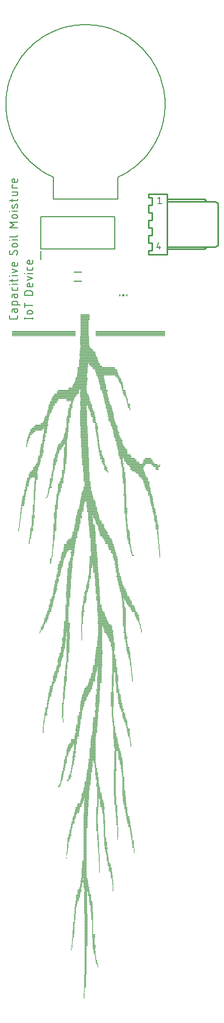
<source format=gbr>
G04 EAGLE Gerber RS-274X export*
G75*
%MOMM*%
%FSLAX34Y34*%
%LPD*%
%INSilkscreen Top*%
%IPPOS*%
%AMOC8*
5,1,8,0,0,1.08239X$1,22.5*%
G01*
%ADD10R,0.086363X0.084581*%
%ADD11R,0.086363X0.084838*%
%ADD12R,0.170181X0.084838*%
%ADD13R,0.170181X0.084581*%
%ADD14R,0.083819X0.084581*%
%ADD15R,0.083819X0.084838*%
%ADD16R,0.337819X0.084581*%
%ADD17R,0.337819X0.084838*%
%ADD18R,0.421637X0.084838*%
%ADD19R,0.421637X0.084581*%
%ADD20R,0.254000X0.084838*%
%ADD21R,0.254000X0.084581*%
%ADD22R,0.167637X0.084581*%
%ADD23R,0.167637X0.084838*%
%ADD24R,0.424181X0.084581*%
%ADD25R,0.424181X0.084838*%
%ADD26R,0.340363X0.084581*%
%ADD27R,0.340363X0.084838*%
%ADD28R,0.508000X0.084581*%
%ADD29R,0.508000X0.084838*%
%ADD30R,0.591819X0.084838*%
%ADD31R,0.591819X0.084581*%
%ADD32R,0.594363X0.084838*%
%ADD33R,0.594363X0.084581*%
%ADD34R,0.678181X0.084838*%
%ADD35R,0.678181X0.084581*%
%ADD36R,0.929638X0.084581*%
%ADD37R,0.929638X0.084838*%
%ADD38R,0.845819X0.084581*%
%ADD39R,0.845819X0.084838*%
%ADD40R,0.932181X0.084581*%
%ADD41R,0.932181X0.084838*%
%ADD42R,0.848363X0.084581*%
%ADD43R,0.848363X0.084838*%
%ADD44R,0.762000X0.084581*%
%ADD45R,0.762000X0.084838*%
%ADD46R,0.675638X0.084838*%
%ADD47R,0.675638X0.084581*%
%ADD48R,1.270000X0.084581*%
%ADD49R,1.270000X0.084838*%
%ADD50R,1.186181X0.084581*%
%ADD51R,1.016000X0.084581*%
%ADD52R,1.016000X0.084838*%
%ADD53R,1.183638X0.084581*%
%ADD54R,1.183638X0.084838*%
%ADD55R,1.099819X0.084581*%
%ADD56R,1.099819X0.084838*%
%ADD57R,1.186181X0.084838*%
%ADD58R,1.524000X0.084581*%
%ADD59R,1.524000X0.084838*%
%ADD60R,1.102363X0.084838*%
%ADD61R,1.102363X0.084581*%
%ADD62R,1.356363X0.084838*%
%ADD63R,1.356363X0.084581*%
%ADD64R,1.440181X0.084581*%
%ADD65R,1.440181X0.084838*%
%ADD66R,1.437638X0.084581*%
%ADD67R,1.437638X0.084838*%
%ADD68R,2.286000X0.084581*%
%ADD69R,2.286000X0.084838*%
%ADD70R,1.948181X0.084581*%
%ADD71R,1.948181X0.084838*%
%ADD72R,1.861819X0.084581*%
%ADD73R,1.861819X0.084838*%
%ADD74R,1.778000X0.084581*%
%ADD75R,1.778000X0.084838*%
%ADD76R,1.607819X0.084581*%
%ADD77R,1.607819X0.084838*%
%ADD78R,1.353819X0.084581*%
%ADD79R,1.353819X0.084838*%
%ADD80R,1.864363X0.084581*%
%ADD81R,1.864363X0.084838*%
%ADD82R,1.610363X0.084838*%
%ADD83R,1.694181X0.084838*%
%ADD84R,1.694181X0.084581*%
%ADD85R,1.691638X0.084581*%
%ADD86R,1.691638X0.084838*%
%ADD87R,1.610363X0.084581*%
%ADD88R,2.456181X0.084838*%
%ADD89R,2.456181X0.084581*%
%ADD90R,2.118362X0.084581*%
%ADD91R,2.118362X0.084838*%
%ADD92R,2.032000X0.084581*%
%ADD93R,2.032000X0.084838*%
%ADD94R,2.202181X0.084581*%
%ADD95R,2.202181X0.084838*%
%ADD96R,2.540000X0.084838*%
%ADD97R,2.540000X0.084581*%
%ADD98R,2.964181X0.084838*%
%ADD99R,2.964181X0.084581*%
%ADD100R,1.945638X0.084838*%
%ADD101R,1.945638X0.084581*%
%ADD102R,2.115819X0.084581*%
%ADD103R,2.115819X0.084838*%
%ADD104R,3.810000X0.084838*%
%ADD105R,3.810000X0.084581*%
%ADD106R,3.893819X0.084838*%
%ADD107R,3.893819X0.084581*%
%ADD108R,3.977638X0.084581*%
%ADD109R,3.977638X0.084838*%
%ADD110R,3.723638X0.084581*%
%ADD111R,3.723638X0.084838*%
%ADD112R,3.639819X0.084838*%
%ADD113R,3.639819X0.084581*%
%ADD114R,3.556000X0.084838*%
%ADD115R,3.048000X0.084581*%
%ADD116R,3.048000X0.084838*%
%ADD117R,2.453638X0.084581*%
%ADD118R,2.453638X0.084838*%
%ADD119R,2.372362X0.084581*%
%ADD120R,2.372362X0.084838*%
%ADD121R,3.726181X0.084838*%
%ADD122R,3.726181X0.084581*%
%ADD123R,3.642363X0.084581*%
%ADD124R,3.642363X0.084838*%
%ADD125R,3.388362X0.084581*%
%ADD126R,3.302000X0.084838*%
%ADD127R,3.302000X0.084581*%
%ADD128R,3.218181X0.084838*%
%ADD129R,3.218181X0.084581*%
%ADD130R,2.961638X0.084581*%
%ADD131R,2.794000X0.084838*%
%ADD132R,2.794000X0.084581*%
%ADD133R,2.707638X0.084838*%
%ADD134R,2.707638X0.084581*%
%ADD135R,2.623819X0.084581*%
%ADD136R,2.623819X0.084838*%
%ADD137R,10.751819X0.084581*%
%ADD138R,11.767819X0.084581*%
%ADD139R,10.751819X0.084838*%
%ADD140R,11.767819X0.084838*%
%ADD141C,0.152400*%
%ADD142C,0.254000*%
%ADD143C,0.177800*%
%ADD144R,0.150000X0.300000*%
%ADD145R,0.300000X0.300000*%
%ADD146C,0.200000*%


D10*
X147320Y345408D03*
D11*
X147320Y346255D03*
D10*
X147320Y347102D03*
X147320Y347948D03*
D11*
X147320Y348795D03*
D10*
X147320Y349642D03*
X147320Y350488D03*
D12*
X147739Y351335D03*
D13*
X147739Y352182D03*
X147739Y353028D03*
D12*
X147739Y353875D03*
D14*
X148170Y354722D03*
X148170Y355568D03*
D15*
X148170Y356415D03*
D14*
X148170Y357262D03*
X148170Y358108D03*
D15*
X148170Y358955D03*
D14*
X148170Y359802D03*
X148170Y360648D03*
D15*
X148170Y361495D03*
D14*
X148170Y362342D03*
D16*
X149440Y363188D03*
D17*
X149440Y364035D03*
D16*
X149440Y364882D03*
X149440Y365728D03*
D17*
X149440Y366575D03*
D16*
X149440Y367422D03*
X149440Y368268D03*
D17*
X149440Y369115D03*
D16*
X149440Y369962D03*
X149440Y370808D03*
D17*
X149440Y371655D03*
D16*
X149440Y372502D03*
X149440Y373348D03*
D17*
X149440Y374195D03*
D16*
X149440Y375042D03*
X149440Y375888D03*
D17*
X149440Y376735D03*
D16*
X149440Y377582D03*
X149440Y378428D03*
D17*
X149440Y379275D03*
D16*
X149440Y380122D03*
X149440Y380968D03*
D17*
X149440Y381815D03*
D16*
X149440Y382662D03*
X149440Y383508D03*
D18*
X149860Y384355D03*
D19*
X149860Y385202D03*
X149860Y386048D03*
D18*
X149860Y386895D03*
D19*
X149860Y387742D03*
X149860Y388588D03*
D18*
X149860Y389435D03*
D16*
X150279Y390282D03*
X150279Y391128D03*
D17*
X150279Y391975D03*
D16*
X150279Y392822D03*
X150279Y393668D03*
D17*
X150279Y394515D03*
D16*
X150279Y395362D03*
X150279Y396208D03*
D17*
X150279Y397055D03*
D15*
X171030Y397055D03*
D16*
X150279Y397902D03*
D14*
X171030Y397902D03*
D16*
X150279Y398748D03*
D14*
X171030Y398748D03*
D17*
X150279Y399595D03*
D11*
X170180Y399595D03*
D16*
X150279Y400442D03*
D10*
X170180Y400442D03*
D16*
X150279Y401288D03*
D10*
X170180Y401288D03*
D17*
X150279Y402135D03*
D20*
X169341Y402135D03*
D16*
X150279Y402982D03*
D21*
X169341Y402982D03*
D16*
X150279Y403828D03*
D21*
X169341Y403828D03*
D17*
X150279Y404675D03*
D20*
X169341Y404675D03*
D16*
X150279Y405522D03*
D21*
X168478Y405522D03*
D16*
X150279Y406368D03*
D21*
X168478Y406368D03*
D17*
X150279Y407215D03*
D20*
X168478Y407215D03*
D16*
X150279Y408062D03*
D21*
X168478Y408062D03*
D16*
X150279Y408908D03*
D21*
X168478Y408908D03*
D17*
X150279Y409755D03*
D12*
X167220Y409755D03*
D16*
X150279Y410602D03*
D13*
X167220Y410602D03*
D16*
X150279Y411448D03*
D13*
X167220Y411448D03*
D17*
X150279Y412295D03*
D12*
X167220Y412295D03*
D16*
X150279Y413142D03*
D13*
X167220Y413142D03*
D16*
X150279Y413988D03*
D13*
X167220Y413988D03*
D17*
X150279Y414835D03*
D12*
X167220Y414835D03*
D16*
X150279Y415682D03*
D13*
X167220Y415682D03*
D16*
X150279Y416528D03*
D22*
X166370Y416528D03*
D17*
X150279Y417375D03*
D23*
X166370Y417375D03*
D16*
X150279Y418222D03*
D22*
X166370Y418222D03*
D16*
X150279Y419068D03*
D22*
X166370Y419068D03*
D17*
X150279Y419915D03*
D23*
X166370Y419915D03*
D16*
X150279Y420762D03*
D19*
X165100Y420762D03*
D16*
X150279Y421608D03*
D19*
X165100Y421608D03*
D17*
X150279Y422455D03*
D18*
X165100Y422455D03*
D16*
X150279Y423302D03*
D19*
X165100Y423302D03*
D16*
X150279Y424148D03*
D19*
X165100Y424148D03*
D17*
X150279Y424995D03*
D18*
X165100Y424995D03*
D14*
X126149Y425842D03*
D16*
X150279Y425842D03*
X164680Y425842D03*
D14*
X126149Y426688D03*
D16*
X150279Y426688D03*
X164680Y426688D03*
D15*
X126149Y427535D03*
D17*
X150279Y427535D03*
X164680Y427535D03*
D14*
X126149Y428382D03*
D16*
X150279Y428382D03*
X164680Y428382D03*
D14*
X126149Y429228D03*
D16*
X150279Y429228D03*
D24*
X164249Y429228D03*
D11*
X127000Y430075D03*
D17*
X150279Y430075D03*
D25*
X164249Y430075D03*
D10*
X127000Y430922D03*
D16*
X150279Y430922D03*
D24*
X164249Y430922D03*
D10*
X127000Y431768D03*
D16*
X150279Y431768D03*
D24*
X164249Y431768D03*
D11*
X127000Y432615D03*
D17*
X150279Y432615D03*
D25*
X164249Y432615D03*
D13*
X127419Y433462D03*
D24*
X150710Y433462D03*
X164249Y433462D03*
D13*
X127419Y434308D03*
D24*
X150710Y434308D03*
X164249Y434308D03*
D12*
X127419Y435155D03*
D25*
X150710Y435155D03*
X164249Y435155D03*
D14*
X127850Y436002D03*
D24*
X150710Y436002D03*
D26*
X163830Y436002D03*
D14*
X127850Y436848D03*
D24*
X150710Y436848D03*
D26*
X163830Y436848D03*
D15*
X127850Y437695D03*
D25*
X150710Y437695D03*
D27*
X163830Y437695D03*
D14*
X127850Y438542D03*
D24*
X150710Y438542D03*
D26*
X163830Y438542D03*
D14*
X127850Y439388D03*
D24*
X150710Y439388D03*
D26*
X163830Y439388D03*
D23*
X128270Y440235D03*
D25*
X150710Y440235D03*
D27*
X163830Y440235D03*
D22*
X128270Y441082D03*
D24*
X150710Y441082D03*
D26*
X163830Y441082D03*
D22*
X128270Y441928D03*
D24*
X150710Y441928D03*
D26*
X163830Y441928D03*
D23*
X128270Y442775D03*
D25*
X150710Y442775D03*
D27*
X163830Y442775D03*
D22*
X128270Y443622D03*
D24*
X150710Y443622D03*
D26*
X163830Y443622D03*
D22*
X128270Y444468D03*
D24*
X150710Y444468D03*
D26*
X163830Y444468D03*
D23*
X128270Y445315D03*
D25*
X150710Y445315D03*
D27*
X163830Y445315D03*
D22*
X128270Y446162D03*
D24*
X150710Y446162D03*
D26*
X163830Y446162D03*
D21*
X129540Y447008D03*
D24*
X150710Y447008D03*
X163410Y447008D03*
D20*
X129540Y447855D03*
D25*
X150710Y447855D03*
X163410Y447855D03*
D21*
X129540Y448702D03*
D24*
X150710Y448702D03*
X163410Y448702D03*
D21*
X129540Y449548D03*
D24*
X150710Y449548D03*
X163410Y449548D03*
D20*
X129540Y450395D03*
D25*
X150710Y450395D03*
X163410Y450395D03*
D21*
X129540Y451242D03*
D24*
X150710Y451242D03*
X163410Y451242D03*
D21*
X129540Y452088D03*
D24*
X150710Y452088D03*
X163410Y452088D03*
D20*
X129540Y452935D03*
D25*
X150710Y452935D03*
D12*
X162140Y452935D03*
D16*
X129959Y453782D03*
D24*
X150710Y453782D03*
D13*
X162140Y453782D03*
D16*
X129959Y454628D03*
D24*
X150710Y454628D03*
D13*
X162140Y454628D03*
D17*
X129959Y455475D03*
D25*
X150710Y455475D03*
D12*
X162140Y455475D03*
D16*
X129959Y456322D03*
D24*
X150710Y456322D03*
D13*
X162140Y456322D03*
D16*
X129959Y457168D03*
D24*
X150710Y457168D03*
D13*
X162140Y457168D03*
D17*
X129959Y458015D03*
D25*
X150710Y458015D03*
D12*
X162140Y458015D03*
D16*
X129959Y458862D03*
D24*
X150710Y458862D03*
D13*
X162140Y458862D03*
D21*
X130378Y459708D03*
D24*
X150710Y459708D03*
D13*
X162140Y459708D03*
D20*
X130378Y460555D03*
D25*
X150710Y460555D03*
D12*
X162140Y460555D03*
D21*
X130378Y461402D03*
D24*
X150710Y461402D03*
D13*
X162140Y461402D03*
D21*
X130378Y462248D03*
D24*
X150710Y462248D03*
D13*
X162140Y462248D03*
D20*
X130378Y463095D03*
D25*
X150710Y463095D03*
D12*
X162140Y463095D03*
D21*
X130378Y463942D03*
D24*
X150710Y463942D03*
D13*
X162140Y463942D03*
D21*
X130378Y464788D03*
D24*
X150710Y464788D03*
D13*
X162140Y464788D03*
D20*
X130378Y465635D03*
D25*
X150710Y465635D03*
D12*
X162140Y465635D03*
D21*
X130378Y466482D03*
D24*
X150710Y466482D03*
D13*
X162140Y466482D03*
D21*
X130378Y467328D03*
D24*
X150710Y467328D03*
D13*
X162140Y467328D03*
D20*
X130378Y468175D03*
D25*
X150710Y468175D03*
D12*
X162140Y468175D03*
D21*
X130378Y469022D03*
D24*
X150710Y469022D03*
D13*
X162140Y469022D03*
D21*
X130378Y469868D03*
D24*
X150710Y469868D03*
D13*
X162140Y469868D03*
D27*
X130810Y470715D03*
D25*
X150710Y470715D03*
D12*
X162140Y470715D03*
D26*
X130810Y471562D03*
D24*
X150710Y471562D03*
D13*
X162140Y471562D03*
D26*
X130810Y472408D03*
D24*
X150710Y472408D03*
D13*
X162140Y472408D03*
D12*
X131660Y473255D03*
D25*
X150710Y473255D03*
D12*
X162140Y473255D03*
D13*
X131660Y474102D03*
D24*
X150710Y474102D03*
D13*
X162140Y474102D03*
X131660Y474948D03*
D24*
X150710Y474948D03*
D13*
X162140Y474948D03*
D12*
X131660Y475795D03*
D25*
X150710Y475795D03*
D12*
X162140Y475795D03*
D13*
X131660Y476642D03*
D24*
X150710Y476642D03*
D13*
X162140Y476642D03*
D21*
X132080Y477488D03*
D24*
X150710Y477488D03*
D26*
X161290Y477488D03*
D20*
X132080Y478335D03*
D25*
X150710Y478335D03*
D27*
X161290Y478335D03*
D21*
X132080Y479182D03*
D24*
X150710Y479182D03*
D26*
X161290Y479182D03*
D21*
X132080Y480028D03*
D24*
X150710Y480028D03*
D26*
X161290Y480028D03*
D20*
X132080Y480875D03*
D25*
X150710Y480875D03*
D27*
X161290Y480875D03*
D21*
X132080Y481722D03*
D24*
X150710Y481722D03*
D26*
X161290Y481722D03*
D21*
X132080Y482568D03*
D24*
X150710Y482568D03*
D26*
X161290Y482568D03*
D20*
X132080Y483415D03*
D25*
X150710Y483415D03*
D27*
X161290Y483415D03*
D21*
X132080Y484262D03*
D24*
X150710Y484262D03*
D26*
X161290Y484262D03*
D21*
X132080Y485108D03*
D24*
X150710Y485108D03*
D26*
X161290Y485108D03*
D20*
X132080Y485955D03*
D25*
X150710Y485955D03*
D27*
X161290Y485955D03*
D21*
X132080Y486802D03*
D24*
X150710Y486802D03*
D26*
X161290Y486802D03*
D21*
X132918Y487648D03*
D28*
X150291Y487648D03*
D26*
X161290Y487648D03*
D20*
X132918Y488495D03*
D29*
X150291Y488495D03*
D27*
X161290Y488495D03*
D21*
X132918Y489342D03*
D28*
X150291Y489342D03*
D26*
X161290Y489342D03*
D21*
X132918Y490188D03*
D28*
X150291Y490188D03*
D16*
X160439Y490188D03*
D20*
X132918Y491035D03*
D29*
X150291Y491035D03*
D17*
X160439Y491035D03*
D21*
X132918Y491882D03*
D28*
X150291Y491882D03*
D16*
X160439Y491882D03*
D21*
X132918Y492728D03*
D28*
X150291Y492728D03*
D16*
X160439Y492728D03*
D20*
X132918Y493575D03*
D29*
X150291Y493575D03*
D17*
X160439Y493575D03*
D21*
X132918Y494422D03*
D28*
X150291Y494422D03*
D16*
X160439Y494422D03*
D21*
X132918Y495268D03*
D28*
X150291Y495268D03*
D16*
X160439Y495268D03*
D20*
X132918Y496115D03*
D29*
X150291Y496115D03*
D17*
X160439Y496115D03*
D21*
X132918Y496962D03*
D28*
X150291Y496962D03*
D16*
X160439Y496962D03*
D21*
X132918Y497808D03*
D28*
X150291Y497808D03*
D16*
X160439Y497808D03*
D17*
X134200Y498655D03*
D29*
X150291Y498655D03*
D17*
X160439Y498655D03*
D16*
X134200Y499502D03*
D28*
X150291Y499502D03*
D16*
X160439Y499502D03*
X134200Y500348D03*
D28*
X150291Y500348D03*
D16*
X160439Y500348D03*
D17*
X134200Y501195D03*
D29*
X150291Y501195D03*
D25*
X159169Y501195D03*
D16*
X134200Y502042D03*
D28*
X150291Y502042D03*
D24*
X159169Y502042D03*
D16*
X134200Y502888D03*
D28*
X150291Y502888D03*
D24*
X159169Y502888D03*
D17*
X134200Y503735D03*
D29*
X150291Y503735D03*
D25*
X159169Y503735D03*
D19*
X134620Y504582D03*
D28*
X150291Y504582D03*
D24*
X159169Y504582D03*
D19*
X134620Y505428D03*
D28*
X150291Y505428D03*
D24*
X159169Y505428D03*
D18*
X134620Y506275D03*
D29*
X150291Y506275D03*
D25*
X159169Y506275D03*
D16*
X135039Y507122D03*
D28*
X150291Y507122D03*
X158750Y507122D03*
D16*
X135039Y507968D03*
D28*
X150291Y507968D03*
X158750Y507968D03*
D30*
X136309Y508815D03*
D29*
X150291Y508815D03*
D17*
X157899Y508815D03*
D31*
X136309Y509662D03*
D28*
X150291Y509662D03*
D16*
X157899Y509662D03*
D31*
X136309Y510508D03*
D28*
X150291Y510508D03*
D16*
X157899Y510508D03*
D30*
X136309Y511355D03*
D29*
X150291Y511355D03*
D18*
X157480Y511355D03*
D31*
X136309Y512202D03*
D28*
X150291Y512202D03*
D19*
X157480Y512202D03*
D31*
X136309Y513048D03*
D28*
X150291Y513048D03*
D19*
X157480Y513048D03*
D32*
X137160Y513895D03*
D29*
X150291Y513895D03*
D18*
X157480Y513895D03*
D33*
X137160Y514742D03*
D28*
X150291Y514742D03*
D19*
X157480Y514742D03*
D33*
X137160Y515588D03*
D28*
X150291Y515588D03*
D19*
X157480Y515588D03*
D34*
X137579Y516435D03*
D29*
X150291Y516435D03*
D25*
X156629Y516435D03*
D35*
X137579Y517282D03*
D28*
X150291Y517282D03*
D24*
X156629Y517282D03*
D35*
X137579Y518128D03*
D28*
X150291Y518128D03*
D24*
X156629Y518128D03*
D34*
X137579Y518975D03*
D29*
X150291Y518975D03*
D25*
X156629Y518975D03*
D28*
X138430Y519822D03*
X150291Y519822D03*
D24*
X156629Y519822D03*
D28*
X139268Y520668D03*
X150291Y520668D03*
D21*
X155778Y520668D03*
D29*
X139268Y521515D03*
X150291Y521515D03*
D20*
X155778Y521515D03*
D28*
X139268Y522362D03*
X150291Y522362D03*
D21*
X155778Y522362D03*
D28*
X139268Y523208D03*
X150291Y523208D03*
D21*
X155778Y523208D03*
D29*
X139268Y524055D03*
X150291Y524055D03*
D20*
X155778Y524055D03*
D33*
X139700Y524902D03*
D36*
X152400Y524902D03*
D14*
X196430Y524902D03*
D33*
X139700Y525748D03*
D36*
X152400Y525748D03*
D14*
X196430Y525748D03*
D32*
X139700Y526595D03*
D37*
X152400Y526595D03*
D15*
X196430Y526595D03*
D33*
X139700Y527442D03*
D36*
X152400Y527442D03*
D14*
X196430Y527442D03*
D26*
X140970Y528288D03*
D38*
X151980Y528288D03*
D14*
X196430Y528288D03*
D27*
X140970Y529135D03*
D39*
X151980Y529135D03*
D15*
X196430Y529135D03*
D26*
X140970Y529982D03*
D38*
X151980Y529982D03*
D14*
X196430Y529982D03*
D16*
X141820Y530828D03*
D40*
X151549Y530828D03*
D14*
X196430Y530828D03*
D17*
X141820Y531675D03*
D41*
X151549Y531675D03*
D15*
X196430Y531675D03*
D16*
X142659Y532522D03*
D42*
X151130Y532522D03*
D14*
X196430Y532522D03*
D16*
X142659Y533368D03*
D42*
X151130Y533368D03*
D14*
X196430Y533368D03*
D17*
X142659Y534215D03*
D43*
X151130Y534215D03*
D15*
X196430Y534215D03*
D16*
X142659Y535062D03*
D42*
X151130Y535062D03*
D14*
X196430Y535062D03*
D16*
X142659Y535908D03*
D42*
X151130Y535908D03*
D14*
X196430Y535908D03*
D17*
X142659Y536755D03*
D43*
X151130Y536755D03*
D15*
X196430Y536755D03*
D21*
X143078Y537602D03*
D44*
X150698Y537602D03*
D13*
X195999Y537602D03*
D21*
X143078Y538448D03*
D44*
X150698Y538448D03*
D13*
X195999Y538448D03*
D20*
X143078Y539295D03*
D45*
X150698Y539295D03*
D12*
X195999Y539295D03*
D24*
X143929Y540142D03*
D44*
X150698Y540142D03*
D13*
X195999Y540142D03*
D24*
X143929Y540988D03*
D44*
X150698Y540988D03*
D13*
X195999Y540988D03*
D25*
X143929Y541835D03*
D45*
X150698Y541835D03*
D12*
X195999Y541835D03*
D24*
X143929Y542682D03*
D44*
X150698Y542682D03*
D13*
X195999Y542682D03*
D16*
X144360Y543528D03*
D33*
X149860Y543528D03*
D10*
X195580Y543528D03*
D17*
X144360Y544375D03*
D32*
X149860Y544375D03*
D12*
X195160Y544375D03*
D16*
X144360Y545222D03*
D33*
X149860Y545222D03*
D13*
X195160Y545222D03*
D16*
X144360Y546068D03*
D33*
X149860Y546068D03*
D13*
X195160Y546068D03*
D17*
X144360Y546915D03*
D32*
X149860Y546915D03*
D12*
X195160Y546915D03*
D36*
X147320Y547762D03*
D26*
X194310Y547762D03*
D36*
X147320Y548608D03*
D26*
X194310Y548608D03*
D37*
X147320Y549455D03*
D27*
X194310Y549455D03*
D36*
X147320Y550302D03*
D26*
X194310Y550302D03*
D36*
X147320Y551148D03*
D26*
X194310Y551148D03*
D39*
X147739Y551995D03*
D20*
X193878Y551995D03*
D38*
X147739Y552842D03*
D21*
X193878Y552842D03*
D38*
X147739Y553688D03*
D21*
X193878Y553688D03*
D39*
X147739Y554535D03*
D20*
X193878Y554535D03*
D38*
X147739Y555382D03*
D21*
X193878Y555382D03*
D38*
X147739Y556228D03*
D14*
X173570Y556228D03*
D19*
X193040Y556228D03*
D39*
X147739Y557075D03*
D15*
X173570Y557075D03*
D18*
X193040Y557075D03*
D38*
X147739Y557922D03*
D14*
X173570Y557922D03*
D19*
X193040Y557922D03*
D38*
X147739Y558768D03*
D14*
X173570Y558768D03*
D28*
X191770Y558768D03*
D39*
X147739Y559615D03*
D15*
X173570Y559615D03*
D29*
X191770Y559615D03*
D38*
X147739Y560462D03*
D14*
X173570Y560462D03*
D28*
X191770Y560462D03*
D38*
X147739Y561308D03*
D14*
X173570Y561308D03*
D28*
X191770Y561308D03*
D39*
X147739Y562155D03*
D15*
X173570Y562155D03*
D29*
X191770Y562155D03*
D38*
X147739Y563002D03*
D14*
X173570Y563002D03*
D28*
X191770Y563002D03*
D44*
X148158Y563848D03*
D14*
X173570Y563848D03*
D31*
X191350Y563848D03*
D45*
X148158Y564695D03*
D15*
X173570Y564695D03*
D30*
X191350Y564695D03*
D44*
X148158Y565542D03*
D14*
X173570Y565542D03*
D19*
X190500Y565542D03*
D44*
X148158Y566388D03*
D14*
X173570Y566388D03*
D19*
X190500Y566388D03*
D45*
X148158Y567235D03*
D15*
X173570Y567235D03*
D18*
X190500Y567235D03*
D44*
X148158Y568082D03*
D14*
X173570Y568082D03*
D28*
X190068Y568082D03*
D44*
X148158Y568928D03*
D14*
X173570Y568928D03*
D28*
X190068Y568928D03*
D45*
X148158Y569775D03*
D15*
X173570Y569775D03*
D29*
X190068Y569775D03*
D44*
X148158Y570622D03*
D14*
X173570Y570622D03*
D28*
X190068Y570622D03*
D44*
X148158Y571468D03*
D14*
X173570Y571468D03*
D26*
X189230Y571468D03*
D45*
X148158Y572315D03*
D15*
X173570Y572315D03*
D27*
X189230Y572315D03*
D44*
X148158Y573162D03*
D14*
X173570Y573162D03*
D26*
X189230Y573162D03*
D44*
X148158Y574008D03*
D13*
X173139Y574008D03*
D21*
X187960Y574008D03*
D45*
X148158Y574855D03*
D12*
X173139Y574855D03*
D20*
X187960Y574855D03*
D44*
X148158Y575702D03*
D13*
X173139Y575702D03*
D21*
X187960Y575702D03*
D31*
X149009Y576548D03*
D13*
X173139Y576548D03*
D16*
X187540Y576548D03*
D30*
X149009Y577395D03*
D12*
X173139Y577395D03*
D17*
X187540Y577395D03*
D31*
X149009Y578242D03*
D13*
X173139Y578242D03*
D16*
X187540Y578242D03*
D31*
X149009Y579088D03*
D13*
X173139Y579088D03*
D16*
X187540Y579088D03*
D15*
X118529Y579935D03*
D30*
X149009Y579935D03*
D12*
X173139Y579935D03*
D17*
X187540Y579935D03*
D14*
X118529Y580782D03*
D31*
X149009Y580782D03*
D13*
X173139Y580782D03*
D16*
X187540Y580782D03*
D14*
X118529Y581628D03*
D31*
X149009Y581628D03*
D13*
X173139Y581628D03*
D16*
X187540Y581628D03*
D30*
X149009Y582475D03*
D12*
X173139Y582475D03*
D20*
X187121Y582475D03*
D31*
X149009Y583322D03*
D13*
X173139Y583322D03*
D21*
X187121Y583322D03*
D31*
X149009Y584168D03*
D13*
X173139Y584168D03*
D21*
X187121Y584168D03*
D15*
X118529Y585015D03*
D30*
X149009Y585015D03*
D12*
X173139Y585015D03*
D27*
X186690Y585015D03*
D14*
X118529Y585862D03*
D31*
X149009Y585862D03*
D13*
X173139Y585862D03*
D26*
X186690Y585862D03*
D14*
X118529Y586708D03*
D31*
X149009Y586708D03*
D13*
X173139Y586708D03*
D26*
X186690Y586708D03*
D12*
X118960Y587555D03*
D30*
X149009Y587555D03*
D12*
X173139Y587555D03*
D20*
X186258Y587555D03*
D13*
X118960Y588402D03*
D31*
X149009Y588402D03*
D13*
X173139Y588402D03*
D21*
X186258Y588402D03*
D13*
X118960Y589248D03*
D31*
X149009Y589248D03*
D13*
X172300Y589248D03*
D19*
X185420Y589248D03*
D14*
X231990Y589248D03*
D12*
X118960Y590095D03*
D30*
X149009Y590095D03*
D12*
X172300Y590095D03*
D18*
X185420Y590095D03*
D15*
X231990Y590095D03*
D13*
X118960Y590942D03*
D31*
X149009Y590942D03*
D13*
X172300Y590942D03*
D19*
X185420Y590942D03*
D14*
X231990Y590942D03*
D10*
X119380Y591788D03*
D31*
X149009Y591788D03*
D13*
X172300Y591788D03*
D16*
X185000Y591788D03*
D14*
X231990Y591788D03*
D11*
X119380Y592635D03*
D30*
X149009Y592635D03*
D12*
X172300Y592635D03*
D17*
X185000Y592635D03*
D15*
X231990Y592635D03*
D10*
X119380Y593482D03*
D31*
X149009Y593482D03*
D13*
X172300Y593482D03*
D16*
X185000Y593482D03*
D14*
X231990Y593482D03*
D10*
X119380Y594328D03*
D31*
X149009Y594328D03*
D13*
X172300Y594328D03*
D16*
X185000Y594328D03*
D14*
X231990Y594328D03*
D11*
X119380Y595175D03*
D30*
X149009Y595175D03*
D12*
X172300Y595175D03*
D25*
X184569Y595175D03*
D15*
X231990Y595175D03*
D10*
X119380Y596022D03*
D31*
X149009Y596022D03*
D13*
X172300Y596022D03*
D24*
X184569Y596022D03*
D14*
X231990Y596022D03*
D10*
X119380Y596868D03*
D31*
X149009Y596868D03*
D13*
X172300Y596868D03*
D24*
X184569Y596868D03*
D14*
X231990Y596868D03*
D20*
X120218Y597715D03*
D30*
X149009Y597715D03*
D12*
X172300Y597715D03*
D25*
X184569Y597715D03*
D17*
X230720Y597715D03*
D21*
X120218Y598562D03*
D31*
X149009Y598562D03*
D13*
X172300Y598562D03*
D24*
X184569Y598562D03*
D16*
X230720Y598562D03*
D21*
X120218Y599408D03*
D31*
X149009Y599408D03*
D21*
X171881Y599408D03*
D26*
X184150Y599408D03*
D21*
X230301Y599408D03*
D20*
X120218Y600255D03*
D30*
X149009Y600255D03*
D20*
X171881Y600255D03*
D27*
X184150Y600255D03*
D20*
X230301Y600255D03*
D21*
X120218Y601102D03*
D31*
X149009Y601102D03*
D21*
X171881Y601102D03*
D26*
X184150Y601102D03*
D21*
X230301Y601102D03*
X120218Y601948D03*
D31*
X149009Y601948D03*
D21*
X171881Y601948D03*
D24*
X183730Y601948D03*
D21*
X230301Y601948D03*
D20*
X120218Y602795D03*
D30*
X149009Y602795D03*
D20*
X171881Y602795D03*
D25*
X183730Y602795D03*
D20*
X230301Y602795D03*
D21*
X120218Y603642D03*
D31*
X149009Y603642D03*
D21*
X171881Y603642D03*
D24*
X183730Y603642D03*
D21*
X230301Y603642D03*
D22*
X120650Y604488D03*
D31*
X149009Y604488D03*
D21*
X171881Y604488D03*
D24*
X183730Y604488D03*
D26*
X229870Y604488D03*
D23*
X120650Y605335D03*
D30*
X149009Y605335D03*
D20*
X171881Y605335D03*
D25*
X183730Y605335D03*
D27*
X229870Y605335D03*
D22*
X120650Y606182D03*
D31*
X149009Y606182D03*
D21*
X171881Y606182D03*
D24*
X183730Y606182D03*
D26*
X229870Y606182D03*
D22*
X120650Y607028D03*
D31*
X149009Y607028D03*
D21*
X171881Y607028D03*
D24*
X183730Y607028D03*
D26*
X229870Y607028D03*
D23*
X120650Y607875D03*
D30*
X149009Y607875D03*
D20*
X171881Y607875D03*
D25*
X183730Y607875D03*
D27*
X229870Y607875D03*
D16*
X121500Y608722D03*
D31*
X149009Y608722D03*
D22*
X171450Y608722D03*
D16*
X183299Y608722D03*
D26*
X229870Y608722D03*
D16*
X121500Y609568D03*
D31*
X149009Y609568D03*
D22*
X171450Y609568D03*
D16*
X183299Y609568D03*
D26*
X229870Y609568D03*
D17*
X121500Y610415D03*
D30*
X149009Y610415D03*
D23*
X171450Y610415D03*
D17*
X183299Y610415D03*
D27*
X229870Y610415D03*
D16*
X121500Y611262D03*
D31*
X149009Y611262D03*
D21*
X171018Y611262D03*
D16*
X183299Y611262D03*
D14*
X204050Y611262D03*
D13*
X228180Y611262D03*
D16*
X121500Y612108D03*
D31*
X149009Y612108D03*
D21*
X171018Y612108D03*
D16*
X183299Y612108D03*
D14*
X204050Y612108D03*
D13*
X228180Y612108D03*
D29*
X122351Y612955D03*
D30*
X149009Y612955D03*
D20*
X171018Y612955D03*
D18*
X182880Y612955D03*
D15*
X204050Y612955D03*
D12*
X228180Y612955D03*
D28*
X122351Y613802D03*
D31*
X149009Y613802D03*
D21*
X171018Y613802D03*
D19*
X182880Y613802D03*
D14*
X204050Y613802D03*
D13*
X228180Y613802D03*
D28*
X122351Y614648D03*
D31*
X149009Y614648D03*
D21*
X171018Y614648D03*
D19*
X182880Y614648D03*
D14*
X204050Y614648D03*
D13*
X228180Y614648D03*
D27*
X123190Y615495D03*
D30*
X149009Y615495D03*
D20*
X171018Y615495D03*
X182041Y615495D03*
D23*
X204470Y615495D03*
D20*
X227761Y615495D03*
D26*
X123190Y616342D03*
D31*
X149009Y616342D03*
D21*
X171018Y616342D03*
X182041Y616342D03*
D22*
X204470Y616342D03*
D21*
X227761Y616342D03*
D26*
X123190Y617188D03*
D31*
X149009Y617188D03*
D21*
X171018Y617188D03*
X182041Y617188D03*
D22*
X204470Y617188D03*
D21*
X227761Y617188D03*
D27*
X123190Y618035D03*
D30*
X149009Y618035D03*
D20*
X171018Y618035D03*
X182041Y618035D03*
D23*
X204470Y618035D03*
D20*
X227761Y618035D03*
D24*
X123609Y618882D03*
D31*
X149009Y618882D03*
D21*
X171018Y618882D03*
X182041Y618882D03*
D22*
X204470Y618882D03*
D21*
X227761Y618882D03*
D24*
X123609Y619728D03*
D31*
X149009Y619728D03*
D21*
X171018Y619728D03*
X182041Y619728D03*
D22*
X204470Y619728D03*
D21*
X227761Y619728D03*
D25*
X123609Y620575D03*
D30*
X149009Y620575D03*
D20*
X171018Y620575D03*
X182041Y620575D03*
D23*
X204470Y620575D03*
D20*
X227761Y620575D03*
D21*
X124460Y621422D03*
D31*
X149009Y621422D03*
D13*
X170599Y621422D03*
D21*
X182041Y621422D03*
D22*
X204470Y621422D03*
D21*
X226898Y621422D03*
X124460Y622268D03*
D31*
X149009Y622268D03*
D13*
X170599Y622268D03*
D21*
X182041Y622268D03*
D22*
X204470Y622268D03*
D21*
X226898Y622268D03*
D17*
X124879Y623115D03*
D29*
X149428Y623115D03*
D12*
X170599Y623115D03*
D20*
X182041Y623115D03*
D23*
X204470Y623115D03*
D20*
X226898Y623115D03*
D16*
X124879Y623962D03*
D28*
X149428Y623962D03*
D13*
X170599Y623962D03*
D21*
X182041Y623962D03*
D22*
X204470Y623962D03*
D21*
X226898Y623962D03*
D16*
X124879Y624808D03*
D28*
X149428Y624808D03*
D13*
X170599Y624808D03*
D21*
X182041Y624808D03*
D22*
X204470Y624808D03*
D21*
X226898Y624808D03*
D17*
X124879Y625655D03*
D29*
X149428Y625655D03*
D17*
X169760Y625655D03*
D20*
X182041Y625655D03*
D23*
X204470Y625655D03*
D20*
X226060Y625655D03*
D16*
X124879Y626502D03*
D28*
X149428Y626502D03*
D16*
X169760Y626502D03*
D21*
X182041Y626502D03*
D22*
X204470Y626502D03*
D21*
X226060Y626502D03*
D16*
X124879Y627348D03*
D28*
X149428Y627348D03*
D16*
X169760Y627348D03*
D21*
X182041Y627348D03*
D22*
X204470Y627348D03*
D21*
X226060Y627348D03*
D20*
X126161Y628195D03*
D29*
X149428Y628195D03*
D17*
X169760Y628195D03*
D20*
X182041Y628195D03*
D23*
X204470Y628195D03*
D20*
X226060Y628195D03*
D21*
X126161Y629042D03*
D28*
X149428Y629042D03*
D16*
X169760Y629042D03*
D21*
X182041Y629042D03*
D22*
X204470Y629042D03*
D21*
X226060Y629042D03*
X126161Y629888D03*
D28*
X149428Y629888D03*
D16*
X169760Y629888D03*
D21*
X182041Y629888D03*
D22*
X204470Y629888D03*
D21*
X226060Y629888D03*
D17*
X126580Y630735D03*
D32*
X149860Y630735D03*
D17*
X169760Y630735D03*
D20*
X182041Y630735D03*
D23*
X204470Y630735D03*
D20*
X225221Y630735D03*
D16*
X126580Y631582D03*
D33*
X149860Y631582D03*
D16*
X169760Y631582D03*
D21*
X182041Y631582D03*
D22*
X204470Y631582D03*
D21*
X225221Y631582D03*
D16*
X126580Y632428D03*
D33*
X149860Y632428D03*
D16*
X169760Y632428D03*
D21*
X182041Y632428D03*
D22*
X204470Y632428D03*
D21*
X225221Y632428D03*
D17*
X126580Y633275D03*
D32*
X149860Y633275D03*
D17*
X169760Y633275D03*
D20*
X182041Y633275D03*
D23*
X204470Y633275D03*
D20*
X225221Y633275D03*
D21*
X127000Y634122D03*
D33*
X149860Y634122D03*
D16*
X169760Y634122D03*
D21*
X182041Y634122D03*
D14*
X204050Y634122D03*
D28*
X223951Y634122D03*
D21*
X127000Y634968D03*
D33*
X149860Y634968D03*
D16*
X169760Y634968D03*
D21*
X182041Y634968D03*
D14*
X204050Y634968D03*
D28*
X223951Y634968D03*
D20*
X127000Y635815D03*
D32*
X149860Y635815D03*
D17*
X169760Y635815D03*
D20*
X182041Y635815D03*
D15*
X204050Y635815D03*
D29*
X223951Y635815D03*
D16*
X127419Y636662D03*
D33*
X149860Y636662D03*
D16*
X169760Y636662D03*
D21*
X182041Y636662D03*
X203200Y636662D03*
D19*
X223520Y636662D03*
D16*
X127419Y637508D03*
D33*
X149860Y637508D03*
D16*
X169760Y637508D03*
D21*
X182041Y637508D03*
X203200Y637508D03*
D19*
X223520Y637508D03*
D17*
X127419Y638355D03*
D32*
X149860Y638355D03*
D17*
X169760Y638355D03*
D20*
X182041Y638355D03*
X203200Y638355D03*
D18*
X223520Y638355D03*
D24*
X128689Y639202D03*
D33*
X149860Y639202D03*
D21*
X169341Y639202D03*
D26*
X181610Y639202D03*
D21*
X203200Y639202D03*
D28*
X223088Y639202D03*
D24*
X128689Y640048D03*
D33*
X149860Y640048D03*
D21*
X169341Y640048D03*
D26*
X181610Y640048D03*
D21*
X203200Y640048D03*
D28*
X223088Y640048D03*
D25*
X128689Y640895D03*
D32*
X149860Y640895D03*
D20*
X169341Y640895D03*
D27*
X181610Y640895D03*
D20*
X203200Y640895D03*
D29*
X223088Y640895D03*
D24*
X128689Y641742D03*
D33*
X149860Y641742D03*
D21*
X169341Y641742D03*
D26*
X181610Y641742D03*
D21*
X203200Y641742D03*
D28*
X223088Y641742D03*
D19*
X129540Y642588D03*
D33*
X149860Y642588D03*
D21*
X169341Y642588D03*
D26*
X181610Y642588D03*
D21*
X203200Y642588D03*
D28*
X222250Y642588D03*
D18*
X129540Y643435D03*
D32*
X149860Y643435D03*
D20*
X169341Y643435D03*
D27*
X181610Y643435D03*
D20*
X203200Y643435D03*
D29*
X222250Y643435D03*
D19*
X129540Y644282D03*
D33*
X149860Y644282D03*
D21*
X169341Y644282D03*
D26*
X181610Y644282D03*
D21*
X203200Y644282D03*
D28*
X222250Y644282D03*
D19*
X129540Y645128D03*
D33*
X149860Y645128D03*
D21*
X169341Y645128D03*
X181178Y645128D03*
X203200Y645128D03*
D28*
X222250Y645128D03*
D18*
X129540Y645975D03*
D32*
X149860Y645975D03*
D20*
X169341Y645975D03*
X181178Y645975D03*
X203200Y645975D03*
D29*
X222250Y645975D03*
D24*
X130390Y646822D03*
D33*
X149860Y646822D03*
D21*
X169341Y646822D03*
X181178Y646822D03*
X203200Y646822D03*
D28*
X221411Y646822D03*
D24*
X130390Y647668D03*
D33*
X149860Y647668D03*
D21*
X169341Y647668D03*
X181178Y647668D03*
X203200Y647668D03*
D28*
X221411Y647668D03*
D25*
X130390Y648515D03*
D32*
X149860Y648515D03*
D20*
X169341Y648515D03*
X181178Y648515D03*
X203200Y648515D03*
D29*
X221411Y648515D03*
D24*
X131229Y649362D03*
D33*
X149860Y649362D03*
D21*
X169341Y649362D03*
X181178Y649362D03*
D16*
X202780Y649362D03*
D28*
X221411Y649362D03*
D24*
X131229Y650208D03*
D33*
X149860Y650208D03*
D21*
X169341Y650208D03*
X181178Y650208D03*
D16*
X202780Y650208D03*
D28*
X221411Y650208D03*
D25*
X131229Y651055D03*
D32*
X149860Y651055D03*
D20*
X169341Y651055D03*
X181178Y651055D03*
D17*
X202780Y651055D03*
D29*
X221411Y651055D03*
D16*
X132499Y651902D03*
D44*
X150698Y651902D03*
D21*
X169341Y651902D03*
X181178Y651902D03*
X202361Y651902D03*
D26*
X219710Y651902D03*
D16*
X132499Y652748D03*
D44*
X150698Y652748D03*
D21*
X169341Y652748D03*
X181178Y652748D03*
X202361Y652748D03*
D26*
X219710Y652748D03*
D17*
X132499Y653595D03*
D45*
X150698Y653595D03*
D20*
X169341Y653595D03*
X181178Y653595D03*
X202361Y653595D03*
D27*
X219710Y653595D03*
D28*
X133350Y654442D03*
D44*
X150698Y654442D03*
D16*
X169760Y654442D03*
D19*
X180340Y654442D03*
D21*
X202361Y654442D03*
D26*
X219710Y654442D03*
D28*
X133350Y655288D03*
D44*
X150698Y655288D03*
D16*
X169760Y655288D03*
D19*
X180340Y655288D03*
D21*
X202361Y655288D03*
D26*
X219710Y655288D03*
D45*
X135458Y656135D03*
D46*
X151130Y656135D03*
D17*
X169760Y656135D03*
X179920Y656135D03*
D20*
X202361Y656135D03*
D17*
X218859Y656135D03*
D44*
X135458Y656982D03*
D47*
X151130Y656982D03*
D16*
X169760Y656982D03*
X179920Y656982D03*
D21*
X202361Y656982D03*
D16*
X218859Y656982D03*
D44*
X135458Y657828D03*
D47*
X151130Y657828D03*
D16*
X169760Y657828D03*
X179920Y657828D03*
D21*
X202361Y657828D03*
D16*
X218859Y657828D03*
D45*
X136321Y658675D03*
D46*
X151130Y658675D03*
D17*
X169760Y658675D03*
X179920Y658675D03*
D27*
X201930Y658675D03*
D17*
X218859Y658675D03*
D44*
X136321Y659522D03*
D47*
X151130Y659522D03*
D16*
X169760Y659522D03*
X179920Y659522D03*
D26*
X201930Y659522D03*
D16*
X218859Y659522D03*
D44*
X136321Y660368D03*
D47*
X151130Y660368D03*
D16*
X169760Y660368D03*
X179920Y660368D03*
D26*
X201930Y660368D03*
D16*
X218859Y660368D03*
D45*
X136321Y661215D03*
D46*
X151130Y661215D03*
D17*
X169760Y661215D03*
X179920Y661215D03*
D27*
X201930Y661215D03*
D17*
X218859Y661215D03*
D44*
X136321Y662062D03*
D47*
X151130Y662062D03*
D16*
X169760Y662062D03*
X179920Y662062D03*
D26*
X201930Y662062D03*
D16*
X218859Y662062D03*
D44*
X137160Y662908D03*
D47*
X151130Y662908D03*
D16*
X169760Y662908D03*
D24*
X179489Y662908D03*
D26*
X201930Y662908D03*
D24*
X217589Y662908D03*
D45*
X137160Y663755D03*
D46*
X151130Y663755D03*
D17*
X169760Y663755D03*
D25*
X179489Y663755D03*
D27*
X201930Y663755D03*
D25*
X217589Y663755D03*
D44*
X137160Y664602D03*
D47*
X151130Y664602D03*
D16*
X169760Y664602D03*
D24*
X179489Y664602D03*
D26*
X201930Y664602D03*
D24*
X217589Y664602D03*
D44*
X137160Y665448D03*
D47*
X151130Y665448D03*
D16*
X169760Y665448D03*
D24*
X179489Y665448D03*
D26*
X201930Y665448D03*
D24*
X217589Y665448D03*
D45*
X137998Y666295D03*
X151561Y666295D03*
D17*
X169760Y666295D03*
D27*
X179070Y666295D03*
X201930Y666295D03*
D25*
X217589Y666295D03*
D44*
X139700Y667142D03*
X151561Y667142D03*
D21*
X171018Y667142D03*
D33*
X177800Y667142D03*
D26*
X201930Y667142D03*
X217170Y667142D03*
D44*
X139700Y667988D03*
X151561Y667988D03*
D21*
X171018Y667988D03*
D33*
X177800Y667988D03*
D26*
X201930Y667988D03*
X217170Y667988D03*
D45*
X139700Y668835D03*
X151561Y668835D03*
D20*
X171018Y668835D03*
D32*
X177800Y668835D03*
D27*
X201930Y668835D03*
X217170Y668835D03*
D44*
X139700Y669682D03*
X151561Y669682D03*
D21*
X171018Y669682D03*
D33*
X177800Y669682D03*
D26*
X201930Y669682D03*
X217170Y669682D03*
D44*
X140538Y670528D03*
X151561Y670528D03*
D21*
X171018Y670528D03*
D33*
X177800Y670528D03*
D16*
X200240Y670528D03*
D28*
X216331Y670528D03*
D45*
X140538Y671375D03*
X151561Y671375D03*
D20*
X171018Y671375D03*
D32*
X177800Y671375D03*
D17*
X200240Y671375D03*
D29*
X216331Y671375D03*
D44*
X140538Y672222D03*
X151561Y672222D03*
D21*
X171018Y672222D03*
D33*
X177800Y672222D03*
D16*
X200240Y672222D03*
D28*
X216331Y672222D03*
D31*
X143090Y673068D03*
D44*
X151561Y673068D03*
D21*
X171018Y673068D03*
D35*
X177380Y673068D03*
D16*
X200240Y673068D03*
D28*
X216331Y673068D03*
D30*
X143090Y673915D03*
D45*
X151561Y673915D03*
D20*
X171018Y673915D03*
D34*
X177380Y673915D03*
D17*
X200240Y673915D03*
D29*
X216331Y673915D03*
D31*
X143090Y674762D03*
D44*
X151561Y674762D03*
D21*
X171018Y674762D03*
D35*
X177380Y674762D03*
D16*
X200240Y674762D03*
D28*
X216331Y674762D03*
D31*
X143929Y675608D03*
D35*
X151980Y675608D03*
D21*
X171018Y675608D03*
D31*
X176949Y675608D03*
D16*
X200240Y675608D03*
D28*
X215468Y675608D03*
D30*
X143929Y676455D03*
D34*
X151980Y676455D03*
D20*
X171018Y676455D03*
D30*
X176949Y676455D03*
D17*
X200240Y676455D03*
D29*
X215468Y676455D03*
D31*
X143929Y677302D03*
D35*
X151980Y677302D03*
D21*
X171018Y677302D03*
D31*
X176949Y677302D03*
D16*
X200240Y677302D03*
D28*
X215468Y677302D03*
D33*
X144780Y678148D03*
D35*
X151980Y678148D03*
D21*
X171018Y678148D03*
D31*
X176949Y678148D03*
D16*
X200240Y678148D03*
D28*
X215468Y678148D03*
D32*
X144780Y678995D03*
D34*
X151980Y678995D03*
D20*
X171018Y678995D03*
D30*
X176949Y678995D03*
D17*
X200240Y678995D03*
D29*
X215468Y678995D03*
D28*
X145211Y679842D03*
D44*
X152400Y679842D03*
D21*
X171018Y679842D03*
D28*
X175691Y679842D03*
D16*
X200240Y679842D03*
D24*
X215049Y679842D03*
D28*
X145211Y680688D03*
D44*
X152400Y680688D03*
D21*
X171018Y680688D03*
D28*
X175691Y680688D03*
D16*
X200240Y680688D03*
D24*
X215049Y680688D03*
D29*
X145211Y681535D03*
D45*
X152400Y681535D03*
D20*
X171018Y681535D03*
D29*
X175691Y681535D03*
D17*
X200240Y681535D03*
D25*
X215049Y681535D03*
D48*
X149860Y682382D03*
D42*
X173990Y682382D03*
D16*
X200240Y682382D03*
D24*
X215049Y682382D03*
D48*
X149860Y683228D03*
D42*
X173990Y683228D03*
D16*
X200240Y683228D03*
D24*
X215049Y683228D03*
D49*
X149860Y684075D03*
D43*
X173990Y684075D03*
D17*
X200240Y684075D03*
D25*
X215049Y684075D03*
D48*
X149860Y684922D03*
D42*
X173990Y684922D03*
D16*
X200240Y684922D03*
D24*
X215049Y684922D03*
D48*
X149860Y685768D03*
D44*
X173558Y685768D03*
D26*
X199390Y685768D03*
D28*
X214630Y685768D03*
D49*
X149860Y686615D03*
D45*
X173558Y686615D03*
D27*
X199390Y686615D03*
D29*
X214630Y686615D03*
D48*
X149860Y687462D03*
D44*
X173558Y687462D03*
D26*
X199390Y687462D03*
D28*
X214630Y687462D03*
D48*
X149860Y688308D03*
D44*
X173558Y688308D03*
D26*
X199390Y688308D03*
D28*
X214630Y688308D03*
D49*
X149860Y689155D03*
D45*
X173558Y689155D03*
D27*
X199390Y689155D03*
D29*
X214630Y689155D03*
D50*
X150279Y690002D03*
D44*
X173558Y690002D03*
D26*
X199390Y690002D03*
D28*
X214630Y690002D03*
D51*
X151130Y690848D03*
D28*
X172288Y690848D03*
D26*
X199390Y690848D03*
D28*
X214630Y690848D03*
D52*
X151130Y691695D03*
D29*
X172288Y691695D03*
D27*
X199390Y691695D03*
D29*
X214630Y691695D03*
D51*
X151130Y692542D03*
D28*
X172288Y692542D03*
D26*
X199390Y692542D03*
D28*
X214630Y692542D03*
D51*
X151130Y693388D03*
D28*
X172288Y693388D03*
D26*
X199390Y693388D03*
D28*
X214630Y693388D03*
D52*
X151968Y694235D03*
D29*
X172288Y694235D03*
D27*
X199390Y694235D03*
D17*
X213779Y694235D03*
D51*
X151968Y695082D03*
D28*
X172288Y695082D03*
D26*
X199390Y695082D03*
D16*
X213779Y695082D03*
D51*
X151968Y695928D03*
D28*
X172288Y695928D03*
D26*
X199390Y695928D03*
D16*
X213779Y695928D03*
D52*
X151968Y696775D03*
D25*
X171869Y696775D03*
D27*
X199390Y696775D03*
D17*
X213779Y696775D03*
D51*
X151968Y697622D03*
D24*
X171869Y697622D03*
D26*
X199390Y697622D03*
D16*
X213779Y697622D03*
D51*
X151968Y698468D03*
D24*
X171869Y698468D03*
D26*
X199390Y698468D03*
D16*
X213779Y698468D03*
D20*
X104978Y699315D03*
D37*
X152400Y699315D03*
D25*
X171869Y699315D03*
D27*
X199390Y699315D03*
D17*
X213779Y699315D03*
D21*
X104978Y700162D03*
D36*
X152400Y700162D03*
D24*
X171869Y700162D03*
D26*
X199390Y700162D03*
D16*
X213779Y700162D03*
X106260Y701008D03*
D36*
X152400Y701008D03*
D28*
X170611Y701008D03*
D26*
X199390Y701008D03*
D16*
X213779Y701008D03*
D17*
X106260Y701855D03*
D37*
X152400Y701855D03*
D29*
X170611Y701855D03*
D27*
X199390Y701855D03*
D17*
X213779Y701855D03*
D16*
X106260Y702702D03*
D36*
X152400Y702702D03*
D28*
X170611Y702702D03*
D26*
X199390Y702702D03*
D16*
X213779Y702702D03*
D21*
X107518Y703548D03*
D51*
X153670Y703548D03*
D28*
X170611Y703548D03*
D26*
X199390Y703548D03*
D16*
X213779Y703548D03*
D20*
X107518Y704395D03*
D52*
X153670Y704395D03*
D29*
X170611Y704395D03*
D27*
X199390Y704395D03*
D17*
X213779Y704395D03*
D21*
X107518Y705242D03*
D51*
X153670Y705242D03*
D28*
X170611Y705242D03*
D26*
X199390Y705242D03*
D16*
X213779Y705242D03*
D13*
X108800Y706088D03*
D51*
X153670Y706088D03*
D19*
X170180Y706088D03*
D26*
X199390Y706088D03*
D16*
X213779Y706088D03*
D12*
X108800Y706935D03*
D52*
X153670Y706935D03*
D18*
X170180Y706935D03*
D27*
X199390Y706935D03*
D17*
X213779Y706935D03*
D13*
X108800Y707782D03*
D51*
X153670Y707782D03*
D19*
X170180Y707782D03*
D26*
X199390Y707782D03*
D16*
X213779Y707782D03*
D13*
X108800Y708628D03*
D51*
X153670Y708628D03*
D19*
X170180Y708628D03*
D26*
X199390Y708628D03*
D16*
X213779Y708628D03*
D20*
X109220Y709475D03*
X120218Y709475D03*
D45*
X154940Y709475D03*
D18*
X170180Y709475D03*
D27*
X199390Y709475D03*
D17*
X213779Y709475D03*
D21*
X109220Y710322D03*
X120218Y710322D03*
D44*
X154940Y710322D03*
D19*
X170180Y710322D03*
D26*
X199390Y710322D03*
D16*
X213779Y710322D03*
D21*
X109220Y711168D03*
X120218Y711168D03*
D44*
X154940Y711168D03*
D19*
X170180Y711168D03*
D26*
X199390Y711168D03*
D16*
X213779Y711168D03*
D27*
X110490Y712015D03*
D17*
X121500Y712015D03*
D39*
X155359Y712015D03*
D25*
X169329Y712015D03*
D27*
X199390Y712015D03*
D17*
X213779Y712015D03*
D26*
X110490Y712862D03*
D16*
X121500Y712862D03*
D38*
X155359Y712862D03*
D24*
X169329Y712862D03*
D26*
X199390Y712862D03*
D16*
X213779Y712862D03*
D26*
X110490Y713708D03*
X123190Y713708D03*
D38*
X155359Y713708D03*
D24*
X169329Y713708D03*
D26*
X199390Y713708D03*
D19*
X213360Y713708D03*
D27*
X110490Y714555D03*
X123190Y714555D03*
D39*
X155359Y714555D03*
D25*
X169329Y714555D03*
D27*
X199390Y714555D03*
D18*
X213360Y714555D03*
D26*
X110490Y715402D03*
X123190Y715402D03*
D38*
X155359Y715402D03*
D24*
X169329Y715402D03*
D26*
X199390Y715402D03*
D19*
X213360Y715402D03*
D26*
X110490Y716248D03*
X123190Y716248D03*
D38*
X155359Y716248D03*
D24*
X169329Y716248D03*
D26*
X199390Y716248D03*
D19*
X213360Y716248D03*
D27*
X110490Y717095D03*
X123190Y717095D03*
D39*
X155359Y717095D03*
D25*
X169329Y717095D03*
D27*
X199390Y717095D03*
D18*
X213360Y717095D03*
D16*
X111340Y717942D03*
D24*
X123609Y717942D03*
D44*
X155778Y717942D03*
D26*
X168910Y717942D03*
X199390Y717942D03*
D21*
X212521Y717942D03*
D16*
X111340Y718788D03*
D24*
X123609Y718788D03*
D44*
X155778Y718788D03*
D26*
X168910Y718788D03*
X199390Y718788D03*
D21*
X212521Y718788D03*
D17*
X111340Y719635D03*
D25*
X123609Y719635D03*
D45*
X155778Y719635D03*
D27*
X168910Y719635D03*
X199390Y719635D03*
D20*
X212521Y719635D03*
D16*
X111340Y720482D03*
D21*
X124460Y720482D03*
D44*
X155778Y720482D03*
D24*
X168490Y720482D03*
D26*
X199390Y720482D03*
D21*
X212521Y720482D03*
D16*
X111340Y721328D03*
D21*
X124460Y721328D03*
D44*
X155778Y721328D03*
D24*
X168490Y721328D03*
D26*
X199390Y721328D03*
D21*
X212521Y721328D03*
D17*
X111340Y722175D03*
D20*
X124460Y722175D03*
D45*
X155778Y722175D03*
D25*
X168490Y722175D03*
D27*
X199390Y722175D03*
D20*
X212521Y722175D03*
D16*
X112179Y723022D03*
D22*
X125730Y723022D03*
D44*
X155778Y723022D03*
D24*
X168490Y723022D03*
D26*
X199390Y723022D03*
D21*
X212521Y723022D03*
D16*
X112179Y723868D03*
D22*
X125730Y723868D03*
D44*
X155778Y723868D03*
D24*
X168490Y723868D03*
D26*
X199390Y723868D03*
D21*
X212521Y723868D03*
D17*
X112179Y724715D03*
D20*
X126161Y724715D03*
D39*
X157060Y724715D03*
D17*
X168059Y724715D03*
D27*
X199390Y724715D03*
X212090Y724715D03*
D16*
X112179Y725562D03*
D21*
X126161Y725562D03*
D38*
X157060Y725562D03*
D16*
X168059Y725562D03*
D26*
X199390Y725562D03*
X212090Y725562D03*
D16*
X112179Y726408D03*
D21*
X126161Y726408D03*
D38*
X157060Y726408D03*
D16*
X168059Y726408D03*
D26*
X199390Y726408D03*
X212090Y726408D03*
D17*
X113880Y727255D03*
D12*
X126580Y727255D03*
D39*
X157060Y727255D03*
D17*
X168059Y727255D03*
D25*
X199809Y727255D03*
D20*
X211658Y727255D03*
D16*
X113880Y728102D03*
D13*
X126580Y728102D03*
D38*
X157060Y728102D03*
D16*
X168059Y728102D03*
D24*
X199809Y728102D03*
D21*
X211658Y728102D03*
D16*
X113880Y728948D03*
D13*
X126580Y728948D03*
D38*
X157060Y728948D03*
D16*
X168059Y728948D03*
D24*
X199809Y728948D03*
D21*
X211658Y728948D03*
D17*
X113880Y729795D03*
D20*
X127000Y729795D03*
D34*
X157899Y729795D03*
D18*
X167640Y729795D03*
D17*
X200240Y729795D03*
X211239Y729795D03*
D16*
X113880Y730642D03*
D21*
X127000Y730642D03*
D35*
X157899Y730642D03*
D19*
X167640Y730642D03*
D16*
X200240Y730642D03*
X211239Y730642D03*
X113880Y731488D03*
D21*
X127000Y731488D03*
D35*
X157899Y731488D03*
D19*
X167640Y731488D03*
D16*
X200240Y731488D03*
X211239Y731488D03*
D17*
X113880Y732335D03*
D20*
X127000Y732335D03*
D34*
X157899Y732335D03*
D18*
X167640Y732335D03*
D17*
X200240Y732335D03*
X211239Y732335D03*
D16*
X114719Y733182D03*
D13*
X127419Y733182D03*
D35*
X157899Y733182D03*
D21*
X166801Y733182D03*
D16*
X200240Y733182D03*
X211239Y733182D03*
X114719Y734028D03*
D21*
X127838Y734028D03*
D44*
X158318Y734028D03*
D21*
X166801Y734028D03*
D16*
X200240Y734028D03*
X211239Y734028D03*
D17*
X114719Y734875D03*
D20*
X127838Y734875D03*
D45*
X158318Y734875D03*
D20*
X166801Y734875D03*
D17*
X200240Y734875D03*
X211239Y734875D03*
D16*
X114719Y735722D03*
D21*
X127838Y735722D03*
D44*
X158318Y735722D03*
D21*
X166801Y735722D03*
D16*
X200240Y735722D03*
X211239Y735722D03*
X114719Y736568D03*
D21*
X127838Y736568D03*
D44*
X158318Y736568D03*
D21*
X166801Y736568D03*
D16*
X200240Y736568D03*
X211239Y736568D03*
D27*
X115570Y737415D03*
D17*
X129120Y737415D03*
D45*
X158318Y737415D03*
D20*
X166801Y737415D03*
D17*
X200240Y737415D03*
D25*
X209969Y737415D03*
D26*
X115570Y738262D03*
D16*
X129120Y738262D03*
D44*
X158318Y738262D03*
D21*
X166801Y738262D03*
D16*
X200240Y738262D03*
D24*
X209969Y738262D03*
D26*
X115570Y739108D03*
D16*
X129120Y739108D03*
D44*
X158318Y739108D03*
D21*
X166801Y739108D03*
D16*
X200240Y739108D03*
D24*
X209969Y739108D03*
D25*
X115989Y739955D03*
D17*
X129120Y739955D03*
D46*
X158750Y739955D03*
D18*
X165100Y739955D03*
D17*
X200240Y739955D03*
D25*
X209969Y739955D03*
D24*
X115989Y740802D03*
D16*
X129120Y740802D03*
D47*
X158750Y740802D03*
D19*
X165100Y740802D03*
D16*
X200240Y740802D03*
D24*
X209969Y740802D03*
X115989Y741648D03*
D16*
X129120Y741648D03*
D47*
X158750Y741648D03*
D19*
X165100Y741648D03*
D16*
X200240Y741648D03*
D24*
X209969Y741648D03*
D25*
X115989Y742495D03*
D17*
X129120Y742495D03*
D46*
X158750Y742495D03*
D18*
X165100Y742495D03*
D17*
X200240Y742495D03*
D25*
X209969Y742495D03*
D24*
X115989Y743342D03*
D16*
X129120Y743342D03*
D47*
X158750Y743342D03*
D19*
X165100Y743342D03*
D16*
X200240Y743342D03*
D24*
X209969Y743342D03*
X115989Y744188D03*
D19*
X129540Y744188D03*
D53*
X161290Y744188D03*
D16*
X200240Y744188D03*
D31*
X209130Y744188D03*
D25*
X115989Y745035D03*
D18*
X129540Y745035D03*
D54*
X161290Y745035D03*
D17*
X200240Y745035D03*
D30*
X209130Y745035D03*
D24*
X115989Y745882D03*
D19*
X129540Y745882D03*
D53*
X161290Y745882D03*
D16*
X200240Y745882D03*
D31*
X209130Y745882D03*
D16*
X117259Y746728D03*
D19*
X129540Y746728D03*
D53*
X161290Y746728D03*
D16*
X200240Y746728D03*
D33*
X208280Y746728D03*
D17*
X117259Y747575D03*
D18*
X129540Y747575D03*
D54*
X161290Y747575D03*
D17*
X200240Y747575D03*
D32*
X208280Y747575D03*
D16*
X117259Y748422D03*
X129959Y748422D03*
D55*
X161709Y748422D03*
D16*
X200240Y748422D03*
D33*
X208280Y748422D03*
D16*
X117259Y749268D03*
X129959Y749268D03*
D55*
X161709Y749268D03*
D16*
X200240Y749268D03*
D33*
X208280Y749268D03*
D17*
X117259Y750115D03*
X129959Y750115D03*
D56*
X161709Y750115D03*
D17*
X200240Y750115D03*
D32*
X208280Y750115D03*
D26*
X118110Y750962D03*
D24*
X130390Y750962D03*
D55*
X161709Y750962D03*
D16*
X200240Y750962D03*
D28*
X207848Y750962D03*
D26*
X118110Y751808D03*
D24*
X130390Y751808D03*
D55*
X161709Y751808D03*
D16*
X200240Y751808D03*
D28*
X207848Y751808D03*
D27*
X118110Y752655D03*
D25*
X130390Y752655D03*
D56*
X161709Y752655D03*
D17*
X200240Y752655D03*
D29*
X207848Y752655D03*
D19*
X119380Y753502D03*
D26*
X130810Y753502D03*
D55*
X161709Y753502D03*
D16*
X200240Y753502D03*
D31*
X207429Y753502D03*
D19*
X119380Y754348D03*
D26*
X130810Y754348D03*
D55*
X161709Y754348D03*
D16*
X200240Y754348D03*
D31*
X207429Y754348D03*
D18*
X119380Y755195D03*
D27*
X130810Y755195D03*
D56*
X161709Y755195D03*
D17*
X200240Y755195D03*
D30*
X207429Y755195D03*
D19*
X119380Y756042D03*
D26*
X130810Y756042D03*
D55*
X161709Y756042D03*
D16*
X200240Y756042D03*
D31*
X207429Y756042D03*
D19*
X119380Y756888D03*
D24*
X131229Y756888D03*
D55*
X161709Y756888D03*
D16*
X200240Y756888D03*
D31*
X206590Y756888D03*
D29*
X120650Y757735D03*
D25*
X131229Y757735D03*
D52*
X162128Y757735D03*
D17*
X200240Y757735D03*
D30*
X206590Y757735D03*
D28*
X120650Y758582D03*
D24*
X131229Y758582D03*
D51*
X162128Y758582D03*
D16*
X200240Y758582D03*
D31*
X206590Y758582D03*
D28*
X120650Y759428D03*
D24*
X131229Y759428D03*
D51*
X162128Y759428D03*
D16*
X200240Y759428D03*
D31*
X206590Y759428D03*
D29*
X120650Y760275D03*
D25*
X131229Y760275D03*
D52*
X162128Y760275D03*
D17*
X200240Y760275D03*
D30*
X206590Y760275D03*
D35*
X121500Y761122D03*
D21*
X132080Y761122D03*
D51*
X162128Y761122D03*
D36*
X203200Y761122D03*
D35*
X121500Y761968D03*
D21*
X132080Y761968D03*
D51*
X162128Y761968D03*
D36*
X203200Y761968D03*
D34*
X121500Y762815D03*
D20*
X132080Y762815D03*
D52*
X162128Y762815D03*
D37*
X203200Y762815D03*
D35*
X122339Y763662D03*
D16*
X132499Y763662D03*
D51*
X162128Y763662D03*
D36*
X203200Y763662D03*
D35*
X122339Y764508D03*
D16*
X132499Y764508D03*
D51*
X162128Y764508D03*
D36*
X203200Y764508D03*
D34*
X122339Y765355D03*
D17*
X132499Y765355D03*
D52*
X162128Y765355D03*
D37*
X203200Y765355D03*
D44*
X123621Y766202D03*
D16*
X132499Y766202D03*
D38*
X162979Y766202D03*
D44*
X202361Y766202D03*
X123621Y767048D03*
D16*
X132499Y767048D03*
D38*
X162979Y767048D03*
D44*
X202361Y767048D03*
D37*
X124460Y767895D03*
D17*
X132499Y767895D03*
D39*
X162979Y767895D03*
D43*
X201930Y767895D03*
D11*
X226060Y767895D03*
D36*
X124460Y768742D03*
D16*
X132499Y768742D03*
D38*
X162979Y768742D03*
D42*
X201930Y768742D03*
D10*
X226060Y768742D03*
D36*
X124460Y769588D03*
D16*
X132499Y769588D03*
D38*
X162979Y769588D03*
D42*
X201930Y769588D03*
D10*
X226060Y769588D03*
D37*
X124460Y770435D03*
D17*
X132499Y770435D03*
D39*
X162979Y770435D03*
D43*
X201930Y770435D03*
D11*
X226060Y770435D03*
D36*
X124460Y771282D03*
D16*
X132499Y771282D03*
D38*
X162979Y771282D03*
D42*
X201930Y771282D03*
D10*
X226060Y771282D03*
D48*
X129540Y772128D03*
D38*
X162979Y772128D03*
D44*
X201498Y772128D03*
D10*
X226060Y772128D03*
D49*
X129540Y772975D03*
D39*
X162979Y772975D03*
D45*
X201498Y772975D03*
D11*
X226060Y772975D03*
D48*
X129540Y773822D03*
D38*
X162979Y773822D03*
D44*
X201498Y773822D03*
D10*
X226060Y773822D03*
D55*
X130390Y774668D03*
D38*
X162979Y774668D03*
D35*
X201079Y774668D03*
D13*
X225640Y774668D03*
D56*
X130390Y775515D03*
D39*
X162979Y775515D03*
D34*
X201079Y775515D03*
D12*
X225640Y775515D03*
D55*
X130390Y776362D03*
D38*
X162979Y776362D03*
D35*
X201079Y776362D03*
D13*
X225640Y776362D03*
D51*
X130810Y777208D03*
D38*
X162979Y777208D03*
D35*
X201079Y777208D03*
D14*
X225209Y777208D03*
D52*
X130810Y778055D03*
D39*
X162979Y778055D03*
D34*
X201079Y778055D03*
D15*
X225209Y778055D03*
D51*
X130810Y778902D03*
D38*
X162979Y778902D03*
D35*
X201079Y778902D03*
D14*
X225209Y778902D03*
D51*
X130810Y779748D03*
D38*
X162979Y779748D03*
D35*
X201079Y779748D03*
D14*
X225209Y779748D03*
D39*
X132499Y780595D03*
D45*
X163398Y780595D03*
D34*
X200240Y780595D03*
D23*
X224790Y780595D03*
D31*
X133769Y781442D03*
D44*
X163398Y781442D03*
D35*
X200240Y781442D03*
D22*
X224790Y781442D03*
D31*
X133769Y782288D03*
D44*
X163398Y782288D03*
D35*
X200240Y782288D03*
D22*
X224790Y782288D03*
D30*
X133769Y783135D03*
D45*
X163398Y783135D03*
D34*
X200240Y783135D03*
D23*
X224790Y783135D03*
D31*
X133769Y783982D03*
D44*
X163398Y783982D03*
D35*
X200240Y783982D03*
D22*
X224790Y783982D03*
D44*
X135458Y784828D03*
D42*
X163830Y784828D03*
D28*
X199390Y784828D03*
D16*
X223100Y784828D03*
D45*
X135458Y785675D03*
D43*
X163830Y785675D03*
D29*
X199390Y785675D03*
D17*
X223100Y785675D03*
D44*
X135458Y786522D03*
D42*
X163830Y786522D03*
D28*
X199390Y786522D03*
D16*
X223100Y786522D03*
D47*
X135890Y787368D03*
D35*
X164680Y787368D03*
D28*
X199390Y787368D03*
D16*
X223100Y787368D03*
D46*
X135890Y788215D03*
D34*
X164680Y788215D03*
D29*
X199390Y788215D03*
D17*
X223100Y788215D03*
D47*
X135890Y789062D03*
D35*
X164680Y789062D03*
D28*
X199390Y789062D03*
D16*
X223100Y789062D03*
D47*
X135890Y789908D03*
D35*
X164680Y789908D03*
D24*
X198970Y789908D03*
X222669Y789908D03*
D46*
X135890Y790755D03*
D34*
X164680Y790755D03*
D25*
X198970Y790755D03*
X222669Y790755D03*
D10*
X78740Y791602D03*
D31*
X136309Y791602D03*
D38*
X165519Y791602D03*
D19*
X198120Y791602D03*
D26*
X222250Y791602D03*
D10*
X78740Y792448D03*
D31*
X136309Y792448D03*
D38*
X165519Y792448D03*
D19*
X198120Y792448D03*
D26*
X222250Y792448D03*
D11*
X78740Y793295D03*
D30*
X136309Y793295D03*
D39*
X165519Y793295D03*
D18*
X198120Y793295D03*
D27*
X222250Y793295D03*
D10*
X78740Y794142D03*
D35*
X136740Y794142D03*
D44*
X165938Y794142D03*
D19*
X198120Y794142D03*
D24*
X221830Y794142D03*
D10*
X78740Y794988D03*
D35*
X136740Y794988D03*
D44*
X165938Y794988D03*
D19*
X198120Y794988D03*
D24*
X221830Y794988D03*
D11*
X78740Y795835D03*
D34*
X136740Y795835D03*
D45*
X165938Y795835D03*
D18*
X198120Y795835D03*
D25*
X221830Y795835D03*
D10*
X78740Y796682D03*
D35*
X136740Y796682D03*
D44*
X165938Y796682D03*
D19*
X198120Y796682D03*
D24*
X221830Y796682D03*
D10*
X78740Y797528D03*
D35*
X136740Y797528D03*
D44*
X165938Y797528D03*
D19*
X198120Y797528D03*
D24*
X221830Y797528D03*
D11*
X78740Y798375D03*
D32*
X137160Y798375D03*
D45*
X165938Y798375D03*
D18*
X198120Y798375D03*
D20*
X220141Y798375D03*
D10*
X78740Y799222D03*
D33*
X137160Y799222D03*
D44*
X165938Y799222D03*
D19*
X198120Y799222D03*
D21*
X220141Y799222D03*
D10*
X78740Y800068D03*
D33*
X137160Y800068D03*
D44*
X165938Y800068D03*
D19*
X198120Y800068D03*
D21*
X220141Y800068D03*
D12*
X79159Y800915D03*
D34*
X137579Y800915D03*
D45*
X165938Y800915D03*
D18*
X198120Y800915D03*
D20*
X220141Y800915D03*
D13*
X79159Y801762D03*
D35*
X137579Y801762D03*
D44*
X165938Y801762D03*
D19*
X198120Y801762D03*
D21*
X220141Y801762D03*
D14*
X79590Y802608D03*
D35*
X137579Y802608D03*
D42*
X166370Y802608D03*
D21*
X197281Y802608D03*
X219278Y802608D03*
D15*
X79590Y803455D03*
D34*
X137579Y803455D03*
D43*
X166370Y803455D03*
D20*
X197281Y803455D03*
X219278Y803455D03*
D14*
X79590Y804302D03*
D35*
X137579Y804302D03*
D42*
X166370Y804302D03*
D21*
X197281Y804302D03*
X219278Y804302D03*
D22*
X80010Y805148D03*
D31*
X138849Y805148D03*
D42*
X166370Y805148D03*
D21*
X197281Y805148D03*
D16*
X218859Y805148D03*
D23*
X80010Y805995D03*
D30*
X138849Y805995D03*
D43*
X166370Y805995D03*
D20*
X197281Y805995D03*
D17*
X218859Y805995D03*
D22*
X80010Y806842D03*
D31*
X138849Y806842D03*
D42*
X166370Y806842D03*
D21*
X197281Y806842D03*
D16*
X218859Y806842D03*
D22*
X80010Y807688D03*
D31*
X138849Y807688D03*
D42*
X166370Y807688D03*
D21*
X197281Y807688D03*
D16*
X218859Y807688D03*
D20*
X80441Y808535D03*
D15*
X112610Y808535D03*
D30*
X138849Y808535D03*
D45*
X166801Y808535D03*
D27*
X196850Y808535D03*
D25*
X217589Y808535D03*
D21*
X80441Y809382D03*
D14*
X112610Y809382D03*
D31*
X138849Y809382D03*
D44*
X166801Y809382D03*
D26*
X196850Y809382D03*
D24*
X217589Y809382D03*
D21*
X80441Y810228D03*
D14*
X112610Y810228D03*
D31*
X138849Y810228D03*
D44*
X166801Y810228D03*
D26*
X196850Y810228D03*
D24*
X217589Y810228D03*
D12*
X80860Y811075D03*
D15*
X112610Y811075D03*
D30*
X138849Y811075D03*
D45*
X166801Y811075D03*
D20*
X196418Y811075D03*
D30*
X216750Y811075D03*
D13*
X80860Y811922D03*
D14*
X112610Y811922D03*
D31*
X138849Y811922D03*
D44*
X166801Y811922D03*
D21*
X196418Y811922D03*
D31*
X216750Y811922D03*
D13*
X80860Y812768D03*
D14*
X112610Y812768D03*
D31*
X138849Y812768D03*
D44*
X166801Y812768D03*
D21*
X196418Y812768D03*
D31*
X216750Y812768D03*
D12*
X80860Y813615D03*
D15*
X112610Y813615D03*
D32*
X139700Y813615D03*
D45*
X166801Y813615D03*
D20*
X196418Y813615D03*
D29*
X216331Y813615D03*
D13*
X80860Y814462D03*
D14*
X112610Y814462D03*
D33*
X139700Y814462D03*
D44*
X166801Y814462D03*
D21*
X196418Y814462D03*
D28*
X216331Y814462D03*
D13*
X81699Y815308D03*
X111340Y815308D03*
D33*
X139700Y815308D03*
D38*
X167220Y815308D03*
D21*
X196418Y815308D03*
D28*
X215468Y815308D03*
D12*
X81699Y816155D03*
X111340Y816155D03*
D32*
X139700Y816155D03*
D39*
X167220Y816155D03*
D20*
X196418Y816155D03*
D29*
X215468Y816155D03*
D13*
X81699Y817002D03*
X111340Y817002D03*
D33*
X139700Y817002D03*
D38*
X167220Y817002D03*
D21*
X196418Y817002D03*
D28*
X215468Y817002D03*
D13*
X81699Y817848D03*
D21*
X111760Y817848D03*
D35*
X140119Y817848D03*
D31*
X168490Y817848D03*
D21*
X195580Y817848D03*
D28*
X214630Y817848D03*
D12*
X81699Y818695D03*
D20*
X111760Y818695D03*
D34*
X140119Y818695D03*
D30*
X168490Y818695D03*
D20*
X195580Y818695D03*
D29*
X214630Y818695D03*
D13*
X81699Y819542D03*
D21*
X111760Y819542D03*
D35*
X140119Y819542D03*
D31*
X168490Y819542D03*
D21*
X195580Y819542D03*
D28*
X214630Y819542D03*
D24*
X82969Y820388D03*
D21*
X111760Y820388D03*
D24*
X141389Y820388D03*
D31*
X168490Y820388D03*
D21*
X195580Y820388D03*
D31*
X214210Y820388D03*
D25*
X82969Y821235D03*
D20*
X111760Y821235D03*
D25*
X141389Y821235D03*
D30*
X168490Y821235D03*
D20*
X195580Y821235D03*
D30*
X214210Y821235D03*
D24*
X82969Y822082D03*
D21*
X111760Y822082D03*
D24*
X141389Y822082D03*
D31*
X168490Y822082D03*
D21*
X195580Y822082D03*
D31*
X214210Y822082D03*
D24*
X82969Y822928D03*
D21*
X111760Y822928D03*
D24*
X141389Y822928D03*
D31*
X168490Y822928D03*
D21*
X195580Y822928D03*
D31*
X214210Y822928D03*
D17*
X83400Y823775D03*
D20*
X111760Y823775D03*
D29*
X141808Y823775D03*
D30*
X168490Y823775D03*
D20*
X195580Y823775D03*
D18*
X213360Y823775D03*
D16*
X83400Y824622D03*
D21*
X111760Y824622D03*
D28*
X141808Y824622D03*
D31*
X168490Y824622D03*
D21*
X195580Y824622D03*
D19*
X213360Y824622D03*
D16*
X83400Y825468D03*
D21*
X111760Y825468D03*
D28*
X141808Y825468D03*
D31*
X168490Y825468D03*
D21*
X195580Y825468D03*
D19*
X213360Y825468D03*
D18*
X83820Y826315D03*
D20*
X111760Y826315D03*
D18*
X142240Y826315D03*
D46*
X168910Y826315D03*
D20*
X195580Y826315D03*
D27*
X212090Y826315D03*
D19*
X83820Y827162D03*
D21*
X111760Y827162D03*
D19*
X142240Y827162D03*
D47*
X168910Y827162D03*
D21*
X195580Y827162D03*
D26*
X212090Y827162D03*
D19*
X83820Y828008D03*
D21*
X111760Y828008D03*
D19*
X142240Y828008D03*
D47*
X168910Y828008D03*
D21*
X195580Y828008D03*
D26*
X212090Y828008D03*
D17*
X84239Y828855D03*
D20*
X111760Y828855D03*
D30*
X143090Y828855D03*
X169329Y828855D03*
D20*
X195580Y828855D03*
D25*
X211670Y828855D03*
D16*
X84239Y829702D03*
D21*
X111760Y829702D03*
D31*
X143090Y829702D03*
X169329Y829702D03*
D21*
X195580Y829702D03*
D24*
X211670Y829702D03*
D16*
X84239Y830548D03*
D21*
X111760Y830548D03*
D31*
X143090Y830548D03*
X169329Y830548D03*
D21*
X195580Y830548D03*
D24*
X211670Y830548D03*
D17*
X84239Y831395D03*
D20*
X111760Y831395D03*
D30*
X143090Y831395D03*
X169329Y831395D03*
D20*
X195580Y831395D03*
D25*
X211670Y831395D03*
D24*
X84670Y832242D03*
D21*
X111760Y832242D03*
D28*
X143510Y832242D03*
D31*
X169329Y832242D03*
D21*
X195580Y832242D03*
D28*
X210388Y832242D03*
D24*
X84670Y833088D03*
D21*
X111760Y833088D03*
D28*
X143510Y833088D03*
D31*
X169329Y833088D03*
D21*
X195580Y833088D03*
D28*
X210388Y833088D03*
D25*
X84670Y833935D03*
D20*
X111760Y833935D03*
D29*
X143510Y833935D03*
D30*
X169329Y833935D03*
D20*
X195580Y833935D03*
D29*
X210388Y833935D03*
D13*
X85940Y834782D03*
D21*
X111760Y834782D03*
D31*
X143929Y834782D03*
X169329Y834782D03*
D21*
X195580Y834782D03*
D24*
X209969Y834782D03*
D21*
X86360Y835628D03*
X111760Y835628D03*
D35*
X144360Y835628D03*
X169760Y835628D03*
D24*
X194729Y835628D03*
D31*
X209130Y835628D03*
D20*
X86360Y836475D03*
X111760Y836475D03*
D34*
X144360Y836475D03*
X169760Y836475D03*
D25*
X194729Y836475D03*
D30*
X209130Y836475D03*
D21*
X86360Y837322D03*
X111760Y837322D03*
D35*
X144360Y837322D03*
X169760Y837322D03*
D24*
X194729Y837322D03*
D31*
X209130Y837322D03*
D21*
X86360Y838168D03*
X111760Y838168D03*
D35*
X144360Y838168D03*
X169760Y838168D03*
D24*
X194729Y838168D03*
D31*
X209130Y838168D03*
D17*
X86779Y839015D03*
X112179Y839015D03*
D32*
X144780Y839015D03*
D34*
X169760Y839015D03*
D25*
X194729Y839015D03*
D32*
X208280Y839015D03*
D16*
X86779Y839862D03*
X112179Y839862D03*
D33*
X144780Y839862D03*
D35*
X169760Y839862D03*
D24*
X194729Y839862D03*
D33*
X208280Y839862D03*
D16*
X86779Y840708D03*
X112179Y840708D03*
D33*
X144780Y840708D03*
D35*
X169760Y840708D03*
D24*
X194729Y840708D03*
D33*
X208280Y840708D03*
D20*
X87198Y841555D03*
D23*
X113030Y841555D03*
D34*
X145199Y841555D03*
D32*
X170180Y841555D03*
D25*
X194729Y841555D03*
D29*
X207848Y841555D03*
D21*
X87198Y842402D03*
D22*
X113030Y842402D03*
D35*
X145199Y842402D03*
D33*
X170180Y842402D03*
D24*
X194729Y842402D03*
D28*
X207848Y842402D03*
D21*
X87198Y843248D03*
D22*
X113030Y843248D03*
D35*
X145199Y843248D03*
D33*
X170180Y843248D03*
D24*
X194729Y843248D03*
D28*
X207848Y843248D03*
D27*
X87630Y844095D03*
D23*
X113030Y844095D03*
D39*
X146900Y844095D03*
D32*
X170180Y844095D03*
D25*
X194729Y844095D03*
D29*
X207848Y844095D03*
D26*
X87630Y844942D03*
D22*
X113030Y844942D03*
D38*
X146900Y844942D03*
D33*
X170180Y844942D03*
D24*
X194729Y844942D03*
D28*
X207848Y844942D03*
D26*
X87630Y845788D03*
D22*
X113030Y845788D03*
D38*
X146900Y845788D03*
D33*
X170180Y845788D03*
D24*
X194729Y845788D03*
D28*
X207848Y845788D03*
D27*
X87630Y846635D03*
D23*
X113030Y846635D03*
D39*
X146900Y846635D03*
D32*
X170180Y846635D03*
D25*
X194729Y846635D03*
D29*
X207848Y846635D03*
D21*
X88061Y847482D03*
D22*
X113030Y847482D03*
D38*
X147739Y847482D03*
D33*
X170180Y847482D03*
D24*
X194729Y847482D03*
D31*
X207429Y847482D03*
D16*
X88480Y848328D03*
X113880Y848328D03*
D38*
X147739Y848328D03*
D35*
X170599Y848328D03*
D24*
X194729Y848328D03*
D28*
X207010Y848328D03*
D17*
X88480Y849175D03*
X113880Y849175D03*
D39*
X147739Y849175D03*
D34*
X170599Y849175D03*
D25*
X194729Y849175D03*
D29*
X207010Y849175D03*
D16*
X88480Y850022D03*
X113880Y850022D03*
D38*
X147739Y850022D03*
D35*
X170599Y850022D03*
D24*
X194729Y850022D03*
D28*
X207010Y850022D03*
D16*
X88480Y850868D03*
X113880Y850868D03*
D38*
X147739Y850868D03*
D35*
X170599Y850868D03*
D24*
X194729Y850868D03*
D28*
X207010Y850868D03*
D29*
X90170Y851715D03*
D17*
X113880Y851715D03*
D52*
X149428Y851715D03*
D34*
X170599Y851715D03*
D25*
X194729Y851715D03*
D30*
X206590Y851715D03*
D28*
X90170Y852562D03*
D16*
X113880Y852562D03*
D51*
X149428Y852562D03*
D35*
X170599Y852562D03*
D24*
X194729Y852562D03*
D31*
X206590Y852562D03*
D28*
X90170Y853408D03*
D16*
X113880Y853408D03*
D51*
X149428Y853408D03*
D35*
X170599Y853408D03*
D24*
X194729Y853408D03*
D31*
X206590Y853408D03*
D29*
X90170Y854255D03*
D17*
X113880Y854255D03*
D52*
X149428Y854255D03*
D34*
X170599Y854255D03*
D25*
X194729Y854255D03*
D30*
X206590Y854255D03*
D28*
X90170Y855102D03*
D16*
X113880Y855102D03*
D51*
X149428Y855102D03*
D35*
X170599Y855102D03*
D24*
X194729Y855102D03*
D31*
X206590Y855102D03*
D28*
X90170Y855948D03*
D16*
X113880Y855948D03*
D40*
X150710Y855948D03*
D31*
X171030Y855948D03*
D24*
X194729Y855948D03*
D19*
X205740Y855948D03*
D29*
X90170Y856795D03*
D17*
X113880Y856795D03*
D41*
X150710Y856795D03*
D30*
X171030Y856795D03*
D25*
X194729Y856795D03*
D18*
X205740Y856795D03*
D28*
X90170Y857642D03*
D16*
X113880Y857642D03*
D40*
X150710Y857642D03*
D31*
X171030Y857642D03*
D24*
X194729Y857642D03*
D19*
X205740Y857642D03*
D28*
X91008Y858488D03*
D16*
X113880Y858488D03*
D51*
X151968Y858488D03*
D31*
X171030Y858488D03*
D24*
X194729Y858488D03*
X204050Y858488D03*
D29*
X91871Y859335D03*
D20*
X114300Y859335D03*
D57*
X152819Y859335D03*
D30*
X171030Y859335D03*
D20*
X195580Y859335D03*
D25*
X204050Y859335D03*
D28*
X91871Y860182D03*
D21*
X114300Y860182D03*
D50*
X152819Y860182D03*
D31*
X171030Y860182D03*
D21*
X195580Y860182D03*
D24*
X204050Y860182D03*
D28*
X91871Y861028D03*
D21*
X114300Y861028D03*
D50*
X152819Y861028D03*
D31*
X171030Y861028D03*
D21*
X195580Y861028D03*
D24*
X204050Y861028D03*
D29*
X91871Y861875D03*
D20*
X114300Y861875D03*
D57*
X152819Y861875D03*
D30*
X171030Y861875D03*
D20*
X195580Y861875D03*
D25*
X204050Y861875D03*
D28*
X91871Y862722D03*
D16*
X114719Y862722D03*
D53*
X153670Y862722D03*
D47*
X171450Y862722D03*
D21*
X195580Y862722D03*
D24*
X204050Y862722D03*
D28*
X91871Y863568D03*
D16*
X114719Y863568D03*
D53*
X153670Y863568D03*
D47*
X171450Y863568D03*
D21*
X195580Y863568D03*
D24*
X204050Y863568D03*
D29*
X91871Y864415D03*
D17*
X114719Y864415D03*
D54*
X153670Y864415D03*
D46*
X171450Y864415D03*
D20*
X195580Y864415D03*
D25*
X204050Y864415D03*
D28*
X92710Y865262D03*
D16*
X114719Y865262D03*
D48*
X154940Y865262D03*
D28*
X172288Y865262D03*
D21*
X195580Y865262D03*
D16*
X203619Y865262D03*
D28*
X92710Y866108D03*
D16*
X114719Y866108D03*
D48*
X154940Y866108D03*
D28*
X172288Y866108D03*
D21*
X195580Y866108D03*
D16*
X203619Y866108D03*
D29*
X92710Y866955D03*
D17*
X114719Y866955D03*
D49*
X154940Y866955D03*
D29*
X172288Y866955D03*
D20*
X195580Y866955D03*
D17*
X203619Y866955D03*
D28*
X92710Y867802D03*
D16*
X114719Y867802D03*
D51*
X156210Y867802D03*
D28*
X172288Y867802D03*
D21*
X195580Y867802D03*
D19*
X203200Y867802D03*
D28*
X92710Y868648D03*
D16*
X114719Y868648D03*
D51*
X156210Y868648D03*
D28*
X172288Y868648D03*
D21*
X195580Y868648D03*
D19*
X203200Y868648D03*
D17*
X94399Y869495D03*
D27*
X115570Y869495D03*
D37*
X157480Y869495D03*
D29*
X172288Y869495D03*
D17*
X195999Y869495D03*
D18*
X203200Y869495D03*
D16*
X94399Y870342D03*
D26*
X115570Y870342D03*
D36*
X157480Y870342D03*
D28*
X172288Y870342D03*
D16*
X195999Y870342D03*
D19*
X203200Y870342D03*
D16*
X94399Y871188D03*
D26*
X115570Y871188D03*
D36*
X157480Y871188D03*
D28*
X172288Y871188D03*
D16*
X195999Y871188D03*
D19*
X203200Y871188D03*
D27*
X95250Y872035D03*
X115570Y872035D03*
D43*
X158750Y872035D03*
D29*
X172288Y872035D03*
D17*
X195999Y872035D03*
X202780Y872035D03*
D26*
X95250Y872882D03*
X115570Y872882D03*
D42*
X158750Y872882D03*
D28*
X172288Y872882D03*
D16*
X195999Y872882D03*
X202780Y872882D03*
D26*
X95250Y873728D03*
X115570Y873728D03*
D42*
X158750Y873728D03*
D28*
X172288Y873728D03*
D16*
X195999Y873728D03*
X202780Y873728D03*
D27*
X95250Y874575D03*
X115570Y874575D03*
D43*
X158750Y874575D03*
D29*
X172288Y874575D03*
D17*
X195999Y874575D03*
X202780Y874575D03*
D28*
X96088Y875422D03*
D26*
X115570Y875422D03*
D44*
X159181Y875422D03*
X173558Y875422D03*
D16*
X195999Y875422D03*
X202780Y875422D03*
D28*
X96088Y876268D03*
D26*
X115570Y876268D03*
D44*
X159181Y876268D03*
X173558Y876268D03*
D16*
X195999Y876268D03*
X202780Y876268D03*
D29*
X96088Y877115D03*
D27*
X115570Y877115D03*
D45*
X159181Y877115D03*
X173558Y877115D03*
D17*
X195999Y877115D03*
X202780Y877115D03*
D31*
X97370Y877962D03*
D24*
X115989Y877962D03*
D40*
X160870Y877962D03*
D44*
X173558Y877962D03*
D16*
X195999Y877962D03*
D24*
X202349Y877962D03*
D10*
X228600Y877962D03*
D31*
X97370Y878808D03*
D24*
X115989Y878808D03*
D40*
X160870Y878808D03*
D44*
X173558Y878808D03*
D16*
X195999Y878808D03*
D24*
X202349Y878808D03*
D10*
X228600Y878808D03*
D30*
X97370Y879655D03*
D25*
X115989Y879655D03*
D41*
X160870Y879655D03*
D45*
X173558Y879655D03*
D17*
X195999Y879655D03*
D25*
X202349Y879655D03*
D11*
X228600Y879655D03*
D31*
X97370Y880502D03*
D24*
X115989Y880502D03*
D40*
X160870Y880502D03*
D44*
X173558Y880502D03*
D16*
X195999Y880502D03*
D24*
X202349Y880502D03*
D10*
X228600Y880502D03*
D31*
X97370Y881348D03*
D24*
X115989Y881348D03*
D40*
X160870Y881348D03*
D44*
X173558Y881348D03*
D16*
X195999Y881348D03*
D24*
X202349Y881348D03*
D10*
X228600Y881348D03*
D46*
X97790Y882195D03*
D25*
X115989Y882195D03*
D41*
X161709Y882195D03*
D45*
X173558Y882195D03*
D17*
X195999Y882195D03*
D25*
X202349Y882195D03*
D11*
X228600Y882195D03*
D35*
X98640Y883042D03*
D24*
X115989Y883042D03*
D44*
X162560Y883042D03*
X173558Y883042D03*
D16*
X195999Y883042D03*
D24*
X202349Y883042D03*
D10*
X228600Y883042D03*
D35*
X98640Y883888D03*
D24*
X115989Y883888D03*
D44*
X162560Y883888D03*
X173558Y883888D03*
D16*
X195999Y883888D03*
D24*
X202349Y883888D03*
D10*
X228600Y883888D03*
D34*
X98640Y884735D03*
D25*
X115989Y884735D03*
D45*
X162560Y884735D03*
X173558Y884735D03*
D17*
X195999Y884735D03*
D25*
X202349Y884735D03*
D11*
X228600Y884735D03*
D35*
X98640Y885582D03*
D24*
X115989Y885582D03*
D44*
X162560Y885582D03*
X173558Y885582D03*
D16*
X195999Y885582D03*
D24*
X202349Y885582D03*
D10*
X228600Y885582D03*
D33*
X99060Y886428D03*
D21*
X116840Y886428D03*
D44*
X163398Y886428D03*
D47*
X173990Y886428D03*
D16*
X195999Y886428D03*
D24*
X202349Y886428D03*
D13*
X228180Y886428D03*
D32*
X99060Y887275D03*
D20*
X116840Y887275D03*
D45*
X163398Y887275D03*
D46*
X173990Y887275D03*
D17*
X195999Y887275D03*
D25*
X202349Y887275D03*
D12*
X228180Y887275D03*
D33*
X99060Y888122D03*
D21*
X116840Y888122D03*
D44*
X163398Y888122D03*
D47*
X173990Y888122D03*
D16*
X195999Y888122D03*
D24*
X202349Y888122D03*
D13*
X228180Y888122D03*
D31*
X99910Y888968D03*
D16*
X117259Y888968D03*
D44*
X163398Y888968D03*
D47*
X173990Y888968D03*
D21*
X196418Y888968D03*
D26*
X201930Y888968D03*
D13*
X228180Y888968D03*
D30*
X99910Y889815D03*
D17*
X117259Y889815D03*
D45*
X163398Y889815D03*
D46*
X173990Y889815D03*
D20*
X196418Y889815D03*
D27*
X201930Y889815D03*
D12*
X228180Y889815D03*
D31*
X99910Y890662D03*
D16*
X117259Y890662D03*
D44*
X163398Y890662D03*
D47*
X173990Y890662D03*
D21*
X196418Y890662D03*
D26*
X201930Y890662D03*
D13*
X228180Y890662D03*
D47*
X100330Y891508D03*
D16*
X117259Y891508D03*
D35*
X164680Y891508D03*
D47*
X173990Y891508D03*
D21*
X196418Y891508D03*
D26*
X201930Y891508D03*
D14*
X227749Y891508D03*
D46*
X100330Y892355D03*
D17*
X117259Y892355D03*
D34*
X164680Y892355D03*
D46*
X173990Y892355D03*
D20*
X196418Y892355D03*
D27*
X201930Y892355D03*
D15*
X227749Y892355D03*
D33*
X101600Y893202D03*
D16*
X117259Y893202D03*
D33*
X165100Y893202D03*
D47*
X173990Y893202D03*
D42*
X199390Y893202D03*
D14*
X227749Y893202D03*
D33*
X101600Y894048D03*
D16*
X117259Y894048D03*
D33*
X165100Y894048D03*
D47*
X173990Y894048D03*
D42*
X199390Y894048D03*
D14*
X227749Y894048D03*
D32*
X101600Y894895D03*
D17*
X117259Y894895D03*
D32*
X165100Y894895D03*
D46*
X173990Y894895D03*
D43*
X199390Y894895D03*
D15*
X227749Y894895D03*
D24*
X102450Y895742D03*
D21*
X117678Y895742D03*
D44*
X165938Y895742D03*
D47*
X173990Y895742D03*
D42*
X199390Y895742D03*
D22*
X227330Y895742D03*
D24*
X102450Y896588D03*
D21*
X117678Y896588D03*
D44*
X165938Y896588D03*
D47*
X173990Y896588D03*
D42*
X199390Y896588D03*
D22*
X227330Y896588D03*
D25*
X102450Y897435D03*
D20*
X117678Y897435D03*
D45*
X165938Y897435D03*
D46*
X173990Y897435D03*
D43*
X199390Y897435D03*
D23*
X227330Y897435D03*
D24*
X102450Y898282D03*
D21*
X117678Y898282D03*
D44*
X165938Y898282D03*
D47*
X173990Y898282D03*
D42*
X199390Y898282D03*
D22*
X227330Y898282D03*
D28*
X103708Y899128D03*
D26*
X118110Y899128D03*
D44*
X165938Y899128D03*
D47*
X173990Y899128D03*
D42*
X199390Y899128D03*
D22*
X227330Y899128D03*
D29*
X103708Y899975D03*
D27*
X118110Y899975D03*
D45*
X165938Y899975D03*
D46*
X173990Y899975D03*
D43*
X199390Y899975D03*
D23*
X227330Y899975D03*
D28*
X103708Y900822D03*
D26*
X118110Y900822D03*
D44*
X165938Y900822D03*
D47*
X173990Y900822D03*
D42*
X199390Y900822D03*
D22*
X227330Y900822D03*
D35*
X104559Y901668D03*
D26*
X118110Y901668D03*
D58*
X170611Y901668D03*
D35*
X198539Y901668D03*
D13*
X226479Y901668D03*
D34*
X104559Y902515D03*
D27*
X118110Y902515D03*
D59*
X170611Y902515D03*
D34*
X198539Y902515D03*
D12*
X226479Y902515D03*
D47*
X105410Y903362D03*
D26*
X118110Y903362D03*
D58*
X170611Y903362D03*
D35*
X198539Y903362D03*
D13*
X226479Y903362D03*
D47*
X105410Y904208D03*
D26*
X118110Y904208D03*
D58*
X170611Y904208D03*
D35*
X198539Y904208D03*
D13*
X226479Y904208D03*
D46*
X105410Y905055D03*
D27*
X118110Y905055D03*
D59*
X170611Y905055D03*
D34*
X198539Y905055D03*
D12*
X226479Y905055D03*
D31*
X105829Y905902D03*
D21*
X118541Y905902D03*
D48*
X171881Y905902D03*
D35*
X198539Y905902D03*
D21*
X226060Y905902D03*
D31*
X105829Y906748D03*
D21*
X118541Y906748D03*
D48*
X171881Y906748D03*
D35*
X198539Y906748D03*
D21*
X226060Y906748D03*
D30*
X105829Y907595D03*
D20*
X118541Y907595D03*
D49*
X171881Y907595D03*
D34*
X198539Y907595D03*
D20*
X226060Y907595D03*
D31*
X105829Y908442D03*
D21*
X118541Y908442D03*
D48*
X171881Y908442D03*
D35*
X198539Y908442D03*
D21*
X226060Y908442D03*
D31*
X105829Y909288D03*
D21*
X118541Y909288D03*
D48*
X171881Y909288D03*
D35*
X198539Y909288D03*
D21*
X226060Y909288D03*
D34*
X106260Y910135D03*
D18*
X119380Y910135D03*
D49*
X171881Y910135D03*
D32*
X198120Y910135D03*
D12*
X225640Y910135D03*
D35*
X106260Y910982D03*
D19*
X119380Y910982D03*
D48*
X171881Y910982D03*
D33*
X198120Y910982D03*
D13*
X225640Y910982D03*
D35*
X106260Y911828D03*
D19*
X119380Y911828D03*
D48*
X171881Y911828D03*
D33*
X198120Y911828D03*
D13*
X225640Y911828D03*
D32*
X106680Y912675D03*
D18*
X119380Y912675D03*
D49*
X171881Y912675D03*
D32*
X198120Y912675D03*
D20*
X225221Y912675D03*
D33*
X106680Y913522D03*
D19*
X119380Y913522D03*
D48*
X171881Y913522D03*
D33*
X198120Y913522D03*
D21*
X225221Y913522D03*
D33*
X106680Y914368D03*
D19*
X119380Y914368D03*
D48*
X171881Y914368D03*
D33*
X198120Y914368D03*
D21*
X225221Y914368D03*
D34*
X107099Y915215D03*
D18*
X119380Y915215D03*
D57*
X172300Y915215D03*
D29*
X197688Y915215D03*
D20*
X225221Y915215D03*
D35*
X107099Y916062D03*
D19*
X119380Y916062D03*
D50*
X172300Y916062D03*
D28*
X197688Y916062D03*
D21*
X225221Y916062D03*
D44*
X108381Y916908D03*
D19*
X119380Y916908D03*
D50*
X172300Y916908D03*
D28*
X197688Y916908D03*
D19*
X223520Y916908D03*
D45*
X108381Y917755D03*
D18*
X119380Y917755D03*
D57*
X172300Y917755D03*
D29*
X197688Y917755D03*
D18*
X223520Y917755D03*
D44*
X108381Y918602D03*
D19*
X119380Y918602D03*
D50*
X172300Y918602D03*
D28*
X197688Y918602D03*
D19*
X223520Y918602D03*
D33*
X109220Y919448D03*
D19*
X119380Y919448D03*
D50*
X172300Y919448D03*
D28*
X197688Y919448D03*
D19*
X223520Y919448D03*
D32*
X109220Y920295D03*
D18*
X119380Y920295D03*
D57*
X172300Y920295D03*
D29*
X197688Y920295D03*
D18*
X223520Y920295D03*
D33*
X109220Y921142D03*
D19*
X119380Y921142D03*
D50*
X172300Y921142D03*
D28*
X197688Y921142D03*
D19*
X223520Y921142D03*
D33*
X109220Y921988D03*
D19*
X119380Y921988D03*
D50*
X172300Y921988D03*
D28*
X197688Y921988D03*
D19*
X223520Y921988D03*
D34*
X109639Y922835D03*
D18*
X119380Y922835D03*
D60*
X172720Y922835D03*
D27*
X196850Y922835D03*
D25*
X222669Y922835D03*
D35*
X109639Y923682D03*
D19*
X119380Y923682D03*
D61*
X172720Y923682D03*
D26*
X196850Y923682D03*
D24*
X222669Y923682D03*
D35*
X109639Y924528D03*
D19*
X119380Y924528D03*
D61*
X172720Y924528D03*
D26*
X196850Y924528D03*
D24*
X222669Y924528D03*
D29*
X110490Y925375D03*
X120650Y925375D03*
D60*
X172720Y925375D03*
D27*
X196850Y925375D03*
D25*
X222669Y925375D03*
D28*
X110490Y926222D03*
X120650Y926222D03*
D61*
X172720Y926222D03*
D26*
X196850Y926222D03*
D24*
X222669Y926222D03*
D31*
X110909Y927068D03*
D28*
X120650Y927068D03*
D61*
X172720Y927068D03*
D26*
X196850Y927068D03*
D24*
X221830Y927068D03*
D30*
X110909Y927915D03*
D29*
X120650Y927915D03*
D60*
X172720Y927915D03*
D27*
X196850Y927915D03*
D25*
X221830Y927915D03*
D31*
X110909Y928762D03*
D28*
X120650Y928762D03*
D61*
X172720Y928762D03*
D26*
X196850Y928762D03*
D24*
X221830Y928762D03*
D28*
X111328Y929608D03*
X120650Y929608D03*
D51*
X173151Y929608D03*
D24*
X196430Y929608D03*
D28*
X221411Y929608D03*
D29*
X111328Y930455D03*
X120650Y930455D03*
D52*
X173151Y930455D03*
D25*
X196430Y930455D03*
D29*
X221411Y930455D03*
D28*
X111328Y931302D03*
X120650Y931302D03*
D51*
X173151Y931302D03*
D24*
X196430Y931302D03*
D28*
X221411Y931302D03*
D35*
X112179Y932148D03*
D28*
X120650Y932148D03*
D51*
X173151Y932148D03*
D24*
X196430Y932148D03*
D28*
X221411Y932148D03*
D34*
X112179Y932995D03*
D29*
X120650Y932995D03*
D52*
X173151Y932995D03*
D25*
X196430Y932995D03*
D29*
X221411Y932995D03*
D35*
X112179Y933842D03*
D28*
X120650Y933842D03*
D51*
X173151Y933842D03*
D24*
X196430Y933842D03*
D28*
X221411Y933842D03*
D35*
X112179Y934688D03*
D28*
X120650Y934688D03*
D51*
X173151Y934688D03*
D24*
X196430Y934688D03*
D28*
X221411Y934688D03*
D34*
X112179Y935535D03*
D29*
X120650Y935535D03*
D52*
X173151Y935535D03*
D25*
X196430Y935535D03*
D29*
X221411Y935535D03*
D31*
X112610Y936382D03*
D28*
X120650Y936382D03*
D42*
X173990Y936382D03*
D33*
X195580Y936382D03*
D21*
X220141Y936382D03*
D31*
X112610Y937228D03*
D28*
X120650Y937228D03*
D42*
X173990Y937228D03*
D33*
X195580Y937228D03*
D21*
X220141Y937228D03*
D30*
X112610Y938075D03*
D29*
X120650Y938075D03*
D43*
X173990Y938075D03*
D32*
X195580Y938075D03*
D20*
X220141Y938075D03*
D31*
X112610Y938922D03*
D28*
X120650Y938922D03*
D42*
X173990Y938922D03*
D33*
X195580Y938922D03*
D26*
X219710Y938922D03*
D31*
X112610Y939768D03*
D28*
X120650Y939768D03*
D42*
X173990Y939768D03*
D33*
X195580Y939768D03*
D26*
X219710Y939768D03*
D30*
X113449Y940615D03*
D29*
X120650Y940615D03*
D43*
X173990Y940615D03*
D32*
X195580Y940615D03*
D20*
X219278Y940615D03*
D31*
X113449Y941462D03*
D28*
X120650Y941462D03*
D42*
X173990Y941462D03*
D33*
X195580Y941462D03*
D21*
X219278Y941462D03*
D31*
X113449Y942308D03*
D28*
X120650Y942308D03*
D42*
X173990Y942308D03*
D33*
X195580Y942308D03*
D21*
X219278Y942308D03*
D30*
X113449Y943155D03*
D29*
X120650Y943155D03*
D43*
X173990Y943155D03*
D46*
X194310Y943155D03*
D17*
X218859Y943155D03*
D31*
X113449Y944002D03*
D28*
X120650Y944002D03*
D42*
X173990Y944002D03*
D47*
X194310Y944002D03*
D16*
X218859Y944002D03*
D31*
X113449Y944848D03*
D28*
X120650Y944848D03*
D42*
X173990Y944848D03*
D47*
X194310Y944848D03*
D16*
X218859Y944848D03*
D30*
X113449Y945695D03*
D29*
X120650Y945695D03*
D43*
X173990Y945695D03*
D46*
X194310Y945695D03*
D17*
X218859Y945695D03*
D35*
X113880Y946542D03*
D28*
X120650Y946542D03*
D14*
X143929Y946542D03*
D44*
X174421Y946542D03*
D38*
X193459Y946542D03*
D21*
X218440Y946542D03*
D35*
X113880Y947388D03*
D28*
X120650Y947388D03*
D14*
X143929Y947388D03*
D44*
X174421Y947388D03*
D38*
X193459Y947388D03*
D21*
X218440Y947388D03*
D34*
X113880Y948235D03*
D29*
X120650Y948235D03*
D15*
X143929Y948235D03*
D45*
X174421Y948235D03*
D39*
X193459Y948235D03*
D20*
X218440Y948235D03*
D35*
X113880Y949082D03*
D24*
X121069Y949082D03*
D14*
X143929Y949082D03*
D44*
X174421Y949082D03*
D36*
X193040Y949082D03*
D24*
X217589Y949082D03*
D35*
X113880Y949928D03*
D24*
X121069Y949928D03*
D14*
X143929Y949928D03*
D44*
X174421Y949928D03*
D36*
X193040Y949928D03*
D24*
X217589Y949928D03*
D29*
X114731Y950775D03*
D25*
X121069Y950775D03*
D15*
X143929Y950775D03*
D45*
X174421Y950775D03*
D52*
X192608Y950775D03*
D25*
X217589Y950775D03*
D28*
X114731Y951622D03*
D24*
X121069Y951622D03*
D14*
X143929Y951622D03*
D44*
X174421Y951622D03*
D51*
X192608Y951622D03*
D24*
X217589Y951622D03*
D28*
X114731Y952468D03*
D24*
X121069Y952468D03*
D14*
X143929Y952468D03*
D44*
X174421Y952468D03*
D51*
X192608Y952468D03*
D24*
X217589Y952468D03*
D30*
X115150Y953315D03*
D25*
X121069Y953315D03*
D15*
X143929Y953315D03*
D34*
X174840Y953315D03*
D56*
X191350Y953315D03*
D27*
X217170Y953315D03*
D31*
X115150Y954162D03*
D24*
X121069Y954162D03*
D14*
X143929Y954162D03*
D35*
X174840Y954162D03*
D55*
X191350Y954162D03*
D26*
X217170Y954162D03*
D31*
X115150Y955008D03*
D24*
X121069Y955008D03*
D14*
X143929Y955008D03*
D35*
X174840Y955008D03*
D55*
X191350Y955008D03*
D26*
X217170Y955008D03*
D29*
X115570Y955855D03*
D25*
X121069Y955855D03*
D15*
X143929Y955855D03*
D34*
X174840Y955855D03*
D57*
X190919Y955855D03*
D27*
X217170Y955855D03*
D28*
X115570Y956702D03*
D24*
X121069Y956702D03*
D14*
X143929Y956702D03*
D35*
X174840Y956702D03*
D50*
X190919Y956702D03*
D26*
X217170Y956702D03*
D28*
X115570Y957548D03*
D24*
X121069Y957548D03*
D14*
X143929Y957548D03*
D35*
X174840Y957548D03*
D50*
X190919Y957548D03*
D26*
X217170Y957548D03*
D15*
X72809Y958395D03*
D29*
X115570Y958395D03*
D25*
X121069Y958395D03*
D15*
X143929Y958395D03*
D34*
X174840Y958395D03*
D62*
X189230Y958395D03*
D29*
X216331Y958395D03*
D14*
X72809Y959242D03*
D28*
X115570Y959242D03*
D24*
X121069Y959242D03*
D14*
X143929Y959242D03*
D35*
X174840Y959242D03*
D63*
X189230Y959242D03*
D28*
X216331Y959242D03*
D13*
X74079Y960088D03*
D51*
X118110Y960088D03*
D22*
X143510Y960088D03*
D35*
X174840Y960088D03*
D64*
X188810Y960088D03*
D19*
X215900Y960088D03*
D10*
X243840Y960088D03*
D12*
X74079Y960935D03*
D52*
X118110Y960935D03*
D23*
X143510Y960935D03*
D34*
X174840Y960935D03*
D65*
X188810Y960935D03*
D18*
X215900Y960935D03*
D11*
X243840Y960935D03*
D13*
X74079Y961782D03*
D51*
X118110Y961782D03*
D22*
X143510Y961782D03*
D35*
X174840Y961782D03*
D64*
X188810Y961782D03*
D19*
X215900Y961782D03*
D10*
X243840Y961782D03*
D13*
X74079Y962628D03*
D51*
X118110Y962628D03*
D22*
X143510Y962628D03*
D35*
X174840Y962628D03*
D64*
X188810Y962628D03*
D19*
X215900Y962628D03*
D10*
X243840Y962628D03*
D12*
X74079Y963475D03*
D52*
X118110Y963475D03*
D23*
X143510Y963475D03*
D34*
X174840Y963475D03*
D65*
X188810Y963475D03*
D18*
X215900Y963475D03*
D11*
X243840Y963475D03*
D19*
X76200Y964322D03*
D51*
X118110Y964322D03*
D22*
X143510Y964322D03*
D35*
X174840Y964322D03*
D66*
X187960Y964322D03*
D19*
X215900Y964322D03*
D10*
X243840Y964322D03*
D19*
X76200Y965168D03*
D51*
X118110Y965168D03*
D22*
X143510Y965168D03*
D35*
X174840Y965168D03*
D66*
X187960Y965168D03*
D19*
X215900Y965168D03*
D10*
X243840Y965168D03*
D18*
X76200Y966015D03*
D52*
X118110Y966015D03*
D23*
X143510Y966015D03*
D34*
X174840Y966015D03*
D67*
X187960Y966015D03*
D18*
X215900Y966015D03*
D11*
X243840Y966015D03*
D24*
X77050Y966862D03*
D40*
X118529Y966862D03*
D22*
X143510Y966862D03*
D35*
X174840Y966862D03*
D64*
X187109Y966862D03*
D19*
X215900Y966862D03*
D22*
X242570Y966862D03*
D24*
X77050Y967708D03*
D40*
X118529Y967708D03*
D22*
X143510Y967708D03*
D35*
X174840Y967708D03*
D64*
X187109Y967708D03*
D19*
X215900Y967708D03*
D22*
X242570Y967708D03*
D25*
X77050Y968555D03*
D41*
X118529Y968555D03*
D23*
X143510Y968555D03*
D34*
X174840Y968555D03*
D65*
X187109Y968555D03*
D18*
X215900Y968555D03*
D23*
X242570Y968555D03*
D24*
X77050Y969402D03*
D40*
X118529Y969402D03*
D22*
X143510Y969402D03*
D35*
X174840Y969402D03*
D64*
X187109Y969402D03*
D19*
X215900Y969402D03*
D22*
X242570Y969402D03*
D16*
X79159Y970248D03*
D40*
X118529Y970248D03*
D22*
X143510Y970248D03*
D68*
X182880Y970248D03*
D24*
X215049Y970248D03*
D22*
X242570Y970248D03*
D17*
X79159Y971095D03*
D41*
X118529Y971095D03*
D23*
X143510Y971095D03*
D69*
X182880Y971095D03*
D25*
X215049Y971095D03*
D23*
X242570Y971095D03*
D16*
X79159Y971942D03*
D40*
X118529Y971942D03*
D22*
X143510Y971942D03*
D68*
X182880Y971942D03*
D24*
X215049Y971942D03*
D22*
X242570Y971942D03*
D26*
X80010Y972788D03*
D40*
X118529Y972788D03*
D14*
X143929Y972788D03*
D70*
X181190Y972788D03*
D24*
X215049Y972788D03*
D21*
X242138Y972788D03*
D27*
X80010Y973635D03*
D41*
X118529Y973635D03*
D15*
X143929Y973635D03*
D71*
X181190Y973635D03*
D25*
X215049Y973635D03*
D20*
X242138Y973635D03*
D16*
X80860Y974482D03*
D40*
X118529Y974482D03*
D21*
X144780Y974482D03*
D72*
X179920Y974482D03*
D24*
X215049Y974482D03*
D13*
X240880Y974482D03*
D16*
X80860Y975328D03*
D40*
X118529Y975328D03*
D21*
X144780Y975328D03*
D72*
X179920Y975328D03*
D24*
X215049Y975328D03*
D13*
X240880Y975328D03*
D17*
X80860Y976175D03*
D41*
X118529Y976175D03*
D20*
X144780Y976175D03*
D73*
X179920Y976175D03*
D25*
X215049Y976175D03*
D12*
X240880Y976175D03*
D28*
X82550Y977022D03*
D44*
X117678Y977022D03*
D21*
X144780Y977022D03*
D74*
X179501Y977022D03*
D24*
X215049Y977022D03*
D22*
X240030Y977022D03*
D28*
X82550Y977868D03*
D44*
X117678Y977868D03*
D21*
X144780Y977868D03*
D74*
X179501Y977868D03*
D24*
X215049Y977868D03*
D22*
X240030Y977868D03*
D29*
X82550Y978715D03*
D45*
X117678Y978715D03*
D20*
X144780Y978715D03*
D75*
X179501Y978715D03*
D25*
X215049Y978715D03*
D23*
X240030Y978715D03*
D28*
X83388Y979562D03*
D31*
X118529Y979562D03*
D21*
X144780Y979562D03*
D76*
X178650Y979562D03*
D24*
X215049Y979562D03*
D19*
X238760Y979562D03*
D28*
X83388Y980408D03*
D31*
X118529Y980408D03*
D21*
X144780Y980408D03*
D76*
X178650Y980408D03*
D24*
X215049Y980408D03*
D19*
X238760Y980408D03*
D29*
X83388Y981255D03*
D30*
X118529Y981255D03*
D20*
X144780Y981255D03*
D77*
X178650Y981255D03*
D25*
X215049Y981255D03*
D18*
X238760Y981255D03*
D33*
X83820Y982102D03*
D31*
X118529Y982102D03*
D21*
X144780Y982102D03*
D58*
X178231Y982102D03*
D24*
X215049Y982102D03*
X237909Y982102D03*
D33*
X83820Y982948D03*
D31*
X118529Y982948D03*
D21*
X144780Y982948D03*
D58*
X178231Y982948D03*
D24*
X215049Y982948D03*
X237909Y982948D03*
D30*
X84670Y983795D03*
X118529Y983795D03*
D20*
X144780Y983795D03*
D67*
X177800Y983795D03*
D25*
X215049Y983795D03*
D29*
X237490Y983795D03*
D31*
X84670Y984642D03*
X118529Y984642D03*
D21*
X144780Y984642D03*
D66*
X177800Y984642D03*
D24*
X215049Y984642D03*
D28*
X237490Y984642D03*
D31*
X84670Y985488D03*
X118529Y985488D03*
D21*
X144780Y985488D03*
D66*
X177800Y985488D03*
D24*
X215049Y985488D03*
D28*
X237490Y985488D03*
D30*
X85509Y986335D03*
X118529Y986335D03*
D17*
X145199Y986335D03*
D49*
X176961Y986335D03*
D25*
X215049Y986335D03*
D32*
X236220Y986335D03*
D31*
X85509Y987182D03*
X118529Y987182D03*
D16*
X145199Y987182D03*
D48*
X176961Y987182D03*
D24*
X215049Y987182D03*
D33*
X236220Y987182D03*
D31*
X85509Y988028D03*
X118529Y988028D03*
D16*
X145199Y988028D03*
D48*
X176961Y988028D03*
D24*
X215049Y988028D03*
D33*
X236220Y988028D03*
D30*
X85509Y988875D03*
X118529Y988875D03*
D17*
X145199Y988875D03*
D49*
X176961Y988875D03*
D25*
X215049Y988875D03*
D32*
X236220Y988875D03*
D31*
X85509Y989722D03*
X118529Y989722D03*
D16*
X145199Y989722D03*
D48*
X176961Y989722D03*
D24*
X215049Y989722D03*
D33*
X236220Y989722D03*
D24*
X87210Y990568D03*
D31*
X118529Y990568D03*
D16*
X145199Y990568D03*
D53*
X176530Y990568D03*
D24*
X215049Y990568D03*
X234530Y990568D03*
D25*
X87210Y991415D03*
D30*
X118529Y991415D03*
D17*
X145199Y991415D03*
D54*
X176530Y991415D03*
D25*
X215049Y991415D03*
X234530Y991415D03*
D24*
X87210Y992262D03*
D31*
X118529Y992262D03*
D16*
X145199Y992262D03*
D53*
X176530Y992262D03*
D24*
X215049Y992262D03*
X234530Y992262D03*
X87210Y993108D03*
D31*
X118529Y993108D03*
D16*
X145199Y993108D03*
D53*
X176530Y993108D03*
D24*
X215049Y993108D03*
X234530Y993108D03*
D25*
X88049Y993955D03*
D29*
X118948Y993955D03*
D17*
X145199Y993955D03*
D52*
X175691Y993955D03*
D25*
X215049Y993955D03*
D46*
X232410Y993955D03*
D35*
X89319Y994802D03*
D28*
X118948Y994802D03*
D24*
X145630Y994802D03*
D51*
X174828Y994802D03*
D24*
X215049Y994802D03*
D35*
X231559Y994802D03*
X89319Y995648D03*
D28*
X118948Y995648D03*
D24*
X145630Y995648D03*
D51*
X174828Y995648D03*
D24*
X215049Y995648D03*
D35*
X231559Y995648D03*
D34*
X89319Y996495D03*
D29*
X118948Y996495D03*
D25*
X145630Y996495D03*
D52*
X174828Y996495D03*
D25*
X215049Y996495D03*
D34*
X231559Y996495D03*
D31*
X89750Y997342D03*
D28*
X118948Y997342D03*
D26*
X146050Y997342D03*
D42*
X173990Y997342D03*
D24*
X215049Y997342D03*
D44*
X230301Y997342D03*
D31*
X89750Y998188D03*
D28*
X118948Y998188D03*
D26*
X146050Y998188D03*
D42*
X173990Y998188D03*
D24*
X215049Y998188D03*
D44*
X230301Y998188D03*
D30*
X89750Y999035D03*
D29*
X118948Y999035D03*
D27*
X146050Y999035D03*
D43*
X173990Y999035D03*
D25*
X215049Y999035D03*
D45*
X230301Y999035D03*
D31*
X89750Y999882D03*
D28*
X118948Y999882D03*
D26*
X146050Y999882D03*
D42*
X173990Y999882D03*
D24*
X215049Y999882D03*
D44*
X230301Y999882D03*
D31*
X90589Y1000728D03*
D28*
X118948Y1000728D03*
D26*
X146050Y1000728D03*
D44*
X173558Y1000728D03*
D28*
X214630Y1000728D03*
D38*
X229019Y1000728D03*
D30*
X90589Y1001575D03*
D29*
X118948Y1001575D03*
D27*
X146050Y1001575D03*
D45*
X173558Y1001575D03*
D29*
X214630Y1001575D03*
D39*
X229019Y1001575D03*
D31*
X90589Y1002422D03*
D28*
X118948Y1002422D03*
D26*
X146050Y1002422D03*
D44*
X173558Y1002422D03*
D28*
X214630Y1002422D03*
D38*
X229019Y1002422D03*
D33*
X91440Y1003268D03*
D35*
X119799Y1003268D03*
D26*
X146050Y1003268D03*
D44*
X173558Y1003268D03*
D16*
X213779Y1003268D03*
D55*
X226910Y1003268D03*
D32*
X91440Y1004115D03*
D34*
X119799Y1004115D03*
D27*
X146050Y1004115D03*
D45*
X173558Y1004115D03*
D17*
X213779Y1004115D03*
D56*
X226910Y1004115D03*
D33*
X91440Y1004962D03*
D35*
X119799Y1004962D03*
D26*
X146050Y1004962D03*
D44*
X173558Y1004962D03*
D16*
X213779Y1004962D03*
D55*
X226910Y1004962D03*
D35*
X91859Y1005808D03*
X119799Y1005808D03*
D21*
X147320Y1005808D03*
D44*
X173558Y1005808D03*
D16*
X213779Y1005808D03*
D42*
X224790Y1005808D03*
D34*
X91859Y1006655D03*
X119799Y1006655D03*
D20*
X147320Y1006655D03*
D45*
X173558Y1006655D03*
D17*
X213779Y1006655D03*
D43*
X224790Y1006655D03*
D31*
X92290Y1007502D03*
X120230Y1007502D03*
D21*
X147320Y1007502D03*
D28*
X172288Y1007502D03*
D16*
X213779Y1007502D03*
D36*
X223520Y1007502D03*
D31*
X92290Y1008348D03*
X120230Y1008348D03*
D21*
X147320Y1008348D03*
D28*
X172288Y1008348D03*
D16*
X213779Y1008348D03*
D36*
X223520Y1008348D03*
D30*
X92290Y1009195D03*
X120230Y1009195D03*
D20*
X147320Y1009195D03*
D29*
X172288Y1009195D03*
D17*
X213779Y1009195D03*
D37*
X223520Y1009195D03*
D31*
X93129Y1010042D03*
X120230Y1010042D03*
D28*
X148590Y1010042D03*
X172288Y1010042D03*
D19*
X213360Y1010042D03*
D40*
X222669Y1010042D03*
D31*
X93129Y1010888D03*
X120230Y1010888D03*
D28*
X148590Y1010888D03*
X172288Y1010888D03*
D19*
X213360Y1010888D03*
D40*
X222669Y1010888D03*
D30*
X93129Y1011735D03*
X120230Y1011735D03*
D29*
X148590Y1011735D03*
X172288Y1011735D03*
D18*
X213360Y1011735D03*
D41*
X222669Y1011735D03*
D31*
X93129Y1012582D03*
X120230Y1012582D03*
D28*
X148590Y1012582D03*
X172288Y1012582D03*
D19*
X213360Y1012582D03*
D40*
X222669Y1012582D03*
D35*
X93560Y1013428D03*
D31*
X120230Y1013428D03*
D24*
X149009Y1013428D03*
D47*
X171450Y1013428D03*
D21*
X212521Y1013428D03*
D51*
X220548Y1013428D03*
D34*
X93560Y1014275D03*
D30*
X120230Y1014275D03*
D25*
X149009Y1014275D03*
D46*
X171450Y1014275D03*
D20*
X212521Y1014275D03*
D52*
X220548Y1014275D03*
D35*
X93560Y1015122D03*
D31*
X120230Y1015122D03*
D24*
X149009Y1015122D03*
D47*
X171450Y1015122D03*
D21*
X212521Y1015122D03*
D51*
X220548Y1015122D03*
D24*
X94830Y1015968D03*
D31*
X120230Y1015968D03*
D24*
X149009Y1015968D03*
D47*
X171450Y1015968D03*
D78*
X218020Y1015968D03*
D25*
X94830Y1016815D03*
D30*
X120230Y1016815D03*
D25*
X149009Y1016815D03*
D46*
X171450Y1016815D03*
D79*
X218020Y1016815D03*
D24*
X94830Y1017662D03*
D31*
X120230Y1017662D03*
D24*
X149009Y1017662D03*
D47*
X171450Y1017662D03*
D78*
X218020Y1017662D03*
D28*
X96088Y1018508D03*
D44*
X121081Y1018508D03*
D28*
X149428Y1018508D03*
D47*
X171450Y1018508D03*
D63*
X217170Y1018508D03*
D29*
X96088Y1019355D03*
D45*
X121081Y1019355D03*
D29*
X149428Y1019355D03*
D46*
X171450Y1019355D03*
D62*
X217170Y1019355D03*
D28*
X96088Y1020202D03*
D44*
X121081Y1020202D03*
D28*
X149428Y1020202D03*
D47*
X171450Y1020202D03*
D63*
X217170Y1020202D03*
D19*
X96520Y1021048D03*
D44*
X121081Y1021048D03*
D19*
X149860Y1021048D03*
D31*
X171030Y1021048D03*
D51*
X215468Y1021048D03*
D18*
X96520Y1021895D03*
D45*
X121081Y1021895D03*
D18*
X149860Y1021895D03*
D30*
X171030Y1021895D03*
D52*
X215468Y1021895D03*
D19*
X96520Y1022742D03*
D44*
X121081Y1022742D03*
D19*
X149860Y1022742D03*
D31*
X171030Y1022742D03*
D51*
X215468Y1022742D03*
D19*
X96520Y1023588D03*
D44*
X121081Y1023588D03*
D19*
X149860Y1023588D03*
D31*
X171030Y1023588D03*
D51*
X215468Y1023588D03*
D30*
X97370Y1024435D03*
D45*
X121081Y1024435D03*
D29*
X150291Y1024435D03*
D34*
X170599Y1024435D03*
D52*
X214630Y1024435D03*
D31*
X97370Y1025282D03*
D44*
X121081Y1025282D03*
D28*
X150291Y1025282D03*
D35*
X170599Y1025282D03*
D51*
X214630Y1025282D03*
D31*
X97370Y1026128D03*
D44*
X121081Y1026128D03*
D28*
X150291Y1026128D03*
D35*
X170599Y1026128D03*
D51*
X214630Y1026128D03*
D30*
X98209Y1026975D03*
D45*
X121081Y1026975D03*
D25*
X150710Y1026975D03*
D34*
X170599Y1026975D03*
D41*
X214210Y1026975D03*
D31*
X98209Y1027822D03*
D44*
X121081Y1027822D03*
D24*
X150710Y1027822D03*
D35*
X170599Y1027822D03*
D40*
X214210Y1027822D03*
D31*
X98209Y1028668D03*
D35*
X121500Y1028668D03*
D31*
X151549Y1028668D03*
D35*
X170599Y1028668D03*
D51*
X212928Y1028668D03*
D30*
X98209Y1029515D03*
D34*
X121500Y1029515D03*
D30*
X151549Y1029515D03*
D34*
X170599Y1029515D03*
D52*
X212928Y1029515D03*
D31*
X98209Y1030362D03*
D35*
X121500Y1030362D03*
D31*
X151549Y1030362D03*
D35*
X170599Y1030362D03*
D51*
X212928Y1030362D03*
D33*
X99060Y1031208D03*
D35*
X121500Y1031208D03*
D16*
X152819Y1031208D03*
D35*
X170599Y1031208D03*
D40*
X212509Y1031208D03*
D32*
X99060Y1032055D03*
D34*
X121500Y1032055D03*
D17*
X152819Y1032055D03*
D34*
X170599Y1032055D03*
D41*
X212509Y1032055D03*
D33*
X99060Y1032902D03*
D35*
X121500Y1032902D03*
D16*
X152819Y1032902D03*
D35*
X170599Y1032902D03*
D40*
X212509Y1032902D03*
D28*
X99491Y1033748D03*
D44*
X121920Y1033748D03*
D24*
X153250Y1033748D03*
D33*
X170180Y1033748D03*
D36*
X210820Y1033748D03*
D29*
X99491Y1034595D03*
D45*
X121920Y1034595D03*
D25*
X153250Y1034595D03*
D32*
X170180Y1034595D03*
D37*
X210820Y1034595D03*
D28*
X99491Y1035442D03*
D44*
X121920Y1035442D03*
D24*
X153250Y1035442D03*
D33*
X170180Y1035442D03*
D36*
X210820Y1035442D03*
D28*
X99491Y1036288D03*
D44*
X121920Y1036288D03*
D24*
X153250Y1036288D03*
D33*
X170180Y1036288D03*
D36*
X210820Y1036288D03*
D30*
X99910Y1037135D03*
D45*
X121920Y1037135D03*
D25*
X153250Y1037135D03*
D34*
X169760Y1037135D03*
D45*
X209981Y1037135D03*
D31*
X99910Y1037982D03*
D44*
X121920Y1037982D03*
D24*
X153250Y1037982D03*
D35*
X169760Y1037982D03*
D44*
X209981Y1037982D03*
D31*
X99910Y1038828D03*
D44*
X121920Y1038828D03*
D24*
X153250Y1038828D03*
D35*
X169760Y1038828D03*
D44*
X209981Y1038828D03*
D30*
X99910Y1039675D03*
D45*
X121920Y1039675D03*
D25*
X154089Y1039675D03*
D34*
X169760Y1039675D03*
D45*
X209118Y1039675D03*
D31*
X99910Y1040522D03*
D44*
X121920Y1040522D03*
D24*
X154089Y1040522D03*
D35*
X169760Y1040522D03*
D44*
X209118Y1040522D03*
D28*
X101168Y1041368D03*
D35*
X122339Y1041368D03*
D16*
X154520Y1041368D03*
D35*
X169760Y1041368D03*
X208699Y1041368D03*
D29*
X101168Y1042215D03*
D34*
X122339Y1042215D03*
D17*
X154520Y1042215D03*
D34*
X169760Y1042215D03*
X208699Y1042215D03*
D28*
X101168Y1043062D03*
D35*
X122339Y1043062D03*
D16*
X154520Y1043062D03*
D35*
X169760Y1043062D03*
X208699Y1043062D03*
D28*
X101168Y1043908D03*
D35*
X122339Y1043908D03*
D16*
X154520Y1043908D03*
D35*
X169760Y1043908D03*
X208699Y1043908D03*
D32*
X101600Y1044755D03*
D34*
X122339Y1044755D03*
D18*
X154940Y1044755D03*
D34*
X169760Y1044755D03*
X207860Y1044755D03*
D33*
X101600Y1045602D03*
D35*
X122339Y1045602D03*
D19*
X154940Y1045602D03*
D35*
X169760Y1045602D03*
X207860Y1045602D03*
D33*
X101600Y1046448D03*
D35*
X122339Y1046448D03*
D19*
X154940Y1046448D03*
D35*
X169760Y1046448D03*
X207860Y1046448D03*
D32*
X101600Y1047295D03*
D34*
X122339Y1047295D03*
D18*
X154940Y1047295D03*
D34*
X169760Y1047295D03*
X207860Y1047295D03*
D24*
X102450Y1048142D03*
D35*
X122339Y1048142D03*
D21*
X155778Y1048142D03*
D35*
X169760Y1048142D03*
D47*
X207010Y1048142D03*
D24*
X102450Y1048988D03*
D35*
X122339Y1048988D03*
D21*
X155778Y1048988D03*
D35*
X169760Y1048988D03*
D47*
X207010Y1048988D03*
D25*
X102450Y1049835D03*
D34*
X122339Y1049835D03*
D20*
X155778Y1049835D03*
D34*
X169760Y1049835D03*
D46*
X207010Y1049835D03*
D26*
X102870Y1050682D03*
D44*
X122758Y1050682D03*
D24*
X156629Y1050682D03*
D47*
X168910Y1050682D03*
X207010Y1050682D03*
D26*
X102870Y1051528D03*
D44*
X122758Y1051528D03*
D24*
X156629Y1051528D03*
D47*
X168910Y1051528D03*
X207010Y1051528D03*
D29*
X103708Y1052375D03*
D45*
X122758Y1052375D03*
D25*
X156629Y1052375D03*
D46*
X168910Y1052375D03*
D45*
X205740Y1052375D03*
D28*
X103708Y1053222D03*
D44*
X122758Y1053222D03*
D24*
X156629Y1053222D03*
D47*
X168910Y1053222D03*
D44*
X205740Y1053222D03*
D28*
X103708Y1054068D03*
D44*
X122758Y1054068D03*
D24*
X156629Y1054068D03*
D47*
X168910Y1054068D03*
D44*
X205740Y1054068D03*
D34*
X104559Y1054915D03*
D46*
X123190Y1054915D03*
D17*
X157060Y1054915D03*
D46*
X168910Y1054915D03*
D30*
X204889Y1054915D03*
D35*
X104559Y1055762D03*
D47*
X123190Y1055762D03*
D16*
X157060Y1055762D03*
D47*
X168910Y1055762D03*
D31*
X204889Y1055762D03*
D35*
X104559Y1056608D03*
D47*
X123190Y1056608D03*
D16*
X157060Y1056608D03*
D47*
X168910Y1056608D03*
D31*
X204889Y1056608D03*
D30*
X104990Y1057455D03*
D46*
X123190Y1057455D03*
D18*
X157480Y1057455D03*
D46*
X168910Y1057455D03*
D30*
X204889Y1057455D03*
D31*
X104990Y1058302D03*
D47*
X123190Y1058302D03*
D19*
X157480Y1058302D03*
D47*
X168910Y1058302D03*
D31*
X204889Y1058302D03*
X104990Y1059148D03*
D47*
X123190Y1059148D03*
D19*
X157480Y1059148D03*
D47*
X168910Y1059148D03*
D31*
X204889Y1059148D03*
D30*
X104990Y1059995D03*
D46*
X123190Y1059995D03*
D18*
X157480Y1059995D03*
D46*
X168910Y1059995D03*
D30*
X204889Y1059995D03*
D47*
X105410Y1060842D03*
D44*
X123621Y1060842D03*
D19*
X157480Y1060842D03*
D38*
X167220Y1060842D03*
D28*
X203631Y1060842D03*
D31*
X105829Y1061688D03*
D44*
X123621Y1061688D03*
D16*
X157899Y1061688D03*
D38*
X167220Y1061688D03*
D28*
X203631Y1061688D03*
D30*
X105829Y1062535D03*
D45*
X123621Y1062535D03*
D17*
X157899Y1062535D03*
D39*
X167220Y1062535D03*
D29*
X203631Y1062535D03*
D31*
X105829Y1063382D03*
D44*
X123621Y1063382D03*
D16*
X157899Y1063382D03*
D38*
X167220Y1063382D03*
D28*
X203631Y1063382D03*
D31*
X105829Y1064228D03*
D44*
X123621Y1064228D03*
D16*
X157899Y1064228D03*
D38*
X167220Y1064228D03*
D28*
X203631Y1064228D03*
D34*
X106260Y1065075D03*
D45*
X123621Y1065075D03*
D17*
X157899Y1065075D03*
D39*
X167220Y1065075D03*
D29*
X203631Y1065075D03*
D35*
X106260Y1065922D03*
D44*
X123621Y1065922D03*
D16*
X157899Y1065922D03*
D38*
X167220Y1065922D03*
D28*
X203631Y1065922D03*
D35*
X106260Y1066768D03*
D44*
X123621Y1066768D03*
D16*
X157899Y1066768D03*
D38*
X167220Y1066768D03*
D28*
X203631Y1066768D03*
D34*
X107099Y1067615D03*
D32*
X124460Y1067615D03*
D29*
X158750Y1067615D03*
D39*
X167220Y1067615D03*
D29*
X202768Y1067615D03*
D35*
X107099Y1068462D03*
D33*
X124460Y1068462D03*
D28*
X158750Y1068462D03*
D38*
X167220Y1068462D03*
D28*
X202768Y1068462D03*
D35*
X107099Y1069308D03*
D33*
X124460Y1069308D03*
D28*
X158750Y1069308D03*
D38*
X167220Y1069308D03*
D28*
X202768Y1069308D03*
D43*
X107950Y1070155D03*
D34*
X124879Y1070155D03*
D29*
X158750Y1070155D03*
D43*
X166370Y1070155D03*
D29*
X202768Y1070155D03*
D42*
X107950Y1071002D03*
D35*
X124879Y1071002D03*
D28*
X158750Y1071002D03*
D42*
X166370Y1071002D03*
D28*
X202768Y1071002D03*
D42*
X107950Y1071848D03*
D35*
X124879Y1071848D03*
D28*
X158750Y1071848D03*
D42*
X166370Y1071848D03*
D28*
X202768Y1071848D03*
D43*
X107950Y1072695D03*
D34*
X124879Y1072695D03*
D29*
X158750Y1072695D03*
D43*
X166370Y1072695D03*
D29*
X202768Y1072695D03*
D42*
X107950Y1073542D03*
D35*
X124879Y1073542D03*
D28*
X158750Y1073542D03*
D42*
X166370Y1073542D03*
D28*
X202768Y1073542D03*
D44*
X108381Y1074388D03*
D35*
X124879Y1074388D03*
D24*
X159169Y1074388D03*
D42*
X166370Y1074388D03*
D47*
X201930Y1074388D03*
D45*
X108381Y1075235D03*
D34*
X124879Y1075235D03*
D25*
X159169Y1075235D03*
D43*
X166370Y1075235D03*
D46*
X201930Y1075235D03*
D21*
X91440Y1076082D03*
D35*
X109639Y1076082D03*
X124879Y1076082D03*
D24*
X159169Y1076082D03*
D42*
X166370Y1076082D03*
D31*
X201510Y1076082D03*
D21*
X91440Y1076928D03*
D35*
X109639Y1076928D03*
X124879Y1076928D03*
D24*
X159169Y1076928D03*
D42*
X166370Y1076928D03*
D31*
X201510Y1076928D03*
D20*
X91440Y1077775D03*
D34*
X109639Y1077775D03*
X124879Y1077775D03*
D25*
X159169Y1077775D03*
D43*
X166370Y1077775D03*
D30*
X201510Y1077775D03*
D21*
X91440Y1078622D03*
D35*
X109639Y1078622D03*
D28*
X125730Y1078622D03*
D24*
X159169Y1078622D03*
D42*
X166370Y1078622D03*
D31*
X201510Y1078622D03*
D21*
X91440Y1079468D03*
D35*
X109639Y1079468D03*
D28*
X125730Y1079468D03*
D24*
X159169Y1079468D03*
D42*
X166370Y1079468D03*
D31*
X201510Y1079468D03*
D20*
X91440Y1080315D03*
D34*
X109639Y1080315D03*
D29*
X125730Y1080315D03*
D25*
X159169Y1080315D03*
D43*
X166370Y1080315D03*
D30*
X201510Y1080315D03*
D16*
X91859Y1081162D03*
D31*
X110909Y1081162D03*
X126149Y1081162D03*
D63*
X163830Y1081162D03*
D33*
X200660Y1081162D03*
D16*
X91859Y1082008D03*
D31*
X110909Y1082008D03*
X126149Y1082008D03*
D63*
X163830Y1082008D03*
D33*
X200660Y1082008D03*
D17*
X91859Y1082855D03*
D30*
X110909Y1082855D03*
X126149Y1082855D03*
D62*
X163830Y1082855D03*
D32*
X200660Y1082855D03*
D16*
X91859Y1083702D03*
D31*
X110909Y1083702D03*
X126149Y1083702D03*
D63*
X163830Y1083702D03*
D33*
X200660Y1083702D03*
D14*
X93129Y1084548D03*
D44*
X111760Y1084548D03*
D31*
X126149Y1084548D03*
D63*
X163830Y1084548D03*
D35*
X200240Y1084548D03*
D12*
X93560Y1085395D03*
D45*
X112598Y1085395D03*
D18*
X127000Y1085395D03*
D49*
X163398Y1085395D03*
D45*
X199821Y1085395D03*
D15*
X275170Y1085395D03*
D13*
X93560Y1086242D03*
D44*
X112598Y1086242D03*
D19*
X127000Y1086242D03*
D48*
X163398Y1086242D03*
D44*
X199821Y1086242D03*
D14*
X275170Y1086242D03*
D13*
X93560Y1087088D03*
D44*
X112598Y1087088D03*
D19*
X127000Y1087088D03*
D48*
X163398Y1087088D03*
D44*
X199821Y1087088D03*
D14*
X275170Y1087088D03*
D12*
X93560Y1087935D03*
D45*
X112598Y1087935D03*
D18*
X127000Y1087935D03*
D49*
X163398Y1087935D03*
D45*
X199821Y1087935D03*
D15*
X275170Y1087935D03*
D10*
X93980Y1088782D03*
D44*
X113461Y1088782D03*
D31*
X127850Y1088782D03*
D55*
X164249Y1088782D03*
D31*
X198970Y1088782D03*
D26*
X229870Y1088782D03*
D14*
X275170Y1088782D03*
D10*
X93980Y1089628D03*
D44*
X113461Y1089628D03*
D31*
X127850Y1089628D03*
D55*
X164249Y1089628D03*
D31*
X198970Y1089628D03*
D26*
X229870Y1089628D03*
D14*
X275170Y1089628D03*
D11*
X93980Y1090475D03*
D45*
X113461Y1090475D03*
D30*
X127850Y1090475D03*
D56*
X164249Y1090475D03*
D30*
X198970Y1090475D03*
D27*
X229870Y1090475D03*
D15*
X275170Y1090475D03*
D13*
X94399Y1091322D03*
D38*
X113880Y1091322D03*
D31*
X127850Y1091322D03*
D55*
X164249Y1091322D03*
D33*
X198120Y1091322D03*
D13*
X228180Y1091322D03*
X274739Y1091322D03*
X94399Y1092168D03*
D38*
X113880Y1092168D03*
D31*
X127850Y1092168D03*
D55*
X164249Y1092168D03*
D33*
X198120Y1092168D03*
D13*
X228180Y1092168D03*
X274739Y1092168D03*
D12*
X94399Y1093015D03*
D39*
X113880Y1093015D03*
D30*
X127850Y1093015D03*
D56*
X164249Y1093015D03*
D32*
X198120Y1093015D03*
D12*
X228180Y1093015D03*
X274739Y1093015D03*
D13*
X94399Y1093862D03*
D38*
X114719Y1093862D03*
D47*
X128270Y1093862D03*
D55*
X164249Y1093862D03*
D42*
X196850Y1093862D03*
D21*
X227761Y1093862D03*
D13*
X274739Y1093862D03*
X94399Y1094708D03*
D38*
X114719Y1094708D03*
D47*
X128270Y1094708D03*
D55*
X164249Y1094708D03*
D42*
X196850Y1094708D03*
D21*
X227761Y1094708D03*
D13*
X274739Y1094708D03*
D15*
X94830Y1095555D03*
D37*
X116840Y1095555D03*
D30*
X128689Y1095555D03*
D41*
X163410Y1095555D03*
D45*
X196418Y1095555D03*
D20*
X226898Y1095555D03*
D11*
X274320Y1095555D03*
D14*
X94830Y1096402D03*
D36*
X116840Y1096402D03*
D31*
X128689Y1096402D03*
D40*
X163410Y1096402D03*
D44*
X196418Y1096402D03*
D21*
X226898Y1096402D03*
D10*
X274320Y1096402D03*
D14*
X94830Y1097248D03*
D36*
X116840Y1097248D03*
D31*
X128689Y1097248D03*
D40*
X163410Y1097248D03*
D44*
X196418Y1097248D03*
D21*
X226898Y1097248D03*
D10*
X274320Y1097248D03*
D23*
X95250Y1098095D03*
D73*
X122339Y1098095D03*
D41*
X163410Y1098095D03*
X193890Y1098095D03*
D12*
X226479Y1098095D03*
X273900Y1098095D03*
D22*
X95250Y1098942D03*
D72*
X122339Y1098942D03*
D40*
X163410Y1098942D03*
X193890Y1098942D03*
D13*
X226479Y1098942D03*
X273900Y1098942D03*
D22*
X95250Y1099788D03*
D72*
X122339Y1099788D03*
D40*
X163410Y1099788D03*
X193890Y1099788D03*
D13*
X226479Y1099788D03*
X273900Y1099788D03*
D23*
X95250Y1100635D03*
D73*
X122339Y1100635D03*
D41*
X163410Y1100635D03*
X193890Y1100635D03*
D12*
X226479Y1100635D03*
X273900Y1100635D03*
D22*
X95250Y1101482D03*
D72*
X122339Y1101482D03*
D40*
X163410Y1101482D03*
X193890Y1101482D03*
D13*
X226479Y1101482D03*
X273900Y1101482D03*
D22*
X95250Y1102328D03*
D80*
X123190Y1102328D03*
D40*
X163410Y1102328D03*
D51*
X193471Y1102328D03*
D21*
X226060Y1102328D03*
D13*
X273900Y1102328D03*
D23*
X95250Y1103175D03*
D81*
X123190Y1103175D03*
D41*
X163410Y1103175D03*
D52*
X193471Y1103175D03*
D20*
X226060Y1103175D03*
D12*
X273900Y1103175D03*
D22*
X95250Y1104022D03*
D80*
X123190Y1104022D03*
D40*
X163410Y1104022D03*
D51*
X193471Y1104022D03*
D21*
X226060Y1104022D03*
D13*
X273900Y1104022D03*
D21*
X95681Y1104868D03*
D80*
X123190Y1104868D03*
D40*
X163410Y1104868D03*
D55*
X192189Y1104868D03*
D21*
X225221Y1104868D03*
D13*
X273900Y1104868D03*
D20*
X95681Y1105715D03*
D81*
X123190Y1105715D03*
D41*
X163410Y1105715D03*
D56*
X192189Y1105715D03*
D20*
X225221Y1105715D03*
D12*
X273900Y1105715D03*
D21*
X95681Y1106562D03*
D80*
X123190Y1106562D03*
D40*
X163410Y1106562D03*
D55*
X192189Y1106562D03*
D21*
X225221Y1106562D03*
D13*
X273900Y1106562D03*
D21*
X95681Y1107408D03*
D80*
X123190Y1107408D03*
D40*
X163410Y1107408D03*
D55*
X192189Y1107408D03*
D21*
X225221Y1107408D03*
D13*
X273900Y1107408D03*
D23*
X54610Y1108255D03*
D20*
X95681Y1108255D03*
D82*
X124460Y1108255D03*
D39*
X162979Y1108255D03*
D56*
X191350Y1108255D03*
D20*
X225221Y1108255D03*
X273481Y1108255D03*
D13*
X55460Y1109102D03*
X96100Y1109102D03*
D76*
X125310Y1109102D03*
D38*
X162979Y1109102D03*
D48*
X189661Y1109102D03*
D19*
X223520Y1109102D03*
D22*
X273050Y1109102D03*
D13*
X55460Y1109948D03*
X96100Y1109948D03*
D76*
X125310Y1109948D03*
D38*
X162979Y1109948D03*
D48*
X189661Y1109948D03*
D19*
X223520Y1109948D03*
D22*
X273050Y1109948D03*
D12*
X55460Y1110795D03*
X96100Y1110795D03*
D77*
X125310Y1110795D03*
D39*
X162979Y1110795D03*
D49*
X189661Y1110795D03*
D18*
X223520Y1110795D03*
D23*
X273050Y1110795D03*
D13*
X55460Y1111642D03*
X96100Y1111642D03*
D76*
X125310Y1111642D03*
D38*
X162979Y1111642D03*
D48*
X189661Y1111642D03*
D19*
X223520Y1111642D03*
D22*
X273050Y1111642D03*
D13*
X55460Y1112488D03*
X96100Y1112488D03*
D64*
X126149Y1112488D03*
D38*
X162979Y1112488D03*
D48*
X188798Y1112488D03*
D19*
X223520Y1112488D03*
D22*
X273050Y1112488D03*
D12*
X55460Y1113335D03*
X96100Y1113335D03*
D65*
X126149Y1113335D03*
D39*
X162979Y1113335D03*
D49*
X188798Y1113335D03*
D18*
X223520Y1113335D03*
D23*
X273050Y1113335D03*
D13*
X55460Y1114182D03*
X96100Y1114182D03*
D64*
X126149Y1114182D03*
D38*
X162979Y1114182D03*
D48*
X188798Y1114182D03*
D19*
X223520Y1114182D03*
D22*
X273050Y1114182D03*
D13*
X56299Y1115028D03*
D16*
X96939Y1115028D03*
D48*
X127838Y1115028D03*
D38*
X162979Y1115028D03*
D78*
X187540Y1115028D03*
D24*
X222669Y1115028D03*
D22*
X273050Y1115028D03*
D12*
X56299Y1115875D03*
D17*
X96939Y1115875D03*
D49*
X127838Y1115875D03*
D39*
X162979Y1115875D03*
D79*
X187540Y1115875D03*
D25*
X222669Y1115875D03*
D23*
X273050Y1115875D03*
D13*
X56299Y1116722D03*
D16*
X96939Y1116722D03*
D48*
X127838Y1116722D03*
D38*
X162979Y1116722D03*
D78*
X187540Y1116722D03*
D24*
X222669Y1116722D03*
D22*
X273050Y1116722D03*
D26*
X57150Y1117568D03*
D16*
X96939Y1117568D03*
D36*
X129540Y1117568D03*
D38*
X162979Y1117568D03*
D48*
X186258Y1117568D03*
D24*
X222669Y1117568D03*
D21*
X272618Y1117568D03*
D27*
X57150Y1118415D03*
D17*
X96939Y1118415D03*
D37*
X129540Y1118415D03*
D39*
X162979Y1118415D03*
D49*
X186258Y1118415D03*
D25*
X222669Y1118415D03*
D20*
X272618Y1118415D03*
D21*
X57581Y1119262D03*
D16*
X96939Y1119262D03*
D40*
X131229Y1119262D03*
X161709Y1119262D03*
D48*
X184581Y1119262D03*
D28*
X222250Y1119262D03*
D13*
X272199Y1119262D03*
D21*
X57581Y1120108D03*
D16*
X96939Y1120108D03*
D40*
X131229Y1120108D03*
X161709Y1120108D03*
D48*
X184581Y1120108D03*
D28*
X222250Y1120108D03*
D13*
X272199Y1120108D03*
D20*
X57581Y1120955D03*
D17*
X96939Y1120955D03*
D41*
X131229Y1120955D03*
X161709Y1120955D03*
D49*
X184581Y1120955D03*
D29*
X222250Y1120955D03*
D12*
X272199Y1120955D03*
D21*
X57581Y1121802D03*
D16*
X96939Y1121802D03*
D38*
X131660Y1121802D03*
D40*
X161709Y1121802D03*
D64*
X182029Y1121802D03*
D24*
X221830Y1121802D03*
D13*
X272199Y1121802D03*
D21*
X57581Y1122648D03*
D16*
X96939Y1122648D03*
D38*
X131660Y1122648D03*
D40*
X161709Y1122648D03*
D64*
X182029Y1122648D03*
D24*
X221830Y1122648D03*
D13*
X272199Y1122648D03*
D20*
X57581Y1123495D03*
D17*
X96939Y1123495D03*
D39*
X131660Y1123495D03*
D41*
X161709Y1123495D03*
D65*
X182029Y1123495D03*
D25*
X221830Y1123495D03*
D12*
X272199Y1123495D03*
D21*
X58420Y1124342D03*
X97358Y1124342D03*
D38*
X132499Y1124342D03*
D40*
X161709Y1124342D03*
D78*
X180759Y1124342D03*
D24*
X221830Y1124342D03*
D21*
X271780Y1124342D03*
X58420Y1125188D03*
X97358Y1125188D03*
D38*
X132499Y1125188D03*
D40*
X161709Y1125188D03*
D78*
X180759Y1125188D03*
D24*
X221830Y1125188D03*
D21*
X271780Y1125188D03*
D20*
X58420Y1126035D03*
X97358Y1126035D03*
D39*
X132499Y1126035D03*
D41*
X161709Y1126035D03*
D79*
X180759Y1126035D03*
D25*
X221830Y1126035D03*
D20*
X271780Y1126035D03*
D21*
X58420Y1126882D03*
X97358Y1126882D03*
D38*
X132499Y1126882D03*
D40*
X161709Y1126882D03*
D78*
X180759Y1126882D03*
D24*
X221830Y1126882D03*
D21*
X271780Y1126882D03*
X58420Y1127728D03*
X97358Y1127728D03*
D38*
X132499Y1127728D03*
D40*
X161709Y1127728D03*
D78*
X180759Y1127728D03*
D24*
X221830Y1127728D03*
D21*
X271780Y1127728D03*
D20*
X58420Y1128575D03*
X97358Y1128575D03*
D45*
X132918Y1128575D03*
D41*
X161709Y1128575D03*
D79*
X179920Y1128575D03*
D29*
X221411Y1128575D03*
D20*
X271780Y1128575D03*
D21*
X58420Y1129422D03*
X97358Y1129422D03*
D44*
X132918Y1129422D03*
D40*
X161709Y1129422D03*
D78*
X179920Y1129422D03*
D28*
X221411Y1129422D03*
D21*
X271780Y1129422D03*
D13*
X37680Y1130268D03*
D24*
X59270Y1130268D03*
X98209Y1130268D03*
D38*
X135039Y1130268D03*
D40*
X160870Y1130268D03*
D48*
X178638Y1130268D03*
D28*
X221411Y1130268D03*
D13*
X271360Y1130268D03*
D12*
X37680Y1131115D03*
D25*
X59270Y1131115D03*
X98209Y1131115D03*
D39*
X135039Y1131115D03*
D41*
X160870Y1131115D03*
D49*
X178638Y1131115D03*
D29*
X221411Y1131115D03*
D12*
X271360Y1131115D03*
D13*
X37680Y1131962D03*
D24*
X59270Y1131962D03*
X98209Y1131962D03*
D38*
X135039Y1131962D03*
D40*
X160870Y1131962D03*
D48*
X178638Y1131962D03*
D28*
X221411Y1131962D03*
D13*
X271360Y1131962D03*
X37680Y1132808D03*
D24*
X59270Y1132808D03*
X98209Y1132808D03*
D38*
X135039Y1132808D03*
D40*
X160870Y1132808D03*
D50*
X177380Y1132808D03*
D21*
X220141Y1132808D03*
D24*
X270090Y1132808D03*
D12*
X37680Y1133655D03*
D25*
X59270Y1133655D03*
X98209Y1133655D03*
D39*
X135039Y1133655D03*
D41*
X160870Y1133655D03*
D57*
X177380Y1133655D03*
D20*
X220141Y1133655D03*
D25*
X270090Y1133655D03*
D13*
X37680Y1134502D03*
D24*
X59270Y1134502D03*
X98209Y1134502D03*
D38*
X135039Y1134502D03*
D40*
X160870Y1134502D03*
D50*
X177380Y1134502D03*
D21*
X220141Y1134502D03*
D24*
X270090Y1134502D03*
D14*
X38950Y1135348D03*
D21*
X60121Y1135348D03*
D24*
X98209Y1135348D03*
D42*
X135890Y1135348D03*
D40*
X160870Y1135348D03*
D55*
X176110Y1135348D03*
D21*
X220141Y1135348D03*
D24*
X270090Y1135348D03*
D15*
X38950Y1136195D03*
D20*
X60121Y1136195D03*
D25*
X98209Y1136195D03*
D43*
X135890Y1136195D03*
D41*
X160870Y1136195D03*
D56*
X176110Y1136195D03*
D20*
X220141Y1136195D03*
D25*
X270090Y1136195D03*
D14*
X38950Y1137042D03*
D21*
X60121Y1137042D03*
D24*
X98209Y1137042D03*
D42*
X135890Y1137042D03*
D40*
X160870Y1137042D03*
D55*
X176110Y1137042D03*
D21*
X220141Y1137042D03*
D24*
X270090Y1137042D03*
D14*
X38950Y1137888D03*
D21*
X60121Y1137888D03*
D24*
X98209Y1137888D03*
D42*
X135890Y1137888D03*
D40*
X160870Y1137888D03*
D55*
X176110Y1137888D03*
D21*
X220141Y1137888D03*
D24*
X270090Y1137888D03*
D15*
X38950Y1138735D03*
D18*
X60960Y1138735D03*
D25*
X98209Y1138735D03*
D43*
X135890Y1138735D03*
D52*
X160451Y1138735D03*
D60*
X175260Y1138735D03*
D27*
X219710Y1138735D03*
D25*
X270090Y1138735D03*
D14*
X38950Y1139582D03*
D19*
X60960Y1139582D03*
D24*
X98209Y1139582D03*
D42*
X135890Y1139582D03*
D51*
X160451Y1139582D03*
D61*
X175260Y1139582D03*
D26*
X219710Y1139582D03*
D24*
X270090Y1139582D03*
D14*
X38950Y1140428D03*
D19*
X60960Y1140428D03*
D24*
X98209Y1140428D03*
D42*
X135890Y1140428D03*
D51*
X160451Y1140428D03*
D61*
X175260Y1140428D03*
D26*
X219710Y1140428D03*
D24*
X270090Y1140428D03*
D15*
X38950Y1141275D03*
D18*
X60960Y1141275D03*
D25*
X98209Y1141275D03*
D39*
X136740Y1141275D03*
D45*
X159181Y1141275D03*
D54*
X173990Y1141275D03*
D20*
X219278Y1141275D03*
D18*
X269240Y1141275D03*
D14*
X38950Y1142122D03*
D19*
X60960Y1142122D03*
D24*
X98209Y1142122D03*
D38*
X136740Y1142122D03*
D44*
X159181Y1142122D03*
D53*
X173990Y1142122D03*
D21*
X219278Y1142122D03*
D19*
X269240Y1142122D03*
D22*
X39370Y1142968D03*
D16*
X61379Y1142968D03*
D19*
X99060Y1142968D03*
D36*
X137160Y1142968D03*
D44*
X159181Y1142968D03*
D51*
X172288Y1142968D03*
D21*
X219278Y1142968D03*
D19*
X269240Y1142968D03*
D23*
X39370Y1143815D03*
D17*
X61379Y1143815D03*
D18*
X99060Y1143815D03*
D37*
X137160Y1143815D03*
D45*
X159181Y1143815D03*
D52*
X172288Y1143815D03*
D20*
X219278Y1143815D03*
D18*
X269240Y1143815D03*
D22*
X39370Y1144662D03*
D16*
X61379Y1144662D03*
D19*
X99060Y1144662D03*
D36*
X137160Y1144662D03*
D44*
X159181Y1144662D03*
D51*
X172288Y1144662D03*
D21*
X219278Y1144662D03*
D19*
X269240Y1144662D03*
D14*
X39789Y1145508D03*
D16*
X61379Y1145508D03*
D19*
X99060Y1145508D03*
D38*
X137579Y1145508D03*
D44*
X159181Y1145508D03*
D55*
X171869Y1145508D03*
D21*
X219278Y1145508D03*
D31*
X268389Y1145508D03*
D15*
X39789Y1146355D03*
D17*
X61379Y1146355D03*
D18*
X99060Y1146355D03*
D39*
X137579Y1146355D03*
D45*
X159181Y1146355D03*
D56*
X171869Y1146355D03*
D20*
X219278Y1146355D03*
D30*
X268389Y1146355D03*
D14*
X39789Y1147202D03*
D16*
X61379Y1147202D03*
D19*
X99060Y1147202D03*
D38*
X137579Y1147202D03*
D44*
X159181Y1147202D03*
D55*
X171869Y1147202D03*
D21*
X219278Y1147202D03*
D31*
X268389Y1147202D03*
D13*
X40220Y1148048D03*
D16*
X61379Y1148048D03*
D19*
X99060Y1148048D03*
D38*
X137579Y1148048D03*
D42*
X158750Y1148048D03*
D38*
X169760Y1148048D03*
D16*
X218859Y1148048D03*
D28*
X267970Y1148048D03*
D12*
X40220Y1148895D03*
D17*
X61379Y1148895D03*
D18*
X99060Y1148895D03*
D39*
X137579Y1148895D03*
D43*
X158750Y1148895D03*
D39*
X169760Y1148895D03*
D17*
X218859Y1148895D03*
D29*
X267970Y1148895D03*
D13*
X40220Y1149742D03*
D16*
X61379Y1149742D03*
D19*
X99060Y1149742D03*
D38*
X137579Y1149742D03*
D42*
X158750Y1149742D03*
D38*
X169760Y1149742D03*
D16*
X218859Y1149742D03*
D28*
X267970Y1149742D03*
D13*
X40220Y1150588D03*
D16*
X61379Y1150588D03*
D19*
X99060Y1150588D03*
D38*
X137579Y1150588D03*
D42*
X158750Y1150588D03*
D38*
X169760Y1150588D03*
D16*
X218859Y1150588D03*
D28*
X267970Y1150588D03*
D12*
X40220Y1151435D03*
D25*
X61810Y1151435D03*
D18*
X99060Y1151435D03*
D43*
X138430Y1151435D03*
X158750Y1151435D03*
D45*
X169341Y1151435D03*
D20*
X218440Y1151435D03*
D30*
X267550Y1151435D03*
D13*
X41059Y1152282D03*
D24*
X61810Y1152282D03*
D28*
X99491Y1152282D03*
D40*
X138849Y1152282D03*
D44*
X158318Y1152282D03*
D51*
X168071Y1152282D03*
D21*
X218440Y1152282D03*
D31*
X267550Y1152282D03*
D13*
X41059Y1153128D03*
D24*
X61810Y1153128D03*
D28*
X99491Y1153128D03*
D40*
X138849Y1153128D03*
D44*
X158318Y1153128D03*
D51*
X168071Y1153128D03*
D21*
X218440Y1153128D03*
D31*
X267550Y1153128D03*
D12*
X41059Y1153975D03*
D25*
X61810Y1153975D03*
D29*
X99491Y1153975D03*
D41*
X138849Y1153975D03*
D45*
X158318Y1153975D03*
D52*
X168071Y1153975D03*
D20*
X218440Y1153975D03*
D30*
X267550Y1153975D03*
D13*
X41059Y1154822D03*
D24*
X61810Y1154822D03*
D28*
X99491Y1154822D03*
D40*
X138849Y1154822D03*
D44*
X158318Y1154822D03*
D51*
X168071Y1154822D03*
D21*
X218440Y1154822D03*
D31*
X267550Y1154822D03*
D13*
X41059Y1155668D03*
D24*
X61810Y1155668D03*
D28*
X99491Y1155668D03*
D40*
X138849Y1155668D03*
D44*
X158318Y1155668D03*
D51*
X168071Y1155668D03*
D21*
X218440Y1155668D03*
D31*
X267550Y1155668D03*
D12*
X41059Y1156515D03*
D20*
X62661Y1156515D03*
D29*
X99491Y1156515D03*
D45*
X139700Y1156515D03*
D75*
X163398Y1156515D03*
D20*
X218440Y1156515D03*
D17*
X266280Y1156515D03*
D13*
X41059Y1157362D03*
D21*
X62661Y1157362D03*
D28*
X99491Y1157362D03*
D44*
X139700Y1157362D03*
D74*
X163398Y1157362D03*
D21*
X218440Y1157362D03*
D16*
X266280Y1157362D03*
D13*
X41059Y1158208D03*
D21*
X62661Y1158208D03*
D28*
X99491Y1158208D03*
D44*
X139700Y1158208D03*
D74*
X163398Y1158208D03*
D21*
X218440Y1158208D03*
D16*
X266280Y1158208D03*
D20*
X41478Y1159055D03*
X62661Y1159055D03*
D29*
X99491Y1159055D03*
D39*
X140119Y1159055D03*
D83*
X162979Y1159055D03*
D25*
X217589Y1159055D03*
X265849Y1159055D03*
D21*
X41478Y1159902D03*
X62661Y1159902D03*
D28*
X99491Y1159902D03*
D38*
X140119Y1159902D03*
D84*
X162979Y1159902D03*
D24*
X217589Y1159902D03*
X265849Y1159902D03*
D21*
X41478Y1160748D03*
X62661Y1160748D03*
D28*
X99491Y1160748D03*
D38*
X140119Y1160748D03*
D84*
X162979Y1160748D03*
D24*
X217589Y1160748D03*
X265849Y1160748D03*
D20*
X41478Y1161595D03*
X62661Y1161595D03*
D29*
X99491Y1161595D03*
D39*
X140119Y1161595D03*
D83*
X162979Y1161595D03*
D25*
X217589Y1161595D03*
X265849Y1161595D03*
D22*
X41910Y1162442D03*
D21*
X62661Y1162442D03*
D26*
X100330Y1162442D03*
D44*
X140538Y1162442D03*
D74*
X161721Y1162442D03*
D24*
X217589Y1162442D03*
D28*
X265430Y1162442D03*
D22*
X41910Y1163288D03*
D16*
X63080Y1163288D03*
D26*
X100330Y1163288D03*
D40*
X141389Y1163288D03*
D85*
X161290Y1163288D03*
D24*
X217589Y1163288D03*
X265010Y1163288D03*
D23*
X41910Y1164135D03*
D17*
X63080Y1164135D03*
D27*
X100330Y1164135D03*
D41*
X141389Y1164135D03*
D86*
X161290Y1164135D03*
D25*
X217589Y1164135D03*
X265010Y1164135D03*
D22*
X41910Y1164982D03*
D16*
X63080Y1164982D03*
D26*
X100330Y1164982D03*
D40*
X141389Y1164982D03*
D85*
X161290Y1164982D03*
D24*
X217589Y1164982D03*
X265010Y1164982D03*
D22*
X41910Y1165828D03*
D16*
X63080Y1165828D03*
D26*
X100330Y1165828D03*
D40*
X141389Y1165828D03*
D85*
X161290Y1165828D03*
D24*
X217589Y1165828D03*
X265010Y1165828D03*
D20*
X42341Y1166675D03*
D17*
X63080Y1166675D03*
D25*
X100749Y1166675D03*
D45*
X143078Y1166675D03*
D86*
X161290Y1166675D03*
D25*
X217589Y1166675D03*
D29*
X264591Y1166675D03*
D21*
X42341Y1167522D03*
D16*
X63080Y1167522D03*
D24*
X100749Y1167522D03*
D44*
X143078Y1167522D03*
D85*
X161290Y1167522D03*
D24*
X217589Y1167522D03*
D28*
X264591Y1167522D03*
D21*
X42341Y1168368D03*
D16*
X63080Y1168368D03*
D24*
X100749Y1168368D03*
D44*
X143078Y1168368D03*
D85*
X161290Y1168368D03*
D24*
X217589Y1168368D03*
D28*
X264591Y1168368D03*
D12*
X42760Y1169215D03*
D17*
X63080Y1169215D03*
D25*
X100749Y1169215D03*
D45*
X143078Y1169215D03*
D82*
X160020Y1169215D03*
D27*
X217170Y1169215D03*
D17*
X263740Y1169215D03*
D13*
X42760Y1170062D03*
D16*
X63080Y1170062D03*
D24*
X100749Y1170062D03*
D44*
X143078Y1170062D03*
D87*
X160020Y1170062D03*
D26*
X217170Y1170062D03*
D16*
X263740Y1170062D03*
D13*
X42760Y1170908D03*
D16*
X63080Y1170908D03*
D24*
X100749Y1170908D03*
D44*
X143078Y1170908D03*
D87*
X160020Y1170908D03*
D26*
X217170Y1170908D03*
D16*
X263740Y1170908D03*
D25*
X44030Y1171755D03*
D17*
X63080Y1171755D03*
D25*
X100749Y1171755D03*
D45*
X143941Y1171755D03*
D59*
X159588Y1171755D03*
D27*
X217170Y1171755D03*
D29*
X262890Y1171755D03*
D24*
X44030Y1172602D03*
D16*
X63080Y1172602D03*
D24*
X100749Y1172602D03*
D44*
X143941Y1172602D03*
D58*
X159588Y1172602D03*
D26*
X217170Y1172602D03*
D28*
X262890Y1172602D03*
D24*
X44030Y1173448D03*
D16*
X63080Y1173448D03*
D24*
X100749Y1173448D03*
D44*
X143941Y1173448D03*
D58*
X159588Y1173448D03*
D26*
X217170Y1173448D03*
D28*
X262890Y1173448D03*
D25*
X44030Y1174295D03*
D17*
X63080Y1174295D03*
D25*
X100749Y1174295D03*
D45*
X143941Y1174295D03*
D59*
X159588Y1174295D03*
D27*
X217170Y1174295D03*
D29*
X262890Y1174295D03*
D24*
X44030Y1175142D03*
D13*
X63919Y1175142D03*
D16*
X102019Y1175142D03*
D44*
X143941Y1175142D03*
D58*
X159588Y1175142D03*
D26*
X217170Y1175142D03*
D24*
X262470Y1175142D03*
X44869Y1175988D03*
D13*
X63919Y1175988D03*
D16*
X102019Y1175988D03*
D44*
X144780Y1175988D03*
D64*
X159169Y1175988D03*
D26*
X217170Y1175988D03*
D28*
X262051Y1175988D03*
D25*
X44869Y1176835D03*
D12*
X63919Y1176835D03*
D17*
X102019Y1176835D03*
D45*
X144780Y1176835D03*
D65*
X159169Y1176835D03*
D27*
X217170Y1176835D03*
D29*
X262051Y1176835D03*
D24*
X44869Y1177682D03*
D13*
X63919Y1177682D03*
D16*
X102019Y1177682D03*
D44*
X144780Y1177682D03*
D64*
X159169Y1177682D03*
D26*
X217170Y1177682D03*
D28*
X262051Y1177682D03*
D24*
X44869Y1178528D03*
D13*
X63919Y1178528D03*
D16*
X102019Y1178528D03*
D44*
X144780Y1178528D03*
D64*
X159169Y1178528D03*
D26*
X217170Y1178528D03*
D28*
X262051Y1178528D03*
D25*
X44869Y1179375D03*
D12*
X63919Y1179375D03*
D17*
X102019Y1179375D03*
D88*
X153250Y1179375D03*
D27*
X217170Y1179375D03*
D29*
X261188Y1179375D03*
D24*
X44869Y1180222D03*
D13*
X63919Y1180222D03*
D16*
X102019Y1180222D03*
D89*
X153250Y1180222D03*
D26*
X217170Y1180222D03*
D28*
X261188Y1180222D03*
D24*
X44869Y1181068D03*
D13*
X63919Y1181068D03*
D16*
X102019Y1181068D03*
D89*
X153250Y1181068D03*
D26*
X217170Y1181068D03*
D28*
X261188Y1181068D03*
D25*
X44869Y1181915D03*
D12*
X63919Y1181915D03*
D17*
X102019Y1181915D03*
D88*
X153250Y1181915D03*
D27*
X217170Y1181915D03*
D29*
X261188Y1181915D03*
D28*
X46151Y1182762D03*
D21*
X64338Y1182762D03*
D26*
X102870Y1182762D03*
D90*
X152400Y1182762D03*
D26*
X217170Y1182762D03*
D24*
X260769Y1182762D03*
D28*
X46151Y1183608D03*
D21*
X64338Y1183608D03*
D26*
X102870Y1183608D03*
D90*
X152400Y1183608D03*
D26*
X217170Y1183608D03*
D24*
X260769Y1183608D03*
D29*
X46151Y1184455D03*
D20*
X64338Y1184455D03*
D27*
X102870Y1184455D03*
D91*
X152400Y1184455D03*
D27*
X217170Y1184455D03*
D25*
X260769Y1184455D03*
D28*
X46151Y1185302D03*
D21*
X64338Y1185302D03*
D26*
X102870Y1185302D03*
D90*
X152400Y1185302D03*
D26*
X217170Y1185302D03*
D24*
X260769Y1185302D03*
D28*
X46151Y1186148D03*
D21*
X64338Y1186148D03*
D16*
X84239Y1186148D03*
D26*
X102870Y1186148D03*
D92*
X152831Y1186148D03*
D26*
X217170Y1186148D03*
D28*
X260350Y1186148D03*
D30*
X46570Y1186995D03*
D20*
X64338Y1186995D03*
D12*
X85940Y1186995D03*
D27*
X102870Y1186995D03*
D93*
X152831Y1186995D03*
D27*
X217170Y1186995D03*
D30*
X259930Y1186995D03*
D31*
X46570Y1187842D03*
D21*
X64338Y1187842D03*
D13*
X85940Y1187842D03*
D26*
X102870Y1187842D03*
D92*
X152831Y1187842D03*
D26*
X217170Y1187842D03*
D31*
X259930Y1187842D03*
X46570Y1188688D03*
D21*
X64338Y1188688D03*
D13*
X85940Y1188688D03*
D26*
X102870Y1188688D03*
D92*
X152831Y1188688D03*
D26*
X217170Y1188688D03*
D31*
X259930Y1188688D03*
D30*
X46570Y1189535D03*
D20*
X64338Y1189535D03*
D12*
X85940Y1189535D03*
D27*
X102870Y1189535D03*
D93*
X152831Y1189535D03*
D27*
X217170Y1189535D03*
D30*
X259930Y1189535D03*
D16*
X47840Y1190382D03*
D21*
X64338Y1190382D03*
D13*
X86779Y1190382D03*
D28*
X103708Y1190382D03*
D72*
X152819Y1190382D03*
D28*
X216331Y1190382D03*
D35*
X258660Y1190382D03*
D16*
X47840Y1191228D03*
D21*
X64338Y1191228D03*
D13*
X86779Y1191228D03*
D28*
X103708Y1191228D03*
D72*
X152819Y1191228D03*
D28*
X216331Y1191228D03*
D35*
X258660Y1191228D03*
D17*
X47840Y1192075D03*
D20*
X64338Y1192075D03*
D12*
X86779Y1192075D03*
D29*
X103708Y1192075D03*
D73*
X152819Y1192075D03*
D29*
X216331Y1192075D03*
D34*
X258660Y1192075D03*
D19*
X48260Y1192922D03*
D21*
X64338Y1192922D03*
D22*
X87630Y1192922D03*
D19*
X104140Y1192922D03*
D74*
X152400Y1192922D03*
D19*
X215900Y1192922D03*
D28*
X257810Y1192922D03*
D19*
X48260Y1193768D03*
D21*
X64338Y1193768D03*
D22*
X87630Y1193768D03*
D19*
X104140Y1193768D03*
D74*
X152400Y1193768D03*
D19*
X215900Y1193768D03*
D28*
X257810Y1193768D03*
D18*
X48260Y1194615D03*
D20*
X64338Y1194615D03*
D23*
X87630Y1194615D03*
D18*
X104140Y1194615D03*
D75*
X152400Y1194615D03*
D18*
X215900Y1194615D03*
D29*
X257810Y1194615D03*
D16*
X48679Y1195462D03*
D21*
X64338Y1195462D03*
X88061Y1195462D03*
D31*
X104990Y1195462D03*
D84*
X152819Y1195462D03*
D19*
X215900Y1195462D03*
D31*
X257390Y1195462D03*
D16*
X48679Y1196308D03*
D21*
X64338Y1196308D03*
X88061Y1196308D03*
D31*
X104990Y1196308D03*
D84*
X152819Y1196308D03*
D19*
X215900Y1196308D03*
D31*
X257390Y1196308D03*
D25*
X49110Y1197155D03*
D27*
X64770Y1197155D03*
D12*
X88480Y1197155D03*
D30*
X105829Y1197155D03*
D79*
X152819Y1197155D03*
D18*
X215900Y1197155D03*
D34*
X256120Y1197155D03*
D24*
X49110Y1198002D03*
D26*
X64770Y1198002D03*
D13*
X88480Y1198002D03*
D31*
X105829Y1198002D03*
D78*
X152819Y1198002D03*
D19*
X215900Y1198002D03*
D35*
X256120Y1198002D03*
D24*
X49110Y1198848D03*
D26*
X64770Y1198848D03*
D13*
X88480Y1198848D03*
D31*
X105829Y1198848D03*
D78*
X152819Y1198848D03*
D19*
X215900Y1198848D03*
D35*
X256120Y1198848D03*
D17*
X50380Y1199695D03*
D20*
X65201Y1199695D03*
X88900Y1199695D03*
D30*
X105829Y1199695D03*
D49*
X153238Y1199695D03*
D18*
X215900Y1199695D03*
D43*
X255270Y1199695D03*
D16*
X50380Y1200542D03*
D21*
X65201Y1200542D03*
X88900Y1200542D03*
D31*
X105829Y1200542D03*
D48*
X153238Y1200542D03*
D19*
X215900Y1200542D03*
D42*
X255270Y1200542D03*
D16*
X50380Y1201388D03*
D21*
X65201Y1201388D03*
X88900Y1201388D03*
D31*
X105829Y1201388D03*
D48*
X153238Y1201388D03*
D19*
X215900Y1201388D03*
D42*
X255270Y1201388D03*
D17*
X50380Y1202235D03*
D20*
X65201Y1202235D03*
X88900Y1202235D03*
D30*
X105829Y1202235D03*
D49*
X153238Y1202235D03*
D18*
X215900Y1202235D03*
D43*
X255270Y1202235D03*
D16*
X50380Y1203082D03*
D21*
X65201Y1203082D03*
D24*
X90589Y1203082D03*
D33*
X106680Y1203082D03*
D48*
X153238Y1203082D03*
D19*
X215900Y1203082D03*
D38*
X254419Y1203082D03*
D16*
X50380Y1203928D03*
D21*
X65201Y1203928D03*
D24*
X90589Y1203928D03*
D33*
X106680Y1203928D03*
D48*
X153238Y1203928D03*
D19*
X215900Y1203928D03*
D38*
X254419Y1203928D03*
D17*
X50380Y1204775D03*
D20*
X65201Y1204775D03*
D25*
X90589Y1204775D03*
D32*
X106680Y1204775D03*
D49*
X153238Y1204775D03*
D18*
X215900Y1204775D03*
D39*
X254419Y1204775D03*
D24*
X51650Y1205622D03*
D21*
X65201Y1205622D03*
D16*
X91020Y1205622D03*
D35*
X107099Y1205622D03*
D55*
X153250Y1205622D03*
D19*
X215900Y1205622D03*
D38*
X253580Y1205622D03*
D24*
X51650Y1206468D03*
D21*
X65201Y1206468D03*
D16*
X91020Y1206468D03*
D35*
X107099Y1206468D03*
D55*
X153250Y1206468D03*
D19*
X215900Y1206468D03*
D38*
X253580Y1206468D03*
D25*
X51650Y1207315D03*
D20*
X65201Y1207315D03*
D17*
X91020Y1207315D03*
D34*
X107099Y1207315D03*
D56*
X153250Y1207315D03*
D18*
X215900Y1207315D03*
D39*
X253580Y1207315D03*
D24*
X51650Y1208162D03*
D21*
X65201Y1208162D03*
D16*
X91020Y1208162D03*
D35*
X107099Y1208162D03*
D55*
X153250Y1208162D03*
D19*
X215900Y1208162D03*
D38*
X253580Y1208162D03*
D24*
X51650Y1209008D03*
D21*
X65201Y1209008D03*
D16*
X91020Y1209008D03*
D35*
X107099Y1209008D03*
D55*
X153250Y1209008D03*
D19*
X215900Y1209008D03*
D38*
X253580Y1209008D03*
D25*
X52489Y1209855D03*
D17*
X65620Y1209855D03*
D18*
X91440Y1209855D03*
D45*
X108381Y1209855D03*
D56*
X153250Y1209855D03*
D29*
X215468Y1209855D03*
D43*
X252730Y1209855D03*
D28*
X52908Y1210702D03*
D16*
X65620Y1210702D03*
X91859Y1210702D03*
D33*
X109220Y1210702D03*
D55*
X153250Y1210702D03*
D28*
X215468Y1210702D03*
D40*
X252310Y1210702D03*
D28*
X52908Y1211548D03*
D16*
X65620Y1211548D03*
X91859Y1211548D03*
D33*
X109220Y1211548D03*
D55*
X153250Y1211548D03*
D28*
X215468Y1211548D03*
D40*
X252310Y1211548D03*
D29*
X52908Y1212395D03*
D17*
X65620Y1212395D03*
X91859Y1212395D03*
D32*
X109220Y1212395D03*
D56*
X153250Y1212395D03*
D29*
X215468Y1212395D03*
D41*
X252310Y1212395D03*
D28*
X52908Y1213242D03*
D16*
X65620Y1213242D03*
X91859Y1213242D03*
D33*
X109220Y1213242D03*
D55*
X153250Y1213242D03*
D28*
X215468Y1213242D03*
D40*
X252310Y1213242D03*
D28*
X53771Y1214088D03*
D21*
X66040Y1214088D03*
D24*
X92290Y1214088D03*
D28*
X110490Y1214088D03*
D51*
X151968Y1214088D03*
D28*
X215468Y1214088D03*
D38*
X251040Y1214088D03*
D29*
X53771Y1214935D03*
D20*
X66040Y1214935D03*
D25*
X92290Y1214935D03*
D29*
X110490Y1214935D03*
D52*
X151968Y1214935D03*
D29*
X215468Y1214935D03*
D39*
X251040Y1214935D03*
D28*
X53771Y1215782D03*
D21*
X66040Y1215782D03*
D24*
X92290Y1215782D03*
D28*
X110490Y1215782D03*
D51*
X151968Y1215782D03*
D28*
X215468Y1215782D03*
D38*
X251040Y1215782D03*
D28*
X54610Y1216628D03*
D24*
X66890Y1216628D03*
X92290Y1216628D03*
D28*
X110490Y1216628D03*
D51*
X151968Y1216628D03*
D24*
X215049Y1216628D03*
D40*
X249770Y1216628D03*
D29*
X54610Y1217475D03*
D25*
X66890Y1217475D03*
X92290Y1217475D03*
D29*
X110490Y1217475D03*
D52*
X151968Y1217475D03*
D25*
X215049Y1217475D03*
D41*
X249770Y1217475D03*
D28*
X54610Y1218322D03*
D24*
X66890Y1218322D03*
X92290Y1218322D03*
D28*
X110490Y1218322D03*
D51*
X151968Y1218322D03*
D24*
X215049Y1218322D03*
D40*
X249770Y1218322D03*
D44*
X55880Y1219168D03*
D24*
X66890Y1219168D03*
D21*
X93980Y1219168D03*
D28*
X111328Y1219168D03*
D51*
X151968Y1219168D03*
D28*
X214630Y1219168D03*
D61*
X248920Y1219168D03*
D45*
X55880Y1220015D03*
D25*
X66890Y1220015D03*
D20*
X93980Y1220015D03*
D29*
X111328Y1220015D03*
D52*
X151968Y1220015D03*
D29*
X214630Y1220015D03*
D60*
X248920Y1220015D03*
D64*
X61810Y1220862D03*
D21*
X93980Y1220862D03*
D19*
X111760Y1220862D03*
D51*
X151968Y1220862D03*
D28*
X214630Y1220862D03*
D50*
X246799Y1220862D03*
D64*
X61810Y1221708D03*
D21*
X93980Y1221708D03*
D19*
X111760Y1221708D03*
D51*
X151968Y1221708D03*
D28*
X214630Y1221708D03*
D50*
X246799Y1221708D03*
D65*
X61810Y1222555D03*
D20*
X93980Y1222555D03*
D18*
X111760Y1222555D03*
D52*
X151968Y1222555D03*
D29*
X214630Y1222555D03*
D57*
X246799Y1222555D03*
D64*
X61810Y1223402D03*
D16*
X94399Y1223402D03*
D19*
X111760Y1223402D03*
D40*
X151549Y1223402D03*
D28*
X214630Y1223402D03*
D53*
X245110Y1223402D03*
D64*
X61810Y1224248D03*
D16*
X94399Y1224248D03*
D19*
X111760Y1224248D03*
D40*
X151549Y1224248D03*
D28*
X214630Y1224248D03*
D53*
X245110Y1224248D03*
D65*
X61810Y1225095D03*
D17*
X94399Y1225095D03*
D18*
X111760Y1225095D03*
D41*
X151549Y1225095D03*
D29*
X214630Y1225095D03*
D54*
X245110Y1225095D03*
D64*
X61810Y1225942D03*
D16*
X94399Y1225942D03*
D19*
X111760Y1225942D03*
D40*
X151549Y1225942D03*
D28*
X214630Y1225942D03*
D53*
X245110Y1225942D03*
D48*
X62661Y1226788D03*
D21*
X94818Y1226788D03*
D28*
X113030Y1226788D03*
D40*
X151549Y1226788D03*
D28*
X214630Y1226788D03*
D58*
X242570Y1226788D03*
D49*
X62661Y1227635D03*
D20*
X94818Y1227635D03*
D29*
X113030Y1227635D03*
D41*
X151549Y1227635D03*
D29*
X214630Y1227635D03*
D59*
X242570Y1227635D03*
D48*
X62661Y1228482D03*
D21*
X94818Y1228482D03*
D28*
X113030Y1228482D03*
D40*
X151549Y1228482D03*
D28*
X214630Y1228482D03*
D58*
X242570Y1228482D03*
D50*
X63080Y1229328D03*
D26*
X95250Y1229328D03*
D28*
X113030Y1229328D03*
D51*
X151130Y1229328D03*
D16*
X187540Y1229328D03*
D19*
X213360Y1229328D03*
D84*
X240880Y1229328D03*
D56*
X64350Y1230175D03*
D20*
X95681Y1230175D03*
D29*
X113030Y1230175D03*
D52*
X151130Y1230175D03*
D18*
X185420Y1230175D03*
X213360Y1230175D03*
D93*
X238328Y1230175D03*
D55*
X64350Y1231022D03*
D21*
X95681Y1231022D03*
D28*
X113030Y1231022D03*
D51*
X151130Y1231022D03*
D19*
X185420Y1231022D03*
X213360Y1231022D03*
D92*
X238328Y1231022D03*
D55*
X64350Y1231868D03*
D21*
X95681Y1231868D03*
D28*
X113030Y1231868D03*
D51*
X151130Y1231868D03*
D19*
X185420Y1231868D03*
X213360Y1231868D03*
D92*
X238328Y1231868D03*
D56*
X64350Y1232715D03*
D20*
X95681Y1232715D03*
D29*
X113030Y1232715D03*
D52*
X151130Y1232715D03*
D18*
X185420Y1232715D03*
X213360Y1232715D03*
D93*
X238328Y1232715D03*
D36*
X66040Y1233562D03*
D19*
X96520Y1233562D03*
X114300Y1233562D03*
D51*
X151130Y1233562D03*
D28*
X184150Y1233562D03*
D19*
X213360Y1233562D03*
D94*
X236639Y1233562D03*
D28*
X270510Y1233562D03*
D36*
X66040Y1234408D03*
D19*
X96520Y1234408D03*
X114300Y1234408D03*
D51*
X151130Y1234408D03*
D28*
X184150Y1234408D03*
D19*
X213360Y1234408D03*
D94*
X236639Y1234408D03*
D28*
X270510Y1234408D03*
D37*
X66040Y1235255D03*
D18*
X96520Y1235255D03*
X114300Y1235255D03*
D52*
X151130Y1235255D03*
D29*
X184150Y1235255D03*
D18*
X213360Y1235255D03*
D95*
X236639Y1235255D03*
D29*
X270510Y1235255D03*
D36*
X66040Y1236102D03*
D19*
X96520Y1236102D03*
X114300Y1236102D03*
D51*
X151130Y1236102D03*
D28*
X184150Y1236102D03*
D19*
X213360Y1236102D03*
D94*
X236639Y1236102D03*
D28*
X270510Y1236102D03*
D36*
X66040Y1236948D03*
D19*
X96520Y1236948D03*
X114300Y1236948D03*
D51*
X151130Y1236948D03*
D28*
X184150Y1236948D03*
D19*
X213360Y1236948D03*
D94*
X236639Y1236948D03*
D28*
X270510Y1236948D03*
D45*
X68580Y1237795D03*
D18*
X96520Y1237795D03*
X114300Y1237795D03*
D52*
X151130Y1237795D03*
D18*
X182880Y1237795D03*
D27*
X212090Y1237795D03*
D96*
X236651Y1237795D03*
D57*
X269659Y1237795D03*
D44*
X68580Y1238642D03*
D19*
X96520Y1238642D03*
X114300Y1238642D03*
D51*
X151130Y1238642D03*
D19*
X182880Y1238642D03*
D26*
X212090Y1238642D03*
D97*
X236651Y1238642D03*
D50*
X269659Y1238642D03*
D44*
X68580Y1239488D03*
D19*
X96520Y1239488D03*
X114300Y1239488D03*
D51*
X151130Y1239488D03*
D19*
X182880Y1239488D03*
D26*
X212090Y1239488D03*
D97*
X236651Y1239488D03*
D50*
X269659Y1239488D03*
D46*
X69850Y1240335D03*
D29*
X97790Y1240335D03*
D18*
X114300Y1240335D03*
D60*
X149860Y1240335D03*
D27*
X181610Y1240335D03*
X212090Y1240335D03*
D98*
X235369Y1240335D03*
D56*
X265849Y1240335D03*
D15*
X275170Y1240335D03*
D47*
X69850Y1241182D03*
D28*
X97790Y1241182D03*
D19*
X114300Y1241182D03*
D61*
X149860Y1241182D03*
D26*
X181610Y1241182D03*
X212090Y1241182D03*
D99*
X235369Y1241182D03*
D55*
X265849Y1241182D03*
D14*
X275170Y1241182D03*
D47*
X69850Y1242028D03*
D28*
X97790Y1242028D03*
D19*
X114300Y1242028D03*
D61*
X149860Y1242028D03*
D26*
X181610Y1242028D03*
X212090Y1242028D03*
D99*
X235369Y1242028D03*
D55*
X265849Y1242028D03*
D14*
X275170Y1242028D03*
D34*
X70700Y1242875D03*
D29*
X97790Y1242875D03*
D25*
X115150Y1242875D03*
D60*
X149860Y1242875D03*
D18*
X180340Y1242875D03*
D25*
X211670Y1242875D03*
D69*
X230301Y1242875D03*
D95*
X256120Y1242875D03*
D35*
X70700Y1243722D03*
D28*
X97790Y1243722D03*
D24*
X115150Y1243722D03*
D61*
X149860Y1243722D03*
D19*
X180340Y1243722D03*
D24*
X211670Y1243722D03*
D68*
X230301Y1243722D03*
D94*
X256120Y1243722D03*
D28*
X71551Y1244568D03*
X98628Y1244568D03*
D24*
X115150Y1244568D03*
D61*
X149860Y1244568D03*
D24*
X179489Y1244568D03*
D16*
X211239Y1244568D03*
D94*
X229019Y1244568D03*
D74*
X255701Y1244568D03*
D29*
X71551Y1245415D03*
X98628Y1245415D03*
D25*
X115150Y1245415D03*
D60*
X149860Y1245415D03*
D25*
X179489Y1245415D03*
D17*
X211239Y1245415D03*
D95*
X229019Y1245415D03*
D75*
X255701Y1245415D03*
D28*
X71551Y1246262D03*
X98628Y1246262D03*
D24*
X115150Y1246262D03*
D61*
X149860Y1246262D03*
D24*
X179489Y1246262D03*
D16*
X211239Y1246262D03*
D94*
X229019Y1246262D03*
D74*
X255701Y1246262D03*
D31*
X71970Y1247108D03*
D33*
X99060Y1247108D03*
D24*
X115150Y1247108D03*
D61*
X149860Y1247108D03*
D24*
X179489Y1247108D03*
D16*
X211239Y1247108D03*
D92*
X225628Y1247108D03*
D58*
X255270Y1247108D03*
D30*
X71970Y1247955D03*
D32*
X99060Y1247955D03*
D25*
X115150Y1247955D03*
D60*
X149860Y1247955D03*
D25*
X179489Y1247955D03*
D17*
X211239Y1247955D03*
D93*
X225628Y1247955D03*
D59*
X255270Y1247955D03*
D31*
X71970Y1248802D03*
D33*
X99060Y1248802D03*
D24*
X115150Y1248802D03*
D61*
X149860Y1248802D03*
D24*
X179489Y1248802D03*
D16*
X211239Y1248802D03*
D92*
X225628Y1248802D03*
D58*
X255270Y1248802D03*
D31*
X71970Y1249648D03*
D33*
X99060Y1249648D03*
D24*
X115150Y1249648D03*
D61*
X149860Y1249648D03*
D24*
X179489Y1249648D03*
D16*
X211239Y1249648D03*
D92*
X225628Y1249648D03*
D58*
X255270Y1249648D03*
D29*
X72390Y1250495D03*
X99491Y1250495D03*
D25*
X115150Y1250495D03*
D60*
X149860Y1250495D03*
D32*
X177800Y1250495D03*
D29*
X210388Y1250495D03*
D100*
X223520Y1250495D03*
D56*
X254850Y1250495D03*
D28*
X72390Y1251342D03*
X99491Y1251342D03*
D24*
X115150Y1251342D03*
D61*
X149860Y1251342D03*
D33*
X177800Y1251342D03*
D28*
X210388Y1251342D03*
D101*
X223520Y1251342D03*
D55*
X254850Y1251342D03*
D28*
X72390Y1252188D03*
X99491Y1252188D03*
D24*
X115150Y1252188D03*
D61*
X149860Y1252188D03*
D33*
X177800Y1252188D03*
D28*
X210388Y1252188D03*
D101*
X223520Y1252188D03*
D55*
X254850Y1252188D03*
D34*
X74079Y1253035D03*
D30*
X99910Y1253035D03*
D29*
X115570Y1253035D03*
D57*
X149440Y1253035D03*
D30*
X176949Y1253035D03*
D69*
X217601Y1253035D03*
D25*
X254850Y1253035D03*
D35*
X74079Y1253882D03*
D28*
X101168Y1253882D03*
D24*
X115989Y1253882D03*
D50*
X149440Y1253882D03*
D31*
X176949Y1253882D03*
D102*
X216750Y1253882D03*
D35*
X74079Y1254728D03*
D28*
X101168Y1254728D03*
D24*
X115989Y1254728D03*
D50*
X149440Y1254728D03*
D31*
X176949Y1254728D03*
D102*
X216750Y1254728D03*
D34*
X74079Y1255575D03*
D29*
X101168Y1255575D03*
D25*
X115989Y1255575D03*
D57*
X149440Y1255575D03*
D30*
X176949Y1255575D03*
D103*
X216750Y1255575D03*
D35*
X74079Y1256422D03*
D28*
X101168Y1256422D03*
D24*
X115989Y1256422D03*
D50*
X149440Y1256422D03*
D31*
X176949Y1256422D03*
D102*
X216750Y1256422D03*
D31*
X75349Y1257268D03*
D28*
X101168Y1257268D03*
D24*
X115989Y1257268D03*
D50*
X149440Y1257268D03*
D28*
X175691Y1257268D03*
D92*
X215468Y1257268D03*
D30*
X75349Y1258115D03*
D29*
X101168Y1258115D03*
D25*
X115989Y1258115D03*
D57*
X149440Y1258115D03*
D29*
X175691Y1258115D03*
D93*
X215468Y1258115D03*
D31*
X75349Y1258962D03*
D28*
X101168Y1258962D03*
D24*
X115989Y1258962D03*
D50*
X149440Y1258962D03*
D28*
X175691Y1258962D03*
D92*
X215468Y1258962D03*
D28*
X75768Y1259808D03*
D24*
X102450Y1259808D03*
X115989Y1259808D03*
D50*
X149440Y1259808D03*
D19*
X175260Y1259808D03*
D58*
X212928Y1259808D03*
D29*
X75768Y1260655D03*
D25*
X102450Y1260655D03*
X115989Y1260655D03*
D57*
X149440Y1260655D03*
D18*
X175260Y1260655D03*
D59*
X212928Y1260655D03*
D28*
X75768Y1261502D03*
D24*
X102450Y1261502D03*
X115989Y1261502D03*
D50*
X149440Y1261502D03*
D19*
X175260Y1261502D03*
D58*
X212928Y1261502D03*
D33*
X76200Y1262348D03*
D28*
X103708Y1262348D03*
D24*
X115989Y1262348D03*
D50*
X149440Y1262348D03*
D28*
X174828Y1262348D03*
D64*
X212509Y1262348D03*
D32*
X76200Y1263195D03*
D29*
X103708Y1263195D03*
D25*
X115989Y1263195D03*
D57*
X149440Y1263195D03*
D29*
X174828Y1263195D03*
D65*
X212509Y1263195D03*
D33*
X76200Y1264042D03*
D28*
X103708Y1264042D03*
D24*
X115989Y1264042D03*
D50*
X149440Y1264042D03*
D28*
X174828Y1264042D03*
D64*
X212509Y1264042D03*
D33*
X76200Y1264888D03*
D28*
X103708Y1264888D03*
D24*
X115989Y1264888D03*
D50*
X149440Y1264888D03*
D28*
X174828Y1264888D03*
D64*
X212509Y1264888D03*
D29*
X76631Y1265735D03*
D46*
X105410Y1265735D03*
D25*
X115989Y1265735D03*
D57*
X149440Y1265735D03*
D20*
X173558Y1265735D03*
D65*
X211670Y1265735D03*
D28*
X76631Y1266582D03*
D47*
X105410Y1266582D03*
D24*
X115989Y1266582D03*
D50*
X149440Y1266582D03*
D21*
X173558Y1266582D03*
D64*
X211670Y1266582D03*
D28*
X76631Y1267428D03*
D47*
X105410Y1267428D03*
D24*
X115989Y1267428D03*
D50*
X149440Y1267428D03*
D21*
X173558Y1267428D03*
D64*
X211670Y1267428D03*
D29*
X76631Y1268275D03*
D39*
X106260Y1268275D03*
D25*
X115989Y1268275D03*
D57*
X149440Y1268275D03*
D17*
X173139Y1268275D03*
D79*
X210400Y1268275D03*
D28*
X76631Y1269122D03*
D38*
X106260Y1269122D03*
D24*
X115989Y1269122D03*
D50*
X149440Y1269122D03*
D16*
X173139Y1269122D03*
D78*
X210400Y1269122D03*
D28*
X76631Y1269968D03*
D38*
X106260Y1269968D03*
D24*
X115989Y1269968D03*
D50*
X149440Y1269968D03*
D16*
X173139Y1269968D03*
D78*
X210400Y1269968D03*
D11*
X50800Y1270815D03*
D30*
X77050Y1270815D03*
D43*
X107950Y1270815D03*
D17*
X117259Y1270815D03*
D54*
X148590Y1270815D03*
D20*
X172720Y1270815D03*
D54*
X209550Y1270815D03*
D10*
X50800Y1271662D03*
D31*
X77050Y1271662D03*
D42*
X107950Y1271662D03*
D16*
X117259Y1271662D03*
D53*
X148590Y1271662D03*
D21*
X172720Y1271662D03*
D53*
X209550Y1271662D03*
D10*
X50800Y1272508D03*
D31*
X77050Y1272508D03*
D42*
X107950Y1272508D03*
D16*
X117259Y1272508D03*
D53*
X148590Y1272508D03*
D21*
X172720Y1272508D03*
D53*
X209550Y1272508D03*
D11*
X50800Y1273355D03*
D29*
X77470Y1273355D03*
D52*
X108788Y1273355D03*
D17*
X117259Y1273355D03*
D54*
X148590Y1273355D03*
D17*
X172300Y1273355D03*
D57*
X207860Y1273355D03*
D10*
X50800Y1274202D03*
D28*
X77470Y1274202D03*
D51*
X108788Y1274202D03*
D16*
X117259Y1274202D03*
D53*
X148590Y1274202D03*
D16*
X172300Y1274202D03*
D50*
X207860Y1274202D03*
D10*
X50800Y1275048D03*
D28*
X77470Y1275048D03*
D51*
X108788Y1275048D03*
D16*
X117259Y1275048D03*
D53*
X148590Y1275048D03*
D16*
X172300Y1275048D03*
D50*
X207860Y1275048D03*
D11*
X50800Y1275895D03*
D29*
X77470Y1275895D03*
D52*
X108788Y1275895D03*
D17*
X117259Y1275895D03*
D54*
X148590Y1275895D03*
D17*
X172300Y1275895D03*
D57*
X207860Y1275895D03*
D13*
X51219Y1276742D03*
D31*
X77889Y1276742D03*
D48*
X112598Y1276742D03*
D53*
X148590Y1276742D03*
D21*
X171881Y1276742D03*
D55*
X207429Y1276742D03*
D21*
X52501Y1277588D03*
D16*
X79159Y1277588D03*
D51*
X113868Y1277588D03*
D53*
X148590Y1277588D03*
D21*
X171881Y1277588D03*
D55*
X206590Y1277588D03*
D20*
X52501Y1278435D03*
D17*
X79159Y1278435D03*
D52*
X113868Y1278435D03*
D54*
X148590Y1278435D03*
D20*
X171881Y1278435D03*
D56*
X206590Y1278435D03*
D21*
X52501Y1279282D03*
D16*
X79159Y1279282D03*
D51*
X113868Y1279282D03*
D53*
X148590Y1279282D03*
D21*
X171881Y1279282D03*
D55*
X206590Y1279282D03*
D21*
X52501Y1280128D03*
D16*
X79159Y1280128D03*
D51*
X113868Y1280128D03*
D53*
X148590Y1280128D03*
D21*
X171881Y1280128D03*
D55*
X206590Y1280128D03*
D17*
X52920Y1280975D03*
D25*
X79590Y1280975D03*
D39*
X114719Y1280975D03*
D54*
X148590Y1280975D03*
D27*
X171450Y1280975D03*
D60*
X205740Y1280975D03*
D16*
X52920Y1281822D03*
D24*
X79590Y1281822D03*
D38*
X114719Y1281822D03*
D53*
X148590Y1281822D03*
D26*
X171450Y1281822D03*
D61*
X205740Y1281822D03*
D16*
X52920Y1282668D03*
D24*
X79590Y1282668D03*
D38*
X114719Y1282668D03*
D53*
X148590Y1282668D03*
D26*
X171450Y1282668D03*
D61*
X205740Y1282668D03*
D17*
X53759Y1283515D03*
D27*
X80010Y1283515D03*
D45*
X116001Y1283515D03*
D54*
X148590Y1283515D03*
D20*
X171018Y1283515D03*
D52*
X205308Y1283515D03*
D16*
X53759Y1284362D03*
D26*
X80010Y1284362D03*
D44*
X116001Y1284362D03*
D53*
X148590Y1284362D03*
D21*
X171018Y1284362D03*
D51*
X205308Y1284362D03*
D16*
X53759Y1285208D03*
D26*
X80010Y1285208D03*
D44*
X116001Y1285208D03*
D53*
X148590Y1285208D03*
D21*
X171018Y1285208D03*
D51*
X205308Y1285208D03*
D25*
X54190Y1286055D03*
D27*
X80010Y1286055D03*
D34*
X116420Y1286055D03*
D49*
X148158Y1286055D03*
D20*
X171018Y1286055D03*
D56*
X204050Y1286055D03*
D24*
X54190Y1286902D03*
D26*
X80010Y1286902D03*
D35*
X116420Y1286902D03*
D48*
X148158Y1286902D03*
D21*
X171018Y1286902D03*
D55*
X204050Y1286902D03*
D16*
X55460Y1287748D03*
D24*
X80429Y1287748D03*
D33*
X116840Y1287748D03*
D48*
X148158Y1287748D03*
D19*
X170180Y1287748D03*
D51*
X202768Y1287748D03*
D17*
X55460Y1288595D03*
D25*
X80429Y1288595D03*
D32*
X116840Y1288595D03*
D49*
X148158Y1288595D03*
D18*
X170180Y1288595D03*
D52*
X202768Y1288595D03*
D16*
X55460Y1289442D03*
D24*
X80429Y1289442D03*
D33*
X116840Y1289442D03*
D48*
X148158Y1289442D03*
D19*
X170180Y1289442D03*
D51*
X202768Y1289442D03*
D16*
X55460Y1290288D03*
D24*
X80429Y1290288D03*
D33*
X116840Y1290288D03*
D48*
X148158Y1290288D03*
D19*
X170180Y1290288D03*
D51*
X202768Y1290288D03*
D17*
X55460Y1291135D03*
D25*
X80429Y1291135D03*
D32*
X116840Y1291135D03*
D49*
X148158Y1291135D03*
D18*
X170180Y1291135D03*
D52*
X202768Y1291135D03*
D28*
X57150Y1291982D03*
D16*
X80860Y1291982D03*
D33*
X116840Y1291982D03*
D48*
X148158Y1291982D03*
D16*
X169760Y1291982D03*
D42*
X201930Y1291982D03*
D28*
X57150Y1292828D03*
D16*
X80860Y1292828D03*
D33*
X116840Y1292828D03*
D48*
X148158Y1292828D03*
D16*
X169760Y1292828D03*
D42*
X201930Y1292828D03*
D29*
X57150Y1293675D03*
D17*
X80860Y1293675D03*
D32*
X116840Y1293675D03*
D49*
X148158Y1293675D03*
D17*
X169760Y1293675D03*
D43*
X201930Y1293675D03*
D44*
X59258Y1294522D03*
D31*
X82130Y1294522D03*
D24*
X117690Y1294522D03*
D61*
X147320Y1294522D03*
D16*
X169760Y1294522D03*
D40*
X201510Y1294522D03*
D44*
X59258Y1295368D03*
D31*
X82130Y1295368D03*
D24*
X117690Y1295368D03*
D61*
X147320Y1295368D03*
D16*
X169760Y1295368D03*
D40*
X201510Y1295368D03*
D45*
X59258Y1296215D03*
D30*
X82130Y1296215D03*
D25*
X117690Y1296215D03*
D60*
X147320Y1296215D03*
D17*
X169760Y1296215D03*
D41*
X201510Y1296215D03*
D36*
X60960Y1297062D03*
D31*
X82130Y1297062D03*
X118529Y1297062D03*
D61*
X147320Y1297062D03*
D26*
X168910Y1297062D03*
D36*
X200660Y1297062D03*
X60960Y1297908D03*
D31*
X82130Y1297908D03*
X118529Y1297908D03*
D61*
X147320Y1297908D03*
D26*
X168910Y1297908D03*
D36*
X200660Y1297908D03*
D93*
X67310Y1298755D03*
D30*
X82130Y1298755D03*
D29*
X118948Y1298755D03*
D60*
X147320Y1298755D03*
D27*
X168910Y1298755D03*
D39*
X200240Y1298755D03*
D92*
X67310Y1299602D03*
D31*
X82130Y1299602D03*
D28*
X118948Y1299602D03*
D61*
X147320Y1299602D03*
D26*
X168910Y1299602D03*
D38*
X200240Y1299602D03*
D92*
X67310Y1300448D03*
D31*
X82130Y1300448D03*
D28*
X118948Y1300448D03*
D61*
X147320Y1300448D03*
D26*
X168910Y1300448D03*
D38*
X200240Y1300448D03*
D71*
X69430Y1301295D03*
D30*
X82969Y1301295D03*
D29*
X118948Y1301295D03*
D60*
X147320Y1301295D03*
D25*
X168490Y1301295D03*
D43*
X199390Y1301295D03*
D70*
X69430Y1302142D03*
D31*
X82969Y1302142D03*
D28*
X118948Y1302142D03*
D61*
X147320Y1302142D03*
D24*
X168490Y1302142D03*
D42*
X199390Y1302142D03*
D70*
X69430Y1302988D03*
D31*
X82969Y1302988D03*
D28*
X118948Y1302988D03*
D61*
X147320Y1302988D03*
D24*
X168490Y1302988D03*
D42*
X199390Y1302988D03*
D71*
X69430Y1303835D03*
D30*
X82969Y1303835D03*
D29*
X118948Y1303835D03*
D60*
X147320Y1303835D03*
D25*
X168490Y1303835D03*
D43*
X199390Y1303835D03*
D68*
X74498Y1304682D03*
D19*
X119380Y1304682D03*
D61*
X147320Y1304682D03*
D24*
X168490Y1304682D03*
D40*
X198970Y1304682D03*
D68*
X74498Y1305528D03*
D19*
X119380Y1305528D03*
D61*
X147320Y1305528D03*
D24*
X168490Y1305528D03*
D40*
X198970Y1305528D03*
D69*
X74498Y1306375D03*
D18*
X119380Y1306375D03*
D60*
X147320Y1306375D03*
D25*
X168490Y1306375D03*
D41*
X198970Y1306375D03*
D90*
X76200Y1307222D03*
D19*
X119380Y1307222D03*
D50*
X146900Y1307222D03*
D19*
X167640Y1307222D03*
D40*
X197269Y1307222D03*
D90*
X76200Y1308068D03*
D19*
X119380Y1308068D03*
D50*
X146900Y1308068D03*
D19*
X167640Y1308068D03*
D40*
X197269Y1308068D03*
D91*
X76200Y1308915D03*
D18*
X119380Y1308915D03*
D57*
X146900Y1308915D03*
D18*
X167640Y1308915D03*
D41*
X197269Y1308915D03*
D50*
X80860Y1309762D03*
D16*
X119799Y1309762D03*
D50*
X146900Y1309762D03*
D19*
X167640Y1309762D03*
D42*
X196850Y1309762D03*
D50*
X80860Y1310608D03*
D16*
X119799Y1310608D03*
D50*
X146900Y1310608D03*
D19*
X167640Y1310608D03*
D42*
X196850Y1310608D03*
D43*
X82550Y1311455D03*
D29*
X120650Y1311455D03*
D57*
X146900Y1311455D03*
D29*
X165531Y1311455D03*
D37*
X195580Y1311455D03*
D42*
X82550Y1312302D03*
D28*
X120650Y1312302D03*
D50*
X146900Y1312302D03*
D28*
X165531Y1312302D03*
D36*
X195580Y1312302D03*
D42*
X82550Y1313148D03*
D28*
X120650Y1313148D03*
D50*
X146900Y1313148D03*
D28*
X165531Y1313148D03*
D36*
X195580Y1313148D03*
D45*
X83820Y1313995D03*
D29*
X120650Y1313995D03*
D57*
X146900Y1313995D03*
D29*
X164668Y1313995D03*
D41*
X193890Y1313995D03*
D44*
X83820Y1314842D03*
D28*
X120650Y1314842D03*
D50*
X146900Y1314842D03*
D28*
X164668Y1314842D03*
D40*
X193890Y1314842D03*
D44*
X83820Y1315688D03*
D28*
X120650Y1315688D03*
D50*
X146900Y1315688D03*
D28*
X164668Y1315688D03*
D40*
X193890Y1315688D03*
D45*
X83820Y1316535D03*
D29*
X120650Y1316535D03*
D57*
X146900Y1316535D03*
D29*
X164668Y1316535D03*
D41*
X193890Y1316535D03*
D44*
X84658Y1317382D03*
D28*
X120650Y1317382D03*
D50*
X146900Y1317382D03*
D28*
X164668Y1317382D03*
D51*
X193471Y1317382D03*
D44*
X84658Y1318228D03*
D28*
X120650Y1318228D03*
D50*
X146900Y1318228D03*
D28*
X164668Y1318228D03*
D51*
X193471Y1318228D03*
D45*
X84658Y1319075D03*
D29*
X120650Y1319075D03*
D57*
X146900Y1319075D03*
D29*
X164668Y1319075D03*
D52*
X193471Y1319075D03*
D44*
X84658Y1319922D03*
D28*
X120650Y1319922D03*
D50*
X146900Y1319922D03*
D28*
X164668Y1319922D03*
D51*
X193471Y1319922D03*
D47*
X85090Y1320768D03*
D33*
X121920Y1320768D03*
D50*
X146900Y1320768D03*
D31*
X164249Y1320768D03*
D36*
X193040Y1320768D03*
D46*
X85090Y1321615D03*
D32*
X121920Y1321615D03*
D57*
X146900Y1321615D03*
D30*
X164249Y1321615D03*
D37*
X193040Y1321615D03*
D35*
X85940Y1322462D03*
D33*
X121920Y1322462D03*
D50*
X146900Y1322462D03*
D35*
X162979Y1322462D03*
D51*
X192608Y1322462D03*
D35*
X85940Y1323308D03*
D33*
X121920Y1323308D03*
D50*
X146900Y1323308D03*
D35*
X162979Y1323308D03*
D51*
X192608Y1323308D03*
D34*
X85940Y1324155D03*
D32*
X121920Y1324155D03*
D57*
X146900Y1324155D03*
D34*
X162979Y1324155D03*
D52*
X192608Y1324155D03*
D28*
X87630Y1325002D03*
D31*
X122770Y1325002D03*
D50*
X146900Y1325002D03*
D35*
X162140Y1325002D03*
D40*
X192189Y1325002D03*
D28*
X87630Y1325848D03*
D31*
X122770Y1325848D03*
D50*
X146900Y1325848D03*
D35*
X162140Y1325848D03*
D40*
X192189Y1325848D03*
D29*
X87630Y1326695D03*
D30*
X122770Y1326695D03*
D57*
X146900Y1326695D03*
D34*
X162140Y1326695D03*
D41*
X192189Y1326695D03*
D28*
X87630Y1327542D03*
D31*
X122770Y1327542D03*
D50*
X146900Y1327542D03*
D35*
X162140Y1327542D03*
D40*
X192189Y1327542D03*
D35*
X89319Y1328388D03*
D31*
X122770Y1328388D03*
D50*
X146900Y1328388D03*
D35*
X162140Y1328388D03*
D40*
X191350Y1328388D03*
D34*
X89319Y1329235D03*
D30*
X122770Y1329235D03*
D57*
X146900Y1329235D03*
D34*
X162140Y1329235D03*
D41*
X191350Y1329235D03*
D35*
X89319Y1330082D03*
D31*
X122770Y1330082D03*
D50*
X146900Y1330082D03*
D35*
X162140Y1330082D03*
D40*
X191350Y1330082D03*
D44*
X89738Y1330928D03*
D31*
X122770Y1330928D03*
D50*
X146900Y1330928D03*
D33*
X160020Y1330928D03*
D51*
X190931Y1330928D03*
D45*
X89738Y1331775D03*
D30*
X122770Y1331775D03*
D57*
X146900Y1331775D03*
D32*
X160020Y1331775D03*
D52*
X190931Y1331775D03*
D44*
X89738Y1332622D03*
D31*
X122770Y1332622D03*
D50*
X146900Y1332622D03*
D33*
X160020Y1332622D03*
D51*
X190931Y1332622D03*
D44*
X90601Y1333468D03*
D28*
X124028Y1333468D03*
D55*
X146469Y1333468D03*
D35*
X159600Y1333468D03*
D36*
X190500Y1333468D03*
D13*
X225640Y1333468D03*
D45*
X90601Y1334315D03*
D29*
X124028Y1334315D03*
D56*
X146469Y1334315D03*
D34*
X159600Y1334315D03*
D37*
X190500Y1334315D03*
D12*
X225640Y1334315D03*
D44*
X91440Y1335162D03*
D28*
X124028Y1335162D03*
D55*
X146469Y1335162D03*
D47*
X158750Y1335162D03*
D40*
X189649Y1335162D03*
D22*
X224790Y1335162D03*
D44*
X91440Y1336008D03*
D28*
X124028Y1336008D03*
D55*
X146469Y1336008D03*
D47*
X158750Y1336008D03*
D40*
X189649Y1336008D03*
D22*
X224790Y1336008D03*
D45*
X91440Y1336855D03*
D29*
X124028Y1336855D03*
D56*
X146469Y1336855D03*
D46*
X158750Y1336855D03*
D41*
X189649Y1336855D03*
D23*
X224790Y1336855D03*
D38*
X91859Y1337702D03*
D24*
X125310Y1337702D03*
D55*
X146469Y1337702D03*
D35*
X157899Y1337702D03*
D55*
X188810Y1337702D03*
D16*
X223100Y1337702D03*
D38*
X91859Y1338548D03*
D24*
X125310Y1338548D03*
D55*
X146469Y1338548D03*
D35*
X157899Y1338548D03*
D55*
X188810Y1338548D03*
D16*
X223100Y1338548D03*
D39*
X91859Y1339395D03*
D25*
X125310Y1339395D03*
D56*
X146469Y1339395D03*
D34*
X157899Y1339395D03*
D56*
X188810Y1339395D03*
D17*
X223100Y1339395D03*
D38*
X91859Y1340242D03*
D24*
X125310Y1340242D03*
D55*
X146469Y1340242D03*
D35*
X157899Y1340242D03*
D55*
X188810Y1340242D03*
D16*
X223100Y1340242D03*
D51*
X93548Y1341088D03*
D28*
X125730Y1341088D03*
D92*
X151130Y1341088D03*
D36*
X187960Y1341088D03*
D24*
X222669Y1341088D03*
D52*
X93548Y1341935D03*
D29*
X125730Y1341935D03*
D93*
X151130Y1341935D03*
D37*
X187960Y1341935D03*
D25*
X222669Y1341935D03*
D51*
X93548Y1342782D03*
D28*
X125730Y1342782D03*
D92*
X151130Y1342782D03*
D36*
X187960Y1342782D03*
D24*
X222669Y1342782D03*
D36*
X93980Y1343628D03*
D16*
X126580Y1343628D03*
D72*
X150279Y1343628D03*
D42*
X186690Y1343628D03*
D26*
X222250Y1343628D03*
D57*
X96100Y1344475D03*
D18*
X127000Y1344475D03*
D75*
X149860Y1344475D03*
D43*
X186690Y1344475D03*
D12*
X220560Y1344475D03*
D50*
X96100Y1345322D03*
D19*
X127000Y1345322D03*
D74*
X149860Y1345322D03*
D42*
X186690Y1345322D03*
D13*
X220560Y1345322D03*
D50*
X96100Y1346168D03*
D19*
X127000Y1346168D03*
D74*
X149860Y1346168D03*
D42*
X186690Y1346168D03*
D13*
X220560Y1346168D03*
D57*
X96100Y1347015D03*
D18*
X127000Y1347015D03*
D75*
X149860Y1347015D03*
D43*
X186690Y1347015D03*
D12*
X220560Y1347015D03*
D50*
X96100Y1347862D03*
D19*
X127000Y1347862D03*
D74*
X149860Y1347862D03*
D42*
X186690Y1347862D03*
D13*
X220560Y1347862D03*
D50*
X98640Y1348708D03*
D48*
X124460Y1348708D03*
D76*
X149009Y1348708D03*
D44*
X185420Y1348708D03*
D21*
X220141Y1348708D03*
D57*
X98640Y1349555D03*
D49*
X124460Y1349555D03*
D77*
X149009Y1349555D03*
D45*
X185420Y1349555D03*
D20*
X220141Y1349555D03*
D50*
X98640Y1350402D03*
D48*
X124460Y1350402D03*
D76*
X149009Y1350402D03*
D44*
X185420Y1350402D03*
D21*
X220141Y1350402D03*
D50*
X98640Y1351248D03*
D48*
X124460Y1351248D03*
D76*
X149009Y1351248D03*
D44*
X185420Y1351248D03*
D21*
X220141Y1351248D03*
D104*
X112598Y1352095D03*
D77*
X149009Y1352095D03*
D39*
X185000Y1352095D03*
D20*
X219278Y1352095D03*
D105*
X112598Y1352942D03*
D76*
X149009Y1352942D03*
D38*
X185000Y1352942D03*
D21*
X219278Y1352942D03*
D105*
X112598Y1353788D03*
D76*
X149009Y1353788D03*
D38*
X185000Y1353788D03*
D21*
X219278Y1353788D03*
D106*
X113880Y1354635D03*
D59*
X148590Y1354635D03*
D45*
X184581Y1354635D03*
D20*
X218440Y1354635D03*
D107*
X113880Y1355482D03*
D58*
X148590Y1355482D03*
D44*
X184581Y1355482D03*
D21*
X218440Y1355482D03*
D105*
X115138Y1356328D03*
D64*
X148170Y1356328D03*
D44*
X183718Y1356328D03*
D26*
X217170Y1356328D03*
D104*
X115138Y1357175D03*
D65*
X148170Y1357175D03*
D45*
X183718Y1357175D03*
D27*
X217170Y1357175D03*
D105*
X115138Y1358022D03*
D64*
X148170Y1358022D03*
D44*
X183718Y1358022D03*
D26*
X217170Y1358022D03*
D108*
X116840Y1358868D03*
D78*
X147739Y1358868D03*
D44*
X183718Y1358868D03*
D28*
X216331Y1358868D03*
D109*
X116840Y1359715D03*
D79*
X147739Y1359715D03*
D45*
X183718Y1359715D03*
D29*
X216331Y1359715D03*
D108*
X116840Y1360562D03*
D78*
X147739Y1360562D03*
D44*
X183718Y1360562D03*
D28*
X216331Y1360562D03*
D110*
X120650Y1361408D03*
D50*
X146900Y1361408D03*
D38*
X182460Y1361408D03*
D28*
X215468Y1361408D03*
D111*
X120650Y1362255D03*
D57*
X146900Y1362255D03*
D39*
X182460Y1362255D03*
D29*
X215468Y1362255D03*
D110*
X120650Y1363102D03*
D50*
X146900Y1363102D03*
D38*
X182460Y1363102D03*
D28*
X215468Y1363102D03*
D110*
X120650Y1363948D03*
D50*
X146900Y1363948D03*
D38*
X182460Y1363948D03*
D28*
X215468Y1363948D03*
D112*
X121069Y1364795D03*
D56*
X146469Y1364795D03*
D41*
X182029Y1364795D03*
D29*
X214630Y1364795D03*
D113*
X121069Y1365642D03*
D55*
X146469Y1365642D03*
D40*
X182029Y1365642D03*
D28*
X214630Y1365642D03*
D113*
X121069Y1366488D03*
D55*
X146469Y1366488D03*
D40*
X182029Y1366488D03*
D28*
X214630Y1366488D03*
D114*
X122351Y1367335D03*
D56*
X146469Y1367335D03*
D43*
X181610Y1367335D03*
D17*
X213779Y1367335D03*
D115*
X136728Y1368182D03*
D51*
X179908Y1368182D03*
D21*
X212521Y1368182D03*
D115*
X136728Y1369028D03*
D51*
X179908Y1369028D03*
D21*
X212521Y1369028D03*
D116*
X136728Y1369875D03*
D52*
X179908Y1369875D03*
D20*
X212521Y1369875D03*
D115*
X136728Y1370722D03*
D51*
X179908Y1370722D03*
D21*
X212521Y1370722D03*
D117*
X139700Y1371568D03*
D51*
X179908Y1371568D03*
D26*
X212090Y1371568D03*
D118*
X139700Y1372415D03*
D52*
X179908Y1372415D03*
D27*
X212090Y1372415D03*
D117*
X139700Y1373262D03*
D51*
X179908Y1373262D03*
D26*
X212090Y1373262D03*
D117*
X139700Y1374108D03*
D51*
X179908Y1374108D03*
D26*
X212090Y1374108D03*
D118*
X139700Y1374955D03*
D52*
X179908Y1374955D03*
D27*
X212090Y1374955D03*
D119*
X140970Y1375802D03*
D40*
X178650Y1375802D03*
D16*
X211239Y1375802D03*
D119*
X140970Y1376648D03*
D40*
X178650Y1376648D03*
D16*
X211239Y1376648D03*
D120*
X140970Y1377495D03*
D41*
X178650Y1377495D03*
D17*
X211239Y1377495D03*
D94*
X141820Y1378342D03*
D51*
X178231Y1378342D03*
D24*
X209969Y1378342D03*
D94*
X141820Y1379188D03*
D51*
X178231Y1379188D03*
D24*
X209969Y1379188D03*
D93*
X142671Y1380035D03*
D52*
X177368Y1380035D03*
D29*
X208711Y1380035D03*
D92*
X142671Y1380882D03*
D51*
X177368Y1380882D03*
D28*
X208711Y1380882D03*
D92*
X142671Y1381728D03*
D51*
X177368Y1381728D03*
D28*
X208711Y1381728D03*
D71*
X143090Y1382575D03*
D41*
X176949Y1382575D03*
D29*
X207848Y1382575D03*
D70*
X143090Y1383422D03*
D40*
X176949Y1383422D03*
D28*
X207848Y1383422D03*
D70*
X143090Y1384268D03*
D40*
X176949Y1384268D03*
D28*
X207848Y1384268D03*
D71*
X143090Y1385115D03*
D52*
X176530Y1385115D03*
D29*
X207010Y1385115D03*
D70*
X143090Y1385962D03*
D51*
X176530Y1385962D03*
D28*
X207010Y1385962D03*
D70*
X143090Y1386808D03*
D51*
X176530Y1386808D03*
D28*
X207010Y1386808D03*
D71*
X143090Y1387655D03*
D52*
X176530Y1387655D03*
D29*
X207010Y1387655D03*
D80*
X143510Y1388502D03*
D51*
X175691Y1388502D03*
D31*
X204889Y1388502D03*
D84*
X144360Y1389348D03*
D61*
X175260Y1389348D03*
D33*
X203200Y1389348D03*
D83*
X144360Y1390195D03*
D60*
X175260Y1390195D03*
D32*
X203200Y1390195D03*
D84*
X144360Y1391042D03*
D61*
X175260Y1391042D03*
D33*
X203200Y1391042D03*
D84*
X144360Y1391888D03*
D110*
X186690Y1391888D03*
D83*
X144360Y1392735D03*
D111*
X186690Y1392735D03*
D84*
X144360Y1393582D03*
D110*
X186690Y1393582D03*
D84*
X144360Y1394428D03*
D110*
X186690Y1394428D03*
D82*
X144780Y1395275D03*
D121*
X185839Y1395275D03*
D87*
X144780Y1396122D03*
D122*
X185839Y1396122D03*
D87*
X144780Y1396968D03*
D122*
X185839Y1396968D03*
D82*
X144780Y1397815D03*
D121*
X185000Y1397815D03*
D87*
X144780Y1398662D03*
D122*
X185000Y1398662D03*
D87*
X144780Y1399508D03*
D122*
X185000Y1399508D03*
D82*
X144780Y1400355D03*
D121*
X185000Y1400355D03*
D87*
X144780Y1401202D03*
D122*
X185000Y1401202D03*
D87*
X144780Y1402048D03*
D105*
X182041Y1402048D03*
D82*
X144780Y1402895D03*
D104*
X182041Y1402895D03*
D87*
X144780Y1403742D03*
D123*
X180340Y1403742D03*
D87*
X144780Y1404588D03*
D123*
X180340Y1404588D03*
D82*
X144780Y1405435D03*
D124*
X180340Y1405435D03*
D58*
X146888Y1406282D03*
D80*
X168910Y1406282D03*
D58*
X146888Y1407128D03*
D80*
X168910Y1407128D03*
D59*
X146888Y1407975D03*
D81*
X168910Y1407975D03*
D58*
X146888Y1408822D03*
D72*
X165519Y1408822D03*
D58*
X146888Y1409668D03*
D72*
X165519Y1409668D03*
D59*
X146888Y1410515D03*
D73*
X165519Y1410515D03*
D58*
X146888Y1411362D03*
D72*
X165519Y1411362D03*
D125*
X156210Y1412208D03*
D126*
X155778Y1413055D03*
D127*
X155778Y1413902D03*
X155778Y1414748D03*
D128*
X155359Y1415595D03*
D129*
X155359Y1416442D03*
X155359Y1417288D03*
D128*
X155359Y1418135D03*
D115*
X155371Y1418982D03*
X155371Y1419828D03*
D116*
X155371Y1420675D03*
D130*
X154940Y1421522D03*
X154940Y1422368D03*
D131*
X154101Y1423215D03*
D132*
X154101Y1424062D03*
X154101Y1424908D03*
D133*
X153670Y1425755D03*
D134*
X153670Y1426602D03*
X153670Y1427448D03*
D133*
X153670Y1428295D03*
D134*
X153670Y1429142D03*
D135*
X153250Y1429988D03*
D136*
X153250Y1430835D03*
D135*
X153250Y1431682D03*
D68*
X151561Y1432528D03*
D69*
X151561Y1433375D03*
D68*
X151561Y1434222D03*
D102*
X151549Y1435068D03*
D103*
X151549Y1435915D03*
D72*
X150279Y1436762D03*
X150279Y1437608D03*
D73*
X150279Y1438455D03*
D76*
X149009Y1439302D03*
X149009Y1440148D03*
D77*
X149009Y1440995D03*
D76*
X149009Y1441842D03*
D64*
X148170Y1442688D03*
D65*
X148170Y1443535D03*
D64*
X148170Y1444382D03*
X148170Y1445228D03*
D65*
X148170Y1446075D03*
D64*
X148170Y1446922D03*
X148170Y1447768D03*
D65*
X148170Y1448615D03*
D64*
X148170Y1449462D03*
X148170Y1450308D03*
D65*
X148170Y1451155D03*
D64*
X148170Y1452002D03*
X148170Y1452848D03*
D65*
X148170Y1453695D03*
D64*
X148170Y1454542D03*
X148170Y1455388D03*
D65*
X148170Y1456235D03*
D64*
X148170Y1457082D03*
D137*
X79590Y1457928D03*
D63*
X148590Y1457928D03*
D138*
X225209Y1457928D03*
D139*
X79590Y1458775D03*
D62*
X148590Y1458775D03*
D140*
X225209Y1458775D03*
D137*
X79590Y1459622D03*
D63*
X148590Y1459622D03*
D138*
X225209Y1459622D03*
D137*
X79590Y1460468D03*
D63*
X148590Y1460468D03*
D138*
X225209Y1460468D03*
D139*
X79590Y1461315D03*
D62*
X148590Y1461315D03*
D140*
X225209Y1461315D03*
D137*
X79590Y1462162D03*
D63*
X148590Y1462162D03*
D138*
X225209Y1462162D03*
D137*
X79590Y1463008D03*
D63*
X148590Y1463008D03*
D138*
X225209Y1463008D03*
D139*
X79590Y1463855D03*
D62*
X148590Y1463855D03*
D140*
X225209Y1463855D03*
D137*
X79590Y1464702D03*
D63*
X148590Y1464702D03*
D138*
X225209Y1464702D03*
D137*
X79590Y1465548D03*
D63*
X148590Y1465548D03*
D138*
X225209Y1465548D03*
D62*
X148590Y1466395D03*
D63*
X148590Y1467242D03*
X148590Y1468088D03*
D62*
X148590Y1468935D03*
D63*
X148590Y1469782D03*
X148590Y1470628D03*
D62*
X148590Y1471475D03*
D63*
X148590Y1472322D03*
X148590Y1473168D03*
D62*
X148590Y1474015D03*
D63*
X148590Y1474862D03*
X148590Y1475708D03*
D62*
X148590Y1476555D03*
D63*
X148590Y1477402D03*
X148590Y1478248D03*
D62*
X148590Y1479095D03*
D63*
X148590Y1479942D03*
X148590Y1480788D03*
D62*
X148590Y1481635D03*
D63*
X148590Y1482482D03*
X148590Y1483328D03*
D65*
X149009Y1484175D03*
D64*
X149009Y1485022D03*
X149009Y1485868D03*
D65*
X149009Y1486715D03*
D64*
X149009Y1487562D03*
X149009Y1488408D03*
D65*
X149009Y1489255D03*
D64*
X149009Y1490102D03*
X149009Y1490948D03*
D65*
X149009Y1491795D03*
D64*
X149009Y1492642D03*
X149009Y1493488D03*
D65*
X149009Y1494335D03*
D141*
X35641Y1492609D02*
X35641Y1489561D01*
X35639Y1489452D01*
X35633Y1489344D01*
X35624Y1489235D01*
X35610Y1489127D01*
X35593Y1489020D01*
X35571Y1488913D01*
X35546Y1488807D01*
X35518Y1488702D01*
X35485Y1488598D01*
X35449Y1488496D01*
X35409Y1488395D01*
X35366Y1488295D01*
X35319Y1488197D01*
X35268Y1488100D01*
X35214Y1488006D01*
X35157Y1487913D01*
X35097Y1487823D01*
X35033Y1487734D01*
X34966Y1487648D01*
X34897Y1487565D01*
X34824Y1487484D01*
X34748Y1487406D01*
X34670Y1487330D01*
X34589Y1487257D01*
X34506Y1487188D01*
X34420Y1487121D01*
X34331Y1487057D01*
X34241Y1486997D01*
X34148Y1486940D01*
X34054Y1486886D01*
X33957Y1486835D01*
X33859Y1486788D01*
X33759Y1486745D01*
X33658Y1486705D01*
X33556Y1486669D01*
X33452Y1486636D01*
X33347Y1486608D01*
X33241Y1486583D01*
X33134Y1486561D01*
X33027Y1486544D01*
X32919Y1486530D01*
X32810Y1486521D01*
X32702Y1486515D01*
X32593Y1486513D01*
X24973Y1486513D01*
X24864Y1486515D01*
X24756Y1486521D01*
X24647Y1486530D01*
X24539Y1486544D01*
X24432Y1486561D01*
X24325Y1486583D01*
X24219Y1486608D01*
X24114Y1486636D01*
X24010Y1486669D01*
X23908Y1486705D01*
X23807Y1486745D01*
X23707Y1486788D01*
X23609Y1486835D01*
X23512Y1486886D01*
X23418Y1486940D01*
X23325Y1486997D01*
X23235Y1487057D01*
X23146Y1487121D01*
X23060Y1487188D01*
X22977Y1487257D01*
X22896Y1487330D01*
X22818Y1487406D01*
X22742Y1487484D01*
X22669Y1487565D01*
X22600Y1487648D01*
X22533Y1487734D01*
X22469Y1487823D01*
X22409Y1487913D01*
X22352Y1488006D01*
X22298Y1488100D01*
X22247Y1488197D01*
X22200Y1488295D01*
X22157Y1488395D01*
X22117Y1488496D01*
X22081Y1488598D01*
X22048Y1488702D01*
X22020Y1488807D01*
X21995Y1488913D01*
X21973Y1489020D01*
X21956Y1489127D01*
X21942Y1489235D01*
X21933Y1489344D01*
X21927Y1489452D01*
X21925Y1489561D01*
X21925Y1492609D01*
X30307Y1500402D02*
X30307Y1503831D01*
X30307Y1500402D02*
X30309Y1500300D01*
X30315Y1500198D01*
X30325Y1500096D01*
X30338Y1499995D01*
X30356Y1499894D01*
X30377Y1499794D01*
X30402Y1499695D01*
X30431Y1499597D01*
X30464Y1499501D01*
X30500Y1499405D01*
X30540Y1499311D01*
X30584Y1499219D01*
X30631Y1499128D01*
X30682Y1499039D01*
X30735Y1498952D01*
X30793Y1498868D01*
X30853Y1498785D01*
X30916Y1498705D01*
X30983Y1498628D01*
X31052Y1498553D01*
X31125Y1498480D01*
X31200Y1498411D01*
X31277Y1498344D01*
X31357Y1498281D01*
X31440Y1498221D01*
X31524Y1498163D01*
X31611Y1498110D01*
X31700Y1498059D01*
X31791Y1498012D01*
X31883Y1497968D01*
X31977Y1497928D01*
X32073Y1497892D01*
X32169Y1497859D01*
X32267Y1497830D01*
X32366Y1497805D01*
X32466Y1497784D01*
X32567Y1497766D01*
X32668Y1497753D01*
X32770Y1497743D01*
X32872Y1497737D01*
X32974Y1497735D01*
X33076Y1497737D01*
X33178Y1497743D01*
X33280Y1497753D01*
X33381Y1497766D01*
X33482Y1497784D01*
X33582Y1497805D01*
X33681Y1497830D01*
X33779Y1497859D01*
X33875Y1497892D01*
X33971Y1497928D01*
X34065Y1497968D01*
X34157Y1498012D01*
X34248Y1498059D01*
X34337Y1498110D01*
X34424Y1498163D01*
X34508Y1498221D01*
X34591Y1498281D01*
X34671Y1498344D01*
X34748Y1498411D01*
X34823Y1498480D01*
X34896Y1498553D01*
X34965Y1498628D01*
X35032Y1498705D01*
X35095Y1498785D01*
X35155Y1498868D01*
X35213Y1498952D01*
X35266Y1499039D01*
X35317Y1499128D01*
X35364Y1499219D01*
X35408Y1499311D01*
X35448Y1499405D01*
X35484Y1499501D01*
X35517Y1499597D01*
X35546Y1499695D01*
X35571Y1499794D01*
X35592Y1499894D01*
X35610Y1499995D01*
X35623Y1500096D01*
X35633Y1500198D01*
X35639Y1500300D01*
X35641Y1500402D01*
X35641Y1503831D01*
X28783Y1503831D01*
X28689Y1503829D01*
X28594Y1503823D01*
X28500Y1503813D01*
X28407Y1503800D01*
X28314Y1503782D01*
X28222Y1503761D01*
X28131Y1503736D01*
X28041Y1503707D01*
X27952Y1503675D01*
X27865Y1503638D01*
X27779Y1503599D01*
X27695Y1503555D01*
X27613Y1503509D01*
X27533Y1503459D01*
X27455Y1503405D01*
X27379Y1503349D01*
X27306Y1503289D01*
X27235Y1503227D01*
X27167Y1503161D01*
X27101Y1503093D01*
X27039Y1503022D01*
X26979Y1502949D01*
X26923Y1502873D01*
X26869Y1502795D01*
X26819Y1502715D01*
X26773Y1502633D01*
X26729Y1502549D01*
X26690Y1502463D01*
X26653Y1502376D01*
X26621Y1502287D01*
X26592Y1502197D01*
X26567Y1502106D01*
X26546Y1502014D01*
X26528Y1501921D01*
X26515Y1501828D01*
X26505Y1501734D01*
X26499Y1501639D01*
X26497Y1501545D01*
X26497Y1498497D01*
X26497Y1510669D02*
X40213Y1510669D01*
X26497Y1510669D02*
X26497Y1514479D01*
X26499Y1514573D01*
X26505Y1514668D01*
X26515Y1514762D01*
X26528Y1514855D01*
X26546Y1514948D01*
X26567Y1515040D01*
X26592Y1515131D01*
X26621Y1515221D01*
X26653Y1515310D01*
X26690Y1515397D01*
X26729Y1515483D01*
X26773Y1515567D01*
X26819Y1515649D01*
X26869Y1515729D01*
X26923Y1515807D01*
X26979Y1515883D01*
X27039Y1515956D01*
X27101Y1516027D01*
X27167Y1516095D01*
X27235Y1516161D01*
X27306Y1516223D01*
X27379Y1516283D01*
X27455Y1516339D01*
X27533Y1516393D01*
X27613Y1516443D01*
X27695Y1516489D01*
X27779Y1516533D01*
X27865Y1516572D01*
X27952Y1516609D01*
X28041Y1516641D01*
X28131Y1516670D01*
X28222Y1516695D01*
X28314Y1516716D01*
X28407Y1516734D01*
X28500Y1516747D01*
X28594Y1516757D01*
X28689Y1516763D01*
X28783Y1516765D01*
X33355Y1516765D01*
X33449Y1516763D01*
X33544Y1516757D01*
X33638Y1516747D01*
X33731Y1516734D01*
X33824Y1516716D01*
X33916Y1516695D01*
X34007Y1516670D01*
X34097Y1516641D01*
X34186Y1516609D01*
X34273Y1516572D01*
X34359Y1516533D01*
X34443Y1516489D01*
X34525Y1516443D01*
X34605Y1516393D01*
X34683Y1516339D01*
X34759Y1516283D01*
X34832Y1516223D01*
X34903Y1516161D01*
X34971Y1516095D01*
X35037Y1516027D01*
X35099Y1515956D01*
X35159Y1515883D01*
X35215Y1515807D01*
X35269Y1515729D01*
X35319Y1515649D01*
X35365Y1515567D01*
X35409Y1515483D01*
X35448Y1515397D01*
X35485Y1515310D01*
X35517Y1515221D01*
X35546Y1515131D01*
X35571Y1515040D01*
X35592Y1514948D01*
X35610Y1514855D01*
X35623Y1514762D01*
X35633Y1514668D01*
X35639Y1514573D01*
X35641Y1514479D01*
X35641Y1510669D01*
X30307Y1525042D02*
X30307Y1528471D01*
X30307Y1525042D02*
X30309Y1524940D01*
X30315Y1524838D01*
X30325Y1524736D01*
X30338Y1524635D01*
X30356Y1524534D01*
X30377Y1524434D01*
X30402Y1524335D01*
X30431Y1524237D01*
X30464Y1524141D01*
X30500Y1524045D01*
X30540Y1523951D01*
X30584Y1523859D01*
X30631Y1523768D01*
X30682Y1523679D01*
X30735Y1523592D01*
X30793Y1523508D01*
X30853Y1523425D01*
X30916Y1523345D01*
X30983Y1523268D01*
X31052Y1523193D01*
X31125Y1523120D01*
X31200Y1523051D01*
X31277Y1522984D01*
X31357Y1522921D01*
X31440Y1522861D01*
X31524Y1522803D01*
X31611Y1522750D01*
X31700Y1522699D01*
X31791Y1522652D01*
X31883Y1522608D01*
X31977Y1522568D01*
X32073Y1522532D01*
X32169Y1522499D01*
X32267Y1522470D01*
X32366Y1522445D01*
X32466Y1522424D01*
X32567Y1522406D01*
X32668Y1522393D01*
X32770Y1522383D01*
X32872Y1522377D01*
X32974Y1522375D01*
X33076Y1522377D01*
X33178Y1522383D01*
X33280Y1522393D01*
X33381Y1522406D01*
X33482Y1522424D01*
X33582Y1522445D01*
X33681Y1522470D01*
X33779Y1522499D01*
X33875Y1522532D01*
X33971Y1522568D01*
X34065Y1522608D01*
X34157Y1522652D01*
X34248Y1522699D01*
X34337Y1522750D01*
X34424Y1522803D01*
X34508Y1522861D01*
X34591Y1522921D01*
X34671Y1522984D01*
X34748Y1523051D01*
X34823Y1523120D01*
X34896Y1523193D01*
X34965Y1523268D01*
X35032Y1523345D01*
X35095Y1523425D01*
X35155Y1523508D01*
X35213Y1523592D01*
X35266Y1523679D01*
X35317Y1523768D01*
X35364Y1523859D01*
X35408Y1523951D01*
X35448Y1524045D01*
X35484Y1524141D01*
X35517Y1524237D01*
X35546Y1524335D01*
X35571Y1524434D01*
X35592Y1524534D01*
X35610Y1524635D01*
X35623Y1524736D01*
X35633Y1524838D01*
X35639Y1524940D01*
X35641Y1525042D01*
X35641Y1528471D01*
X28783Y1528471D01*
X28689Y1528469D01*
X28594Y1528463D01*
X28500Y1528453D01*
X28407Y1528440D01*
X28314Y1528422D01*
X28222Y1528401D01*
X28131Y1528376D01*
X28041Y1528347D01*
X27952Y1528315D01*
X27865Y1528278D01*
X27779Y1528239D01*
X27695Y1528195D01*
X27613Y1528149D01*
X27533Y1528099D01*
X27455Y1528045D01*
X27379Y1527989D01*
X27306Y1527929D01*
X27235Y1527867D01*
X27167Y1527801D01*
X27101Y1527733D01*
X27039Y1527662D01*
X26979Y1527589D01*
X26923Y1527513D01*
X26869Y1527435D01*
X26819Y1527355D01*
X26773Y1527273D01*
X26729Y1527189D01*
X26690Y1527103D01*
X26653Y1527016D01*
X26621Y1526927D01*
X26592Y1526837D01*
X26567Y1526746D01*
X26546Y1526654D01*
X26528Y1526561D01*
X26515Y1526468D01*
X26505Y1526374D01*
X26499Y1526279D01*
X26497Y1526185D01*
X26497Y1523137D01*
X35641Y1537077D02*
X35641Y1540125D01*
X35641Y1537077D02*
X35639Y1536983D01*
X35633Y1536888D01*
X35623Y1536794D01*
X35610Y1536701D01*
X35592Y1536608D01*
X35571Y1536516D01*
X35546Y1536425D01*
X35517Y1536335D01*
X35485Y1536246D01*
X35448Y1536159D01*
X35409Y1536073D01*
X35365Y1535989D01*
X35319Y1535907D01*
X35269Y1535827D01*
X35215Y1535749D01*
X35159Y1535673D01*
X35099Y1535600D01*
X35037Y1535529D01*
X34971Y1535461D01*
X34903Y1535395D01*
X34832Y1535333D01*
X34759Y1535273D01*
X34683Y1535217D01*
X34605Y1535163D01*
X34525Y1535113D01*
X34443Y1535067D01*
X34359Y1535023D01*
X34273Y1534984D01*
X34186Y1534947D01*
X34097Y1534915D01*
X34007Y1534886D01*
X33916Y1534861D01*
X33824Y1534840D01*
X33731Y1534822D01*
X33638Y1534809D01*
X33544Y1534799D01*
X33449Y1534793D01*
X33355Y1534791D01*
X28783Y1534791D01*
X28689Y1534793D01*
X28594Y1534799D01*
X28500Y1534809D01*
X28407Y1534822D01*
X28314Y1534840D01*
X28222Y1534861D01*
X28131Y1534886D01*
X28041Y1534915D01*
X27952Y1534947D01*
X27865Y1534984D01*
X27779Y1535023D01*
X27695Y1535067D01*
X27613Y1535113D01*
X27533Y1535163D01*
X27455Y1535217D01*
X27379Y1535273D01*
X27306Y1535333D01*
X27235Y1535395D01*
X27167Y1535461D01*
X27101Y1535529D01*
X27039Y1535600D01*
X26979Y1535673D01*
X26923Y1535749D01*
X26869Y1535827D01*
X26819Y1535907D01*
X26773Y1535989D01*
X26729Y1536073D01*
X26690Y1536159D01*
X26653Y1536246D01*
X26621Y1536335D01*
X26592Y1536425D01*
X26567Y1536516D01*
X26546Y1536608D01*
X26528Y1536701D01*
X26515Y1536794D01*
X26505Y1536888D01*
X26499Y1536983D01*
X26497Y1537077D01*
X26497Y1540125D01*
X26497Y1545122D02*
X35641Y1545122D01*
X22687Y1544741D02*
X21925Y1544741D01*
X21925Y1545503D01*
X22687Y1545503D01*
X22687Y1544741D01*
X26497Y1549556D02*
X26497Y1554128D01*
X21925Y1551080D02*
X33355Y1551080D01*
X33449Y1551082D01*
X33544Y1551088D01*
X33638Y1551098D01*
X33731Y1551111D01*
X33824Y1551129D01*
X33916Y1551150D01*
X34007Y1551175D01*
X34097Y1551204D01*
X34186Y1551236D01*
X34273Y1551273D01*
X34359Y1551312D01*
X34443Y1551356D01*
X34525Y1551402D01*
X34605Y1551452D01*
X34683Y1551506D01*
X34759Y1551562D01*
X34832Y1551622D01*
X34903Y1551684D01*
X34971Y1551750D01*
X35037Y1551818D01*
X35099Y1551889D01*
X35159Y1551962D01*
X35215Y1552038D01*
X35269Y1552116D01*
X35319Y1552196D01*
X35365Y1552278D01*
X35409Y1552362D01*
X35448Y1552448D01*
X35485Y1552535D01*
X35517Y1552624D01*
X35546Y1552714D01*
X35571Y1552805D01*
X35592Y1552897D01*
X35610Y1552990D01*
X35623Y1553083D01*
X35633Y1553177D01*
X35639Y1553272D01*
X35641Y1553366D01*
X35641Y1554128D01*
X35641Y1559266D02*
X26497Y1559266D01*
X22687Y1558885D02*
X21925Y1558885D01*
X21925Y1559647D01*
X22687Y1559647D01*
X22687Y1558885D01*
X26497Y1564431D02*
X35641Y1567479D01*
X26497Y1570527D01*
X35641Y1578125D02*
X35641Y1581935D01*
X35641Y1578125D02*
X35639Y1578031D01*
X35633Y1577936D01*
X35623Y1577842D01*
X35610Y1577749D01*
X35592Y1577656D01*
X35571Y1577564D01*
X35546Y1577473D01*
X35517Y1577383D01*
X35485Y1577294D01*
X35448Y1577207D01*
X35409Y1577121D01*
X35365Y1577037D01*
X35319Y1576955D01*
X35269Y1576875D01*
X35215Y1576797D01*
X35159Y1576721D01*
X35099Y1576648D01*
X35037Y1576577D01*
X34971Y1576509D01*
X34903Y1576443D01*
X34832Y1576381D01*
X34759Y1576321D01*
X34683Y1576265D01*
X34605Y1576211D01*
X34525Y1576161D01*
X34443Y1576115D01*
X34359Y1576071D01*
X34273Y1576032D01*
X34186Y1575995D01*
X34097Y1575963D01*
X34007Y1575934D01*
X33916Y1575909D01*
X33824Y1575888D01*
X33731Y1575870D01*
X33638Y1575857D01*
X33544Y1575847D01*
X33449Y1575841D01*
X33355Y1575839D01*
X29545Y1575839D01*
X29436Y1575841D01*
X29328Y1575847D01*
X29219Y1575856D01*
X29111Y1575870D01*
X29004Y1575887D01*
X28897Y1575909D01*
X28791Y1575934D01*
X28686Y1575962D01*
X28582Y1575995D01*
X28480Y1576031D01*
X28379Y1576071D01*
X28279Y1576114D01*
X28181Y1576161D01*
X28084Y1576212D01*
X27990Y1576266D01*
X27897Y1576323D01*
X27807Y1576383D01*
X27718Y1576447D01*
X27632Y1576514D01*
X27549Y1576583D01*
X27468Y1576656D01*
X27390Y1576732D01*
X27314Y1576810D01*
X27241Y1576891D01*
X27172Y1576974D01*
X27105Y1577060D01*
X27041Y1577149D01*
X26981Y1577239D01*
X26924Y1577332D01*
X26870Y1577426D01*
X26819Y1577523D01*
X26772Y1577621D01*
X26729Y1577721D01*
X26689Y1577822D01*
X26653Y1577924D01*
X26620Y1578028D01*
X26592Y1578133D01*
X26567Y1578239D01*
X26545Y1578346D01*
X26528Y1578453D01*
X26514Y1578561D01*
X26505Y1578670D01*
X26499Y1578778D01*
X26497Y1578887D01*
X26499Y1578996D01*
X26505Y1579104D01*
X26514Y1579213D01*
X26528Y1579321D01*
X26545Y1579428D01*
X26567Y1579535D01*
X26592Y1579641D01*
X26620Y1579746D01*
X26653Y1579850D01*
X26689Y1579952D01*
X26729Y1580053D01*
X26772Y1580153D01*
X26819Y1580251D01*
X26870Y1580348D01*
X26924Y1580442D01*
X26981Y1580535D01*
X27041Y1580625D01*
X27105Y1580714D01*
X27172Y1580800D01*
X27241Y1580883D01*
X27314Y1580964D01*
X27390Y1581042D01*
X27468Y1581118D01*
X27549Y1581191D01*
X27632Y1581260D01*
X27718Y1581327D01*
X27807Y1581391D01*
X27897Y1581451D01*
X27990Y1581508D01*
X28084Y1581562D01*
X28181Y1581613D01*
X28279Y1581660D01*
X28379Y1581703D01*
X28480Y1581743D01*
X28582Y1581779D01*
X28686Y1581812D01*
X28791Y1581840D01*
X28897Y1581865D01*
X29004Y1581887D01*
X29111Y1581904D01*
X29219Y1581918D01*
X29328Y1581927D01*
X29436Y1581933D01*
X29545Y1581935D01*
X31069Y1581935D01*
X31069Y1575839D01*
X35641Y1599269D02*
X35639Y1599378D01*
X35633Y1599486D01*
X35624Y1599595D01*
X35610Y1599703D01*
X35593Y1599810D01*
X35571Y1599917D01*
X35546Y1600023D01*
X35518Y1600128D01*
X35485Y1600232D01*
X35449Y1600334D01*
X35409Y1600435D01*
X35366Y1600535D01*
X35319Y1600633D01*
X35268Y1600730D01*
X35214Y1600824D01*
X35157Y1600917D01*
X35097Y1601007D01*
X35033Y1601096D01*
X34966Y1601182D01*
X34897Y1601265D01*
X34824Y1601346D01*
X34748Y1601424D01*
X34670Y1601500D01*
X34589Y1601573D01*
X34506Y1601642D01*
X34420Y1601709D01*
X34331Y1601773D01*
X34241Y1601833D01*
X34148Y1601890D01*
X34054Y1601944D01*
X33957Y1601995D01*
X33859Y1602042D01*
X33759Y1602085D01*
X33658Y1602125D01*
X33556Y1602161D01*
X33452Y1602194D01*
X33347Y1602222D01*
X33241Y1602247D01*
X33134Y1602269D01*
X33027Y1602286D01*
X32919Y1602300D01*
X32810Y1602309D01*
X32702Y1602315D01*
X32593Y1602317D01*
X35641Y1599269D02*
X35639Y1599110D01*
X35633Y1598951D01*
X35623Y1598793D01*
X35610Y1598635D01*
X35592Y1598477D01*
X35571Y1598319D01*
X35545Y1598162D01*
X35516Y1598006D01*
X35483Y1597851D01*
X35446Y1597696D01*
X35405Y1597543D01*
X35361Y1597390D01*
X35313Y1597239D01*
X35261Y1597089D01*
X35205Y1596940D01*
X35146Y1596792D01*
X35083Y1596647D01*
X35016Y1596502D01*
X34946Y1596360D01*
X34873Y1596219D01*
X34796Y1596080D01*
X34715Y1595943D01*
X34632Y1595808D01*
X34545Y1595675D01*
X34454Y1595544D01*
X34361Y1595416D01*
X34264Y1595290D01*
X34164Y1595166D01*
X34062Y1595045D01*
X33956Y1594926D01*
X33847Y1594810D01*
X33736Y1594697D01*
X24973Y1595078D02*
X24864Y1595080D01*
X24756Y1595086D01*
X24647Y1595095D01*
X24539Y1595109D01*
X24432Y1595126D01*
X24325Y1595148D01*
X24219Y1595173D01*
X24114Y1595201D01*
X24010Y1595234D01*
X23908Y1595270D01*
X23807Y1595310D01*
X23707Y1595353D01*
X23609Y1595400D01*
X23512Y1595451D01*
X23418Y1595505D01*
X23325Y1595562D01*
X23235Y1595622D01*
X23146Y1595686D01*
X23060Y1595753D01*
X22977Y1595822D01*
X22896Y1595895D01*
X22818Y1595971D01*
X22742Y1596049D01*
X22669Y1596130D01*
X22600Y1596213D01*
X22533Y1596299D01*
X22469Y1596388D01*
X22409Y1596478D01*
X22352Y1596571D01*
X22298Y1596665D01*
X22247Y1596762D01*
X22200Y1596860D01*
X22157Y1596960D01*
X22117Y1597061D01*
X22081Y1597163D01*
X22048Y1597267D01*
X22020Y1597372D01*
X21995Y1597478D01*
X21973Y1597585D01*
X21956Y1597692D01*
X21942Y1597800D01*
X21933Y1597909D01*
X21927Y1598017D01*
X21925Y1598126D01*
X21927Y1598273D01*
X21933Y1598420D01*
X21942Y1598567D01*
X21955Y1598713D01*
X21972Y1598859D01*
X21993Y1599005D01*
X22018Y1599150D01*
X22046Y1599295D01*
X22078Y1599438D01*
X22113Y1599581D01*
X22153Y1599723D01*
X22195Y1599863D01*
X22242Y1600003D01*
X22292Y1600141D01*
X22346Y1600278D01*
X22403Y1600414D01*
X22463Y1600548D01*
X22528Y1600680D01*
X22595Y1600811D01*
X22666Y1600940D01*
X22740Y1601067D01*
X22817Y1601192D01*
X22898Y1601315D01*
X22981Y1601436D01*
X23068Y1601555D01*
X27640Y1596601D02*
X27582Y1596507D01*
X27521Y1596414D01*
X27456Y1596324D01*
X27389Y1596237D01*
X27318Y1596151D01*
X27244Y1596069D01*
X27167Y1595989D01*
X27088Y1595912D01*
X27005Y1595837D01*
X26920Y1595766D01*
X26833Y1595698D01*
X26743Y1595633D01*
X26651Y1595571D01*
X26557Y1595513D01*
X26461Y1595458D01*
X26363Y1595406D01*
X26263Y1595358D01*
X26161Y1595314D01*
X26058Y1595273D01*
X25953Y1595236D01*
X25848Y1595203D01*
X25741Y1595174D01*
X25633Y1595148D01*
X25524Y1595126D01*
X25415Y1595109D01*
X25305Y1595095D01*
X25195Y1595085D01*
X25084Y1595079D01*
X24973Y1595077D01*
X29926Y1600793D02*
X29984Y1600887D01*
X30045Y1600980D01*
X30110Y1601070D01*
X30177Y1601157D01*
X30248Y1601243D01*
X30322Y1601325D01*
X30399Y1601405D01*
X30478Y1601482D01*
X30561Y1601557D01*
X30646Y1601628D01*
X30733Y1601696D01*
X30823Y1601761D01*
X30915Y1601823D01*
X31009Y1601881D01*
X31105Y1601936D01*
X31203Y1601988D01*
X31303Y1602036D01*
X31405Y1602080D01*
X31508Y1602121D01*
X31613Y1602158D01*
X31718Y1602191D01*
X31825Y1602220D01*
X31933Y1602246D01*
X32042Y1602268D01*
X32151Y1602285D01*
X32261Y1602299D01*
X32371Y1602309D01*
X32482Y1602315D01*
X32593Y1602317D01*
X29926Y1600793D02*
X27640Y1596602D01*
X29545Y1607778D02*
X32593Y1607778D01*
X29545Y1607778D02*
X29436Y1607780D01*
X29328Y1607786D01*
X29219Y1607795D01*
X29111Y1607809D01*
X29004Y1607826D01*
X28897Y1607848D01*
X28791Y1607873D01*
X28686Y1607901D01*
X28582Y1607934D01*
X28480Y1607970D01*
X28379Y1608010D01*
X28279Y1608053D01*
X28181Y1608100D01*
X28084Y1608151D01*
X27990Y1608205D01*
X27897Y1608262D01*
X27807Y1608322D01*
X27718Y1608386D01*
X27632Y1608453D01*
X27549Y1608522D01*
X27468Y1608595D01*
X27390Y1608671D01*
X27314Y1608749D01*
X27241Y1608830D01*
X27172Y1608913D01*
X27105Y1608999D01*
X27041Y1609088D01*
X26981Y1609178D01*
X26924Y1609271D01*
X26870Y1609365D01*
X26819Y1609462D01*
X26772Y1609560D01*
X26729Y1609660D01*
X26689Y1609761D01*
X26653Y1609863D01*
X26620Y1609967D01*
X26592Y1610072D01*
X26567Y1610178D01*
X26545Y1610285D01*
X26528Y1610392D01*
X26514Y1610500D01*
X26505Y1610609D01*
X26499Y1610717D01*
X26497Y1610826D01*
X26499Y1610935D01*
X26505Y1611043D01*
X26514Y1611152D01*
X26528Y1611260D01*
X26545Y1611367D01*
X26567Y1611474D01*
X26592Y1611580D01*
X26620Y1611685D01*
X26653Y1611789D01*
X26689Y1611891D01*
X26729Y1611992D01*
X26772Y1612092D01*
X26819Y1612190D01*
X26870Y1612287D01*
X26924Y1612381D01*
X26981Y1612474D01*
X27041Y1612564D01*
X27105Y1612653D01*
X27172Y1612739D01*
X27241Y1612822D01*
X27314Y1612903D01*
X27390Y1612981D01*
X27468Y1613057D01*
X27549Y1613130D01*
X27632Y1613199D01*
X27718Y1613266D01*
X27807Y1613330D01*
X27897Y1613390D01*
X27990Y1613447D01*
X28084Y1613501D01*
X28181Y1613552D01*
X28279Y1613599D01*
X28379Y1613642D01*
X28480Y1613682D01*
X28582Y1613718D01*
X28686Y1613751D01*
X28791Y1613779D01*
X28897Y1613804D01*
X29004Y1613826D01*
X29111Y1613843D01*
X29219Y1613857D01*
X29328Y1613866D01*
X29436Y1613872D01*
X29545Y1613874D01*
X32593Y1613874D01*
X32702Y1613872D01*
X32810Y1613866D01*
X32919Y1613857D01*
X33027Y1613843D01*
X33134Y1613826D01*
X33241Y1613804D01*
X33347Y1613779D01*
X33452Y1613751D01*
X33556Y1613718D01*
X33658Y1613682D01*
X33759Y1613642D01*
X33859Y1613599D01*
X33957Y1613552D01*
X34054Y1613501D01*
X34148Y1613447D01*
X34241Y1613390D01*
X34331Y1613330D01*
X34420Y1613266D01*
X34506Y1613199D01*
X34589Y1613130D01*
X34670Y1613057D01*
X34748Y1612981D01*
X34824Y1612903D01*
X34897Y1612822D01*
X34966Y1612739D01*
X35033Y1612653D01*
X35097Y1612564D01*
X35157Y1612474D01*
X35214Y1612381D01*
X35268Y1612287D01*
X35319Y1612190D01*
X35366Y1612092D01*
X35409Y1611992D01*
X35449Y1611891D01*
X35485Y1611789D01*
X35518Y1611685D01*
X35546Y1611580D01*
X35571Y1611474D01*
X35593Y1611367D01*
X35610Y1611260D01*
X35624Y1611152D01*
X35633Y1611043D01*
X35639Y1610935D01*
X35641Y1610826D01*
X35639Y1610717D01*
X35633Y1610609D01*
X35624Y1610500D01*
X35610Y1610392D01*
X35593Y1610285D01*
X35571Y1610178D01*
X35546Y1610072D01*
X35518Y1609967D01*
X35485Y1609863D01*
X35449Y1609761D01*
X35409Y1609660D01*
X35366Y1609560D01*
X35319Y1609462D01*
X35268Y1609365D01*
X35214Y1609271D01*
X35157Y1609178D01*
X35097Y1609088D01*
X35033Y1608999D01*
X34966Y1608913D01*
X34897Y1608830D01*
X34824Y1608749D01*
X34748Y1608671D01*
X34670Y1608595D01*
X34589Y1608522D01*
X34506Y1608453D01*
X34420Y1608386D01*
X34331Y1608322D01*
X34241Y1608262D01*
X34148Y1608205D01*
X34054Y1608151D01*
X33957Y1608100D01*
X33859Y1608053D01*
X33759Y1608010D01*
X33658Y1607970D01*
X33556Y1607934D01*
X33452Y1607901D01*
X33347Y1607873D01*
X33241Y1607848D01*
X33134Y1607826D01*
X33027Y1607809D01*
X32919Y1607795D01*
X32810Y1607786D01*
X32702Y1607780D01*
X32593Y1607778D01*
X35641Y1619496D02*
X26497Y1619496D01*
X22687Y1619115D02*
X21925Y1619115D01*
X21925Y1619877D01*
X22687Y1619877D01*
X22687Y1619115D01*
X21925Y1625265D02*
X33355Y1625265D01*
X33449Y1625267D01*
X33544Y1625273D01*
X33638Y1625283D01*
X33731Y1625296D01*
X33824Y1625314D01*
X33916Y1625335D01*
X34007Y1625360D01*
X34097Y1625389D01*
X34186Y1625421D01*
X34273Y1625458D01*
X34359Y1625497D01*
X34443Y1625541D01*
X34525Y1625587D01*
X34605Y1625637D01*
X34683Y1625691D01*
X34759Y1625747D01*
X34832Y1625807D01*
X34903Y1625869D01*
X34971Y1625935D01*
X35037Y1626003D01*
X35099Y1626074D01*
X35159Y1626147D01*
X35215Y1626223D01*
X35269Y1626301D01*
X35319Y1626381D01*
X35365Y1626463D01*
X35409Y1626547D01*
X35448Y1626633D01*
X35485Y1626720D01*
X35517Y1626809D01*
X35546Y1626899D01*
X35571Y1626990D01*
X35592Y1627082D01*
X35610Y1627175D01*
X35623Y1627268D01*
X35633Y1627362D01*
X35639Y1627457D01*
X35641Y1627551D01*
X35641Y1640476D02*
X21925Y1640476D01*
X29545Y1645048D01*
X21925Y1649620D01*
X35641Y1649620D01*
X32593Y1656144D02*
X29545Y1656144D01*
X29436Y1656146D01*
X29328Y1656152D01*
X29219Y1656161D01*
X29111Y1656175D01*
X29004Y1656192D01*
X28897Y1656214D01*
X28791Y1656239D01*
X28686Y1656267D01*
X28582Y1656300D01*
X28480Y1656336D01*
X28379Y1656376D01*
X28279Y1656419D01*
X28181Y1656466D01*
X28084Y1656517D01*
X27990Y1656571D01*
X27897Y1656628D01*
X27807Y1656688D01*
X27718Y1656752D01*
X27632Y1656819D01*
X27549Y1656888D01*
X27468Y1656961D01*
X27390Y1657037D01*
X27314Y1657115D01*
X27241Y1657196D01*
X27172Y1657279D01*
X27105Y1657365D01*
X27041Y1657454D01*
X26981Y1657544D01*
X26924Y1657637D01*
X26870Y1657731D01*
X26819Y1657828D01*
X26772Y1657926D01*
X26729Y1658026D01*
X26689Y1658127D01*
X26653Y1658229D01*
X26620Y1658333D01*
X26592Y1658438D01*
X26567Y1658544D01*
X26545Y1658651D01*
X26528Y1658758D01*
X26514Y1658866D01*
X26505Y1658975D01*
X26499Y1659083D01*
X26497Y1659192D01*
X26499Y1659301D01*
X26505Y1659409D01*
X26514Y1659518D01*
X26528Y1659626D01*
X26545Y1659733D01*
X26567Y1659840D01*
X26592Y1659946D01*
X26620Y1660051D01*
X26653Y1660155D01*
X26689Y1660257D01*
X26729Y1660358D01*
X26772Y1660458D01*
X26819Y1660556D01*
X26870Y1660653D01*
X26924Y1660747D01*
X26981Y1660840D01*
X27041Y1660930D01*
X27105Y1661019D01*
X27172Y1661105D01*
X27241Y1661188D01*
X27314Y1661269D01*
X27390Y1661347D01*
X27468Y1661423D01*
X27549Y1661496D01*
X27632Y1661565D01*
X27718Y1661632D01*
X27807Y1661696D01*
X27897Y1661756D01*
X27990Y1661813D01*
X28084Y1661867D01*
X28181Y1661918D01*
X28279Y1661965D01*
X28379Y1662008D01*
X28480Y1662048D01*
X28582Y1662084D01*
X28686Y1662117D01*
X28791Y1662145D01*
X28897Y1662170D01*
X29004Y1662192D01*
X29111Y1662209D01*
X29219Y1662223D01*
X29328Y1662232D01*
X29436Y1662238D01*
X29545Y1662240D01*
X32593Y1662240D01*
X32702Y1662238D01*
X32810Y1662232D01*
X32919Y1662223D01*
X33027Y1662209D01*
X33134Y1662192D01*
X33241Y1662170D01*
X33347Y1662145D01*
X33452Y1662117D01*
X33556Y1662084D01*
X33658Y1662048D01*
X33759Y1662008D01*
X33859Y1661965D01*
X33957Y1661918D01*
X34054Y1661867D01*
X34148Y1661813D01*
X34241Y1661756D01*
X34331Y1661696D01*
X34420Y1661632D01*
X34506Y1661565D01*
X34589Y1661496D01*
X34670Y1661423D01*
X34748Y1661347D01*
X34824Y1661269D01*
X34897Y1661188D01*
X34966Y1661105D01*
X35033Y1661019D01*
X35097Y1660930D01*
X35157Y1660840D01*
X35214Y1660747D01*
X35268Y1660653D01*
X35319Y1660556D01*
X35366Y1660458D01*
X35409Y1660358D01*
X35449Y1660257D01*
X35485Y1660155D01*
X35518Y1660051D01*
X35546Y1659946D01*
X35571Y1659840D01*
X35593Y1659733D01*
X35610Y1659626D01*
X35624Y1659518D01*
X35633Y1659409D01*
X35639Y1659301D01*
X35641Y1659192D01*
X35639Y1659083D01*
X35633Y1658975D01*
X35624Y1658866D01*
X35610Y1658758D01*
X35593Y1658651D01*
X35571Y1658544D01*
X35546Y1658438D01*
X35518Y1658333D01*
X35485Y1658229D01*
X35449Y1658127D01*
X35409Y1658026D01*
X35366Y1657926D01*
X35319Y1657828D01*
X35268Y1657731D01*
X35214Y1657637D01*
X35157Y1657544D01*
X35097Y1657454D01*
X35033Y1657365D01*
X34966Y1657279D01*
X34897Y1657196D01*
X34824Y1657115D01*
X34748Y1657037D01*
X34670Y1656961D01*
X34589Y1656888D01*
X34506Y1656819D01*
X34420Y1656752D01*
X34331Y1656688D01*
X34241Y1656628D01*
X34148Y1656571D01*
X34054Y1656517D01*
X33957Y1656466D01*
X33859Y1656419D01*
X33759Y1656376D01*
X33658Y1656336D01*
X33556Y1656300D01*
X33452Y1656267D01*
X33347Y1656239D01*
X33241Y1656214D01*
X33134Y1656192D01*
X33027Y1656175D01*
X32919Y1656161D01*
X32810Y1656152D01*
X32702Y1656146D01*
X32593Y1656144D01*
X35641Y1667862D02*
X26497Y1667862D01*
X22687Y1667481D02*
X21925Y1667481D01*
X21925Y1668243D01*
X22687Y1668243D01*
X22687Y1667481D01*
X30307Y1674626D02*
X31831Y1678436D01*
X30308Y1674626D02*
X30273Y1674545D01*
X30235Y1674465D01*
X30193Y1674387D01*
X30148Y1674311D01*
X30099Y1674237D01*
X30047Y1674166D01*
X29992Y1674096D01*
X29934Y1674030D01*
X29873Y1673966D01*
X29809Y1673904D01*
X29743Y1673846D01*
X29674Y1673791D01*
X29602Y1673739D01*
X29529Y1673690D01*
X29453Y1673644D01*
X29375Y1673602D01*
X29295Y1673563D01*
X29214Y1673528D01*
X29132Y1673497D01*
X29048Y1673469D01*
X28962Y1673446D01*
X28876Y1673426D01*
X28789Y1673409D01*
X28702Y1673397D01*
X28614Y1673389D01*
X28525Y1673385D01*
X28437Y1673384D01*
X28348Y1673388D01*
X28260Y1673395D01*
X28173Y1673407D01*
X28085Y1673422D01*
X27999Y1673442D01*
X27914Y1673465D01*
X27830Y1673492D01*
X27747Y1673522D01*
X27665Y1673557D01*
X27585Y1673595D01*
X27507Y1673636D01*
X27431Y1673681D01*
X27357Y1673729D01*
X27285Y1673781D01*
X27216Y1673836D01*
X27149Y1673894D01*
X27084Y1673954D01*
X27023Y1674018D01*
X26964Y1674084D01*
X26909Y1674153D01*
X26856Y1674224D01*
X26807Y1674298D01*
X26761Y1674373D01*
X26719Y1674451D01*
X26680Y1674530D01*
X26644Y1674611D01*
X26613Y1674694D01*
X26585Y1674778D01*
X26561Y1674863D01*
X26540Y1674949D01*
X26524Y1675036D01*
X26511Y1675123D01*
X26503Y1675211D01*
X26498Y1675300D01*
X26497Y1675388D01*
X26497Y1675389D02*
X26502Y1675597D01*
X26513Y1675804D01*
X26528Y1676012D01*
X26549Y1676219D01*
X26574Y1676425D01*
X26605Y1676631D01*
X26640Y1676836D01*
X26680Y1677040D01*
X26725Y1677244D01*
X26775Y1677445D01*
X26830Y1677646D01*
X26890Y1677846D01*
X26954Y1678043D01*
X27023Y1678240D01*
X27097Y1678434D01*
X27176Y1678627D01*
X27259Y1678817D01*
X31830Y1678436D02*
X31865Y1678517D01*
X31903Y1678597D01*
X31945Y1678675D01*
X31990Y1678751D01*
X32039Y1678825D01*
X32091Y1678896D01*
X32146Y1678966D01*
X32204Y1679032D01*
X32265Y1679096D01*
X32329Y1679158D01*
X32395Y1679216D01*
X32464Y1679271D01*
X32536Y1679323D01*
X32609Y1679372D01*
X32685Y1679418D01*
X32763Y1679460D01*
X32843Y1679499D01*
X32924Y1679534D01*
X33006Y1679565D01*
X33090Y1679593D01*
X33176Y1679616D01*
X33262Y1679636D01*
X33349Y1679653D01*
X33436Y1679665D01*
X33524Y1679673D01*
X33613Y1679677D01*
X33701Y1679678D01*
X33790Y1679674D01*
X33878Y1679667D01*
X33965Y1679655D01*
X34053Y1679640D01*
X34139Y1679620D01*
X34224Y1679597D01*
X34308Y1679570D01*
X34391Y1679540D01*
X34473Y1679505D01*
X34553Y1679467D01*
X34631Y1679426D01*
X34707Y1679381D01*
X34781Y1679333D01*
X34853Y1679281D01*
X34922Y1679226D01*
X34989Y1679168D01*
X35054Y1679108D01*
X35115Y1679044D01*
X35174Y1678978D01*
X35229Y1678909D01*
X35282Y1678838D01*
X35331Y1678764D01*
X35377Y1678689D01*
X35419Y1678611D01*
X35458Y1678532D01*
X35494Y1678451D01*
X35525Y1678368D01*
X35553Y1678284D01*
X35577Y1678199D01*
X35598Y1678113D01*
X35614Y1678026D01*
X35627Y1677939D01*
X35635Y1677851D01*
X35640Y1677762D01*
X35641Y1677674D01*
X35642Y1677674D02*
X35634Y1677369D01*
X35618Y1677064D01*
X35596Y1676759D01*
X35566Y1676455D01*
X35530Y1676151D01*
X35486Y1675849D01*
X35435Y1675547D01*
X35376Y1675247D01*
X35311Y1674949D01*
X35239Y1674652D01*
X35159Y1674356D01*
X35073Y1674063D01*
X34980Y1673772D01*
X34880Y1673483D01*
X26497Y1684160D02*
X26497Y1688732D01*
X21925Y1685684D02*
X33355Y1685684D01*
X33449Y1685686D01*
X33544Y1685692D01*
X33638Y1685702D01*
X33731Y1685715D01*
X33824Y1685733D01*
X33916Y1685754D01*
X34007Y1685779D01*
X34097Y1685808D01*
X34186Y1685840D01*
X34273Y1685877D01*
X34359Y1685916D01*
X34443Y1685960D01*
X34525Y1686006D01*
X34605Y1686056D01*
X34683Y1686110D01*
X34759Y1686166D01*
X34832Y1686226D01*
X34903Y1686288D01*
X34971Y1686354D01*
X35037Y1686422D01*
X35099Y1686493D01*
X35159Y1686566D01*
X35215Y1686642D01*
X35269Y1686720D01*
X35319Y1686800D01*
X35365Y1686882D01*
X35409Y1686966D01*
X35448Y1687052D01*
X35485Y1687139D01*
X35517Y1687228D01*
X35546Y1687318D01*
X35571Y1687409D01*
X35592Y1687501D01*
X35610Y1687594D01*
X35623Y1687687D01*
X35633Y1687781D01*
X35639Y1687876D01*
X35641Y1687970D01*
X35641Y1688732D01*
X33355Y1694472D02*
X26497Y1694472D01*
X33355Y1694472D02*
X33449Y1694474D01*
X33544Y1694480D01*
X33638Y1694490D01*
X33731Y1694503D01*
X33824Y1694521D01*
X33916Y1694542D01*
X34007Y1694567D01*
X34097Y1694596D01*
X34186Y1694628D01*
X34273Y1694665D01*
X34359Y1694704D01*
X34443Y1694748D01*
X34525Y1694794D01*
X34605Y1694844D01*
X34683Y1694898D01*
X34759Y1694954D01*
X34832Y1695014D01*
X34903Y1695076D01*
X34971Y1695142D01*
X35037Y1695210D01*
X35099Y1695281D01*
X35159Y1695354D01*
X35215Y1695430D01*
X35269Y1695508D01*
X35319Y1695588D01*
X35365Y1695670D01*
X35409Y1695754D01*
X35448Y1695840D01*
X35485Y1695927D01*
X35517Y1696016D01*
X35546Y1696106D01*
X35571Y1696197D01*
X35592Y1696289D01*
X35610Y1696382D01*
X35623Y1696475D01*
X35633Y1696569D01*
X35639Y1696664D01*
X35641Y1696758D01*
X35641Y1700568D01*
X26497Y1700568D01*
X26497Y1707337D02*
X35641Y1707337D01*
X26497Y1707337D02*
X26497Y1711909D01*
X28021Y1711909D01*
X35641Y1718660D02*
X35641Y1722470D01*
X35641Y1718660D02*
X35639Y1718566D01*
X35633Y1718471D01*
X35623Y1718377D01*
X35610Y1718284D01*
X35592Y1718191D01*
X35571Y1718099D01*
X35546Y1718008D01*
X35517Y1717918D01*
X35485Y1717829D01*
X35448Y1717742D01*
X35409Y1717656D01*
X35365Y1717572D01*
X35319Y1717490D01*
X35269Y1717410D01*
X35215Y1717332D01*
X35159Y1717256D01*
X35099Y1717183D01*
X35037Y1717112D01*
X34971Y1717044D01*
X34903Y1716978D01*
X34832Y1716916D01*
X34759Y1716856D01*
X34683Y1716800D01*
X34605Y1716746D01*
X34525Y1716696D01*
X34443Y1716650D01*
X34359Y1716606D01*
X34273Y1716567D01*
X34186Y1716530D01*
X34097Y1716498D01*
X34007Y1716469D01*
X33916Y1716444D01*
X33824Y1716423D01*
X33731Y1716405D01*
X33638Y1716392D01*
X33544Y1716382D01*
X33449Y1716376D01*
X33355Y1716374D01*
X29545Y1716374D01*
X29436Y1716376D01*
X29328Y1716382D01*
X29219Y1716391D01*
X29111Y1716405D01*
X29004Y1716422D01*
X28897Y1716444D01*
X28791Y1716469D01*
X28686Y1716497D01*
X28582Y1716530D01*
X28480Y1716566D01*
X28379Y1716606D01*
X28279Y1716649D01*
X28181Y1716696D01*
X28084Y1716747D01*
X27990Y1716801D01*
X27897Y1716858D01*
X27807Y1716918D01*
X27718Y1716982D01*
X27632Y1717049D01*
X27549Y1717118D01*
X27468Y1717191D01*
X27390Y1717267D01*
X27314Y1717345D01*
X27241Y1717426D01*
X27172Y1717509D01*
X27105Y1717595D01*
X27041Y1717684D01*
X26981Y1717774D01*
X26924Y1717867D01*
X26870Y1717961D01*
X26819Y1718058D01*
X26772Y1718156D01*
X26729Y1718256D01*
X26689Y1718357D01*
X26653Y1718459D01*
X26620Y1718563D01*
X26592Y1718668D01*
X26567Y1718774D01*
X26545Y1718881D01*
X26528Y1718988D01*
X26514Y1719096D01*
X26505Y1719205D01*
X26499Y1719313D01*
X26497Y1719422D01*
X26499Y1719531D01*
X26505Y1719639D01*
X26514Y1719748D01*
X26528Y1719856D01*
X26545Y1719963D01*
X26567Y1720070D01*
X26592Y1720176D01*
X26620Y1720281D01*
X26653Y1720385D01*
X26689Y1720487D01*
X26729Y1720588D01*
X26772Y1720688D01*
X26819Y1720786D01*
X26870Y1720883D01*
X26924Y1720977D01*
X26981Y1721070D01*
X27041Y1721160D01*
X27105Y1721249D01*
X27172Y1721335D01*
X27241Y1721418D01*
X27314Y1721499D01*
X27390Y1721577D01*
X27468Y1721653D01*
X27549Y1721726D01*
X27632Y1721795D01*
X27718Y1721862D01*
X27807Y1721926D01*
X27897Y1721986D01*
X27990Y1722043D01*
X28084Y1722097D01*
X28181Y1722148D01*
X28279Y1722195D01*
X28379Y1722238D01*
X28480Y1722278D01*
X28582Y1722314D01*
X28686Y1722347D01*
X28791Y1722375D01*
X28897Y1722400D01*
X29004Y1722422D01*
X29111Y1722439D01*
X29219Y1722453D01*
X29328Y1722462D01*
X29436Y1722468D01*
X29545Y1722470D01*
X31069Y1722470D01*
X31069Y1716374D01*
X47322Y1488037D02*
X61038Y1488037D01*
X61038Y1486513D02*
X61038Y1489561D01*
X47322Y1489561D02*
X47322Y1486513D01*
X54942Y1495028D02*
X57990Y1495028D01*
X54942Y1495028D02*
X54833Y1495030D01*
X54725Y1495036D01*
X54616Y1495045D01*
X54508Y1495059D01*
X54401Y1495076D01*
X54294Y1495098D01*
X54188Y1495123D01*
X54083Y1495151D01*
X53979Y1495184D01*
X53877Y1495220D01*
X53776Y1495260D01*
X53676Y1495303D01*
X53578Y1495350D01*
X53481Y1495401D01*
X53387Y1495455D01*
X53294Y1495512D01*
X53204Y1495572D01*
X53115Y1495636D01*
X53029Y1495703D01*
X52946Y1495772D01*
X52865Y1495845D01*
X52787Y1495921D01*
X52711Y1495999D01*
X52638Y1496080D01*
X52569Y1496163D01*
X52502Y1496249D01*
X52438Y1496338D01*
X52378Y1496428D01*
X52321Y1496521D01*
X52267Y1496615D01*
X52216Y1496712D01*
X52169Y1496810D01*
X52126Y1496910D01*
X52086Y1497011D01*
X52050Y1497113D01*
X52017Y1497217D01*
X51989Y1497322D01*
X51964Y1497428D01*
X51942Y1497535D01*
X51925Y1497642D01*
X51911Y1497750D01*
X51902Y1497859D01*
X51896Y1497967D01*
X51894Y1498076D01*
X51896Y1498185D01*
X51902Y1498293D01*
X51911Y1498402D01*
X51925Y1498510D01*
X51942Y1498617D01*
X51964Y1498724D01*
X51989Y1498830D01*
X52017Y1498935D01*
X52050Y1499039D01*
X52086Y1499141D01*
X52126Y1499242D01*
X52169Y1499342D01*
X52216Y1499440D01*
X52267Y1499537D01*
X52321Y1499631D01*
X52378Y1499724D01*
X52438Y1499814D01*
X52502Y1499903D01*
X52569Y1499989D01*
X52638Y1500072D01*
X52711Y1500153D01*
X52787Y1500231D01*
X52865Y1500307D01*
X52946Y1500380D01*
X53029Y1500449D01*
X53115Y1500516D01*
X53204Y1500580D01*
X53294Y1500640D01*
X53387Y1500697D01*
X53481Y1500751D01*
X53578Y1500802D01*
X53676Y1500849D01*
X53776Y1500892D01*
X53877Y1500932D01*
X53979Y1500968D01*
X54083Y1501001D01*
X54188Y1501029D01*
X54294Y1501054D01*
X54401Y1501076D01*
X54508Y1501093D01*
X54616Y1501107D01*
X54725Y1501116D01*
X54833Y1501122D01*
X54942Y1501124D01*
X57990Y1501124D01*
X58099Y1501122D01*
X58207Y1501116D01*
X58316Y1501107D01*
X58424Y1501093D01*
X58531Y1501076D01*
X58638Y1501054D01*
X58744Y1501029D01*
X58849Y1501001D01*
X58953Y1500968D01*
X59055Y1500932D01*
X59156Y1500892D01*
X59256Y1500849D01*
X59354Y1500802D01*
X59451Y1500751D01*
X59545Y1500697D01*
X59638Y1500640D01*
X59728Y1500580D01*
X59817Y1500516D01*
X59903Y1500449D01*
X59986Y1500380D01*
X60067Y1500307D01*
X60145Y1500231D01*
X60221Y1500153D01*
X60294Y1500072D01*
X60363Y1499989D01*
X60430Y1499903D01*
X60494Y1499814D01*
X60554Y1499724D01*
X60611Y1499631D01*
X60665Y1499537D01*
X60716Y1499440D01*
X60763Y1499342D01*
X60806Y1499242D01*
X60846Y1499141D01*
X60882Y1499039D01*
X60915Y1498935D01*
X60943Y1498830D01*
X60968Y1498724D01*
X60990Y1498617D01*
X61007Y1498510D01*
X61021Y1498402D01*
X61030Y1498293D01*
X61036Y1498185D01*
X61038Y1498076D01*
X61036Y1497967D01*
X61030Y1497859D01*
X61021Y1497750D01*
X61007Y1497642D01*
X60990Y1497535D01*
X60968Y1497428D01*
X60943Y1497322D01*
X60915Y1497217D01*
X60882Y1497113D01*
X60846Y1497011D01*
X60806Y1496910D01*
X60763Y1496810D01*
X60716Y1496712D01*
X60665Y1496615D01*
X60611Y1496521D01*
X60554Y1496428D01*
X60494Y1496338D01*
X60430Y1496249D01*
X60363Y1496163D01*
X60294Y1496080D01*
X60221Y1495999D01*
X60145Y1495921D01*
X60067Y1495845D01*
X59986Y1495772D01*
X59903Y1495703D01*
X59817Y1495636D01*
X59728Y1495572D01*
X59638Y1495512D01*
X59545Y1495455D01*
X59451Y1495401D01*
X59354Y1495350D01*
X59256Y1495303D01*
X59156Y1495260D01*
X59055Y1495220D01*
X58953Y1495184D01*
X58849Y1495151D01*
X58744Y1495123D01*
X58638Y1495098D01*
X58531Y1495076D01*
X58424Y1495059D01*
X58316Y1495045D01*
X58207Y1495036D01*
X58099Y1495030D01*
X57990Y1495028D01*
X61038Y1509939D02*
X47322Y1509939D01*
X47322Y1506129D02*
X47322Y1513749D01*
X47322Y1526662D02*
X61038Y1526662D01*
X47322Y1526662D02*
X47322Y1530472D01*
X47324Y1530594D01*
X47330Y1530716D01*
X47340Y1530838D01*
X47353Y1530959D01*
X47371Y1531080D01*
X47392Y1531200D01*
X47418Y1531320D01*
X47447Y1531438D01*
X47479Y1531556D01*
X47516Y1531673D01*
X47556Y1531788D01*
X47600Y1531902D01*
X47648Y1532014D01*
X47699Y1532125D01*
X47754Y1532234D01*
X47812Y1532342D01*
X47874Y1532447D01*
X47939Y1532550D01*
X48007Y1532652D01*
X48079Y1532751D01*
X48153Y1532847D01*
X48231Y1532942D01*
X48312Y1533033D01*
X48395Y1533123D01*
X48481Y1533209D01*
X48571Y1533292D01*
X48662Y1533373D01*
X48757Y1533451D01*
X48853Y1533525D01*
X48952Y1533597D01*
X49054Y1533665D01*
X49157Y1533730D01*
X49262Y1533792D01*
X49370Y1533850D01*
X49479Y1533905D01*
X49590Y1533956D01*
X49702Y1534004D01*
X49816Y1534048D01*
X49931Y1534088D01*
X50048Y1534125D01*
X50166Y1534157D01*
X50284Y1534186D01*
X50404Y1534212D01*
X50524Y1534233D01*
X50645Y1534251D01*
X50766Y1534264D01*
X50888Y1534274D01*
X51010Y1534280D01*
X51132Y1534282D01*
X57228Y1534282D01*
X57350Y1534280D01*
X57472Y1534274D01*
X57594Y1534264D01*
X57715Y1534251D01*
X57836Y1534233D01*
X57956Y1534212D01*
X58076Y1534186D01*
X58194Y1534157D01*
X58312Y1534125D01*
X58429Y1534088D01*
X58544Y1534048D01*
X58658Y1534004D01*
X58770Y1533956D01*
X58881Y1533905D01*
X58990Y1533850D01*
X59098Y1533792D01*
X59203Y1533730D01*
X59306Y1533665D01*
X59408Y1533597D01*
X59507Y1533525D01*
X59603Y1533451D01*
X59698Y1533373D01*
X59789Y1533292D01*
X59879Y1533209D01*
X59965Y1533123D01*
X60048Y1533033D01*
X60129Y1532942D01*
X60207Y1532847D01*
X60281Y1532751D01*
X60353Y1532652D01*
X60421Y1532550D01*
X60486Y1532447D01*
X60548Y1532342D01*
X60606Y1532234D01*
X60661Y1532125D01*
X60712Y1532014D01*
X60760Y1531902D01*
X60804Y1531788D01*
X60844Y1531673D01*
X60881Y1531556D01*
X60913Y1531438D01*
X60942Y1531320D01*
X60968Y1531200D01*
X60989Y1531080D01*
X61007Y1530959D01*
X61020Y1530838D01*
X61030Y1530716D01*
X61036Y1530594D01*
X61038Y1530472D01*
X61038Y1526662D01*
X61038Y1542942D02*
X61038Y1546752D01*
X61038Y1542942D02*
X61036Y1542848D01*
X61030Y1542753D01*
X61020Y1542659D01*
X61007Y1542566D01*
X60989Y1542473D01*
X60968Y1542381D01*
X60943Y1542290D01*
X60914Y1542200D01*
X60882Y1542111D01*
X60845Y1542024D01*
X60806Y1541938D01*
X60762Y1541854D01*
X60716Y1541772D01*
X60666Y1541692D01*
X60612Y1541614D01*
X60556Y1541538D01*
X60496Y1541465D01*
X60434Y1541394D01*
X60368Y1541326D01*
X60300Y1541260D01*
X60229Y1541198D01*
X60156Y1541138D01*
X60080Y1541082D01*
X60002Y1541028D01*
X59922Y1540978D01*
X59840Y1540932D01*
X59756Y1540888D01*
X59670Y1540849D01*
X59583Y1540812D01*
X59494Y1540780D01*
X59404Y1540751D01*
X59313Y1540726D01*
X59221Y1540705D01*
X59128Y1540687D01*
X59035Y1540674D01*
X58941Y1540664D01*
X58846Y1540658D01*
X58752Y1540656D01*
X54942Y1540656D01*
X54833Y1540658D01*
X54725Y1540664D01*
X54616Y1540673D01*
X54508Y1540687D01*
X54401Y1540704D01*
X54294Y1540726D01*
X54188Y1540751D01*
X54083Y1540779D01*
X53979Y1540812D01*
X53877Y1540848D01*
X53776Y1540888D01*
X53676Y1540931D01*
X53578Y1540978D01*
X53481Y1541029D01*
X53387Y1541083D01*
X53294Y1541140D01*
X53204Y1541200D01*
X53115Y1541264D01*
X53029Y1541331D01*
X52946Y1541400D01*
X52865Y1541473D01*
X52787Y1541549D01*
X52711Y1541627D01*
X52638Y1541708D01*
X52569Y1541791D01*
X52502Y1541877D01*
X52438Y1541966D01*
X52378Y1542056D01*
X52321Y1542149D01*
X52267Y1542243D01*
X52216Y1542340D01*
X52169Y1542438D01*
X52126Y1542538D01*
X52086Y1542639D01*
X52050Y1542741D01*
X52017Y1542845D01*
X51989Y1542950D01*
X51964Y1543056D01*
X51942Y1543163D01*
X51925Y1543270D01*
X51911Y1543378D01*
X51902Y1543487D01*
X51896Y1543595D01*
X51894Y1543704D01*
X51896Y1543813D01*
X51902Y1543921D01*
X51911Y1544030D01*
X51925Y1544138D01*
X51942Y1544245D01*
X51964Y1544352D01*
X51989Y1544458D01*
X52017Y1544563D01*
X52050Y1544667D01*
X52086Y1544769D01*
X52126Y1544870D01*
X52169Y1544970D01*
X52216Y1545068D01*
X52267Y1545165D01*
X52321Y1545259D01*
X52378Y1545352D01*
X52438Y1545442D01*
X52502Y1545531D01*
X52569Y1545617D01*
X52638Y1545700D01*
X52711Y1545781D01*
X52787Y1545859D01*
X52865Y1545935D01*
X52946Y1546008D01*
X53029Y1546077D01*
X53115Y1546144D01*
X53204Y1546208D01*
X53294Y1546268D01*
X53387Y1546325D01*
X53481Y1546379D01*
X53578Y1546430D01*
X53676Y1546477D01*
X53776Y1546520D01*
X53877Y1546560D01*
X53979Y1546596D01*
X54083Y1546629D01*
X54188Y1546657D01*
X54294Y1546682D01*
X54401Y1546704D01*
X54508Y1546721D01*
X54616Y1546735D01*
X54725Y1546744D01*
X54833Y1546750D01*
X54942Y1546752D01*
X56466Y1546752D01*
X56466Y1540656D01*
X51894Y1552063D02*
X61038Y1555111D01*
X51894Y1558159D01*
X51894Y1563324D02*
X61038Y1563324D01*
X48084Y1562943D02*
X47322Y1562943D01*
X47322Y1563705D01*
X48084Y1563705D01*
X48084Y1562943D01*
X61038Y1571249D02*
X61038Y1574297D01*
X61038Y1571249D02*
X61036Y1571155D01*
X61030Y1571060D01*
X61020Y1570966D01*
X61007Y1570873D01*
X60989Y1570780D01*
X60968Y1570688D01*
X60943Y1570597D01*
X60914Y1570507D01*
X60882Y1570418D01*
X60845Y1570331D01*
X60806Y1570245D01*
X60762Y1570161D01*
X60716Y1570079D01*
X60666Y1569999D01*
X60612Y1569921D01*
X60556Y1569845D01*
X60496Y1569772D01*
X60434Y1569701D01*
X60368Y1569633D01*
X60300Y1569567D01*
X60229Y1569505D01*
X60156Y1569445D01*
X60080Y1569389D01*
X60002Y1569335D01*
X59922Y1569285D01*
X59840Y1569239D01*
X59756Y1569195D01*
X59670Y1569156D01*
X59583Y1569119D01*
X59494Y1569087D01*
X59404Y1569058D01*
X59313Y1569033D01*
X59221Y1569012D01*
X59128Y1568994D01*
X59035Y1568981D01*
X58941Y1568971D01*
X58846Y1568965D01*
X58752Y1568963D01*
X54180Y1568963D01*
X54086Y1568965D01*
X53991Y1568971D01*
X53897Y1568981D01*
X53804Y1568994D01*
X53711Y1569012D01*
X53619Y1569033D01*
X53528Y1569058D01*
X53438Y1569087D01*
X53349Y1569119D01*
X53262Y1569156D01*
X53176Y1569195D01*
X53092Y1569239D01*
X53010Y1569285D01*
X52930Y1569335D01*
X52852Y1569389D01*
X52776Y1569445D01*
X52703Y1569505D01*
X52632Y1569567D01*
X52564Y1569633D01*
X52498Y1569701D01*
X52436Y1569772D01*
X52376Y1569845D01*
X52320Y1569921D01*
X52266Y1569999D01*
X52216Y1570079D01*
X52170Y1570161D01*
X52126Y1570245D01*
X52087Y1570331D01*
X52050Y1570418D01*
X52018Y1570507D01*
X51989Y1570597D01*
X51964Y1570688D01*
X51943Y1570780D01*
X51925Y1570873D01*
X51912Y1570966D01*
X51902Y1571060D01*
X51896Y1571155D01*
X51894Y1571249D01*
X51894Y1574297D01*
X61038Y1581726D02*
X61038Y1585536D01*
X61038Y1581726D02*
X61036Y1581632D01*
X61030Y1581537D01*
X61020Y1581443D01*
X61007Y1581350D01*
X60989Y1581257D01*
X60968Y1581165D01*
X60943Y1581074D01*
X60914Y1580984D01*
X60882Y1580895D01*
X60845Y1580808D01*
X60806Y1580722D01*
X60762Y1580638D01*
X60716Y1580556D01*
X60666Y1580476D01*
X60612Y1580398D01*
X60556Y1580322D01*
X60496Y1580249D01*
X60434Y1580178D01*
X60368Y1580110D01*
X60300Y1580044D01*
X60229Y1579982D01*
X60156Y1579922D01*
X60080Y1579866D01*
X60002Y1579812D01*
X59922Y1579762D01*
X59840Y1579716D01*
X59756Y1579672D01*
X59670Y1579633D01*
X59583Y1579596D01*
X59494Y1579564D01*
X59404Y1579535D01*
X59313Y1579510D01*
X59221Y1579489D01*
X59128Y1579471D01*
X59035Y1579458D01*
X58941Y1579448D01*
X58846Y1579442D01*
X58752Y1579440D01*
X54942Y1579440D01*
X54833Y1579442D01*
X54725Y1579448D01*
X54616Y1579457D01*
X54508Y1579471D01*
X54401Y1579488D01*
X54294Y1579510D01*
X54188Y1579535D01*
X54083Y1579563D01*
X53979Y1579596D01*
X53877Y1579632D01*
X53776Y1579672D01*
X53676Y1579715D01*
X53578Y1579762D01*
X53481Y1579813D01*
X53387Y1579867D01*
X53294Y1579924D01*
X53204Y1579984D01*
X53115Y158
... [7175 chars truncated]
</source>
